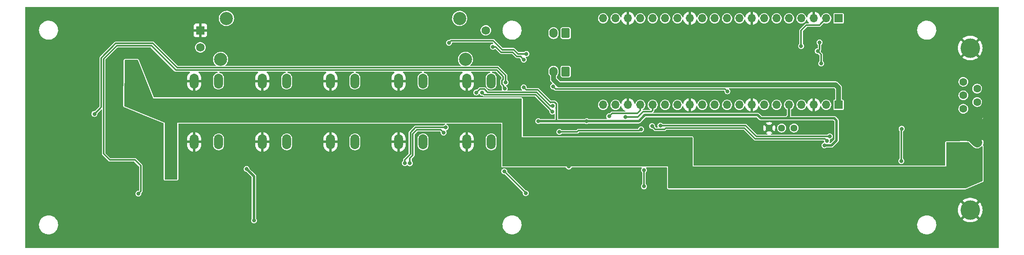
<source format=gbr>
%TF.GenerationSoftware,KiCad,Pcbnew,(5.99.0-7597-g9f5b12c7f7)*%
%TF.CreationDate,2021-12-15T12:43:45+01:00*%
%TF.ProjectId,controller,636f6e74-726f-46c6-9c65-722e6b696361,rev?*%
%TF.SameCoordinates,Original*%
%TF.FileFunction,Copper,L2,Bot*%
%TF.FilePolarity,Positive*%
%FSLAX46Y46*%
G04 Gerber Fmt 4.6, Leading zero omitted, Abs format (unit mm)*
G04 Created by KiCad (PCBNEW (5.99.0-7597-g9f5b12c7f7)) date 2021-12-15 12:43:45*
%MOMM*%
%LPD*%
G01*
G04 APERTURE LIST*
G04 Aperture macros list*
%AMRoundRect*
0 Rectangle with rounded corners*
0 $1 Rounding radius*
0 $2 $3 $4 $5 $6 $7 $8 $9 X,Y pos of 4 corners*
0 Add a 4 corners polygon primitive as box body*
4,1,4,$2,$3,$4,$5,$6,$7,$8,$9,$2,$3,0*
0 Add four circle primitives for the rounded corners*
1,1,$1+$1,$2,$3,0*
1,1,$1+$1,$4,$5,0*
1,1,$1+$1,$6,$7,0*
1,1,$1+$1,$8,$9,0*
0 Add four rect primitives between the rounded corners*
20,1,$1+$1,$2,$3,$4,$5,0*
20,1,$1+$1,$4,$5,$6,$7,0*
20,1,$1+$1,$6,$7,$8,$9,0*
20,1,$1+$1,$8,$9,$2,$3,0*%
G04 Aperture macros list end*
%TA.AperFunction,ComponentPad*%
%ADD10O,1.850000X3.048000*%
%TD*%
%TA.AperFunction,ComponentPad*%
%ADD11C,4.000000*%
%TD*%
%TA.AperFunction,ComponentPad*%
%ADD12R,1.600000X1.600000*%
%TD*%
%TA.AperFunction,ComponentPad*%
%ADD13C,1.600000*%
%TD*%
%TA.AperFunction,ComponentPad*%
%ADD14RoundRect,0.250000X0.600000X0.750000X-0.600000X0.750000X-0.600000X-0.750000X0.600000X-0.750000X0*%
%TD*%
%TA.AperFunction,ComponentPad*%
%ADD15O,1.700000X2.000000*%
%TD*%
%TA.AperFunction,ComponentPad*%
%ADD16C,1.440000*%
%TD*%
%TA.AperFunction,ComponentPad*%
%ADD17R,1.700000X1.700000*%
%TD*%
%TA.AperFunction,ComponentPad*%
%ADD18O,1.700000X1.700000*%
%TD*%
%TA.AperFunction,ComponentPad*%
%ADD19R,1.750000X1.750000*%
%TD*%
%TA.AperFunction,ComponentPad*%
%ADD20C,1.750000*%
%TD*%
%TA.AperFunction,ComponentPad*%
%ADD21C,2.700000*%
%TD*%
%TA.AperFunction,ViaPad*%
%ADD22C,0.800000*%
%TD*%
%TA.AperFunction,Conductor*%
%ADD23C,0.300000*%
%TD*%
%TA.AperFunction,Conductor*%
%ADD24C,0.500000*%
%TD*%
%TA.AperFunction,Conductor*%
%ADD25C,2.000000*%
%TD*%
%TA.AperFunction,Conductor*%
%ADD26C,1.000000*%
%TD*%
G04 APERTURE END LIST*
D10*
%TO.P,SW2,1,1*%
%TO.N,GND*%
X83820000Y-95450000D03*
X83820000Y-107950000D03*
%TO.P,SW2,2,2*%
%TO.N,/B2*%
X88820000Y-107950000D03*
X88820000Y-95450000D03*
%TD*%
%TO.P,SW1,1,1*%
%TO.N,GND*%
X69850000Y-95450000D03*
X69850000Y-107950000D03*
%TO.P,SW1,2,2*%
%TO.N,/B1*%
X74850000Y-95450000D03*
X74850000Y-107950000D03*
%TD*%
%TO.P,SW3,1,1*%
%TO.N,GND*%
X97790000Y-107950000D03*
X97790000Y-95450000D03*
%TO.P,SW3,2,2*%
%TO.N,/B3*%
X102790000Y-107950000D03*
X102790000Y-95450000D03*
%TD*%
D11*
%TO.P,J20,0,PAD*%
%TO.N,GND*%
X228920000Y-121955000D03*
X228920000Y-88655000D03*
D12*
%TO.P,J20,1,1*%
%TO.N,/LEDRAIL*%
X227500000Y-115000000D03*
D13*
%TO.P,J20,2,2*%
X227500000Y-112230000D03*
%TO.P,J20,3,3*%
X227500000Y-109460000D03*
%TO.P,J20,4,4*%
%TO.N,GND*%
X227500000Y-106690000D03*
%TO.P,J20,5,5*%
X227500000Y-103920000D03*
%TO.P,J20,6,6*%
%TO.N,no_connect_69*%
X227500000Y-101150000D03*
%TO.P,J20,7,7*%
%TO.N,Net-(J20-Pad7)*%
X227500000Y-98380000D03*
%TO.P,J20,8,8*%
%TO.N,Net-(J20-Pad8)*%
X227500000Y-95610000D03*
%TO.P,J20,9,P9*%
%TO.N,/LEDRAIL*%
X230340000Y-113615000D03*
%TO.P,J20,10,P10*%
X230340000Y-110845000D03*
%TO.P,J20,11,P111*%
%TO.N,GND*%
X230340000Y-108075000D03*
%TO.P,J20,12,P12*%
X230340000Y-105305000D03*
%TO.P,J20,13,P13*%
X230340000Y-102535000D03*
%TO.P,J20,14,P14*%
%TO.N,Net-(J20-Pad14)*%
X230340000Y-99765000D03*
%TO.P,J20,15,P15*%
%TO.N,Net-(J20-Pad15)*%
X230340000Y-96995000D03*
%TD*%
D10*
%TO.P,SW5,1,1*%
%TO.N,GND*%
X125730000Y-107950000D03*
X125730000Y-95450000D03*
%TO.P,SW5,2,2*%
%TO.N,/B5*%
X130730000Y-107950000D03*
X130730000Y-95450000D03*
%TD*%
D14*
%TO.P,J23,1,Pin_1*%
%TO.N,Net-(J23-Pad1)*%
X146000000Y-93500000D03*
D15*
%TO.P,J23,2,Pin_2*%
%TO.N,+5V*%
X143500000Y-93500000D03*
%TD*%
D16*
%TO.P,RV2,1,1*%
%TO.N,+5V*%
X192800000Y-105100000D03*
%TO.P,RV2,2,2*%
%TO.N,Net-(C14-Pad1)*%
X190260000Y-105100000D03*
%TO.P,RV2,3,3*%
%TO.N,GND*%
X187720000Y-105100000D03*
%TD*%
D17*
%TO.P,J22,1,Pin_1*%
%TO.N,+5V*%
X201930000Y-100330000D03*
D18*
%TO.P,J22,2,Pin_2*%
%TO.N,no_connect_70*%
X199390000Y-100330000D03*
%TO.P,J22,3,Pin_3*%
%TO.N,GND*%
X196850000Y-100330000D03*
%TO.P,J22,4,Pin_4*%
%TO.N,no_connect_71*%
X194310000Y-100330000D03*
%TO.P,J22,5,Pin_5*%
%TO.N,/3V3pico*%
X191770000Y-100330000D03*
%TO.P,J22,6,Pin_6*%
%TO.N,no_connect_72*%
X189230000Y-100330000D03*
%TO.P,J22,7,Pin_7*%
%TO.N,Net-(J22-Pad7)*%
X186690000Y-100330000D03*
%TO.P,J22,8,Pin_8*%
%TO.N,GND*%
X184150000Y-100330000D03*
%TO.P,J22,9,Pin_9*%
%TO.N,Net-(J22-Pad9)*%
X181610000Y-100330000D03*
%TO.P,J22,10,Pin_10*%
%TO.N,/POT*%
X179070000Y-100330000D03*
%TO.P,J22,11,Pin_11*%
%TO.N,Net-(J22-Pad11)*%
X176530000Y-100330000D03*
%TO.P,J22,12,Pin_12*%
%TO.N,Net-(J22-Pad12)*%
X173990000Y-100330000D03*
%TO.P,J22,13,Pin_13*%
%TO.N,GND*%
X171450000Y-100330000D03*
%TO.P,J22,14,Pin_14*%
%TO.N,Net-(J22-Pad14)*%
X168910000Y-100330000D03*
%TO.P,J22,15,Pin_15*%
%TO.N,Net-(J22-Pad15)*%
X166370000Y-100330000D03*
%TO.P,J22,16,Pin_16*%
%TO.N,/MOSI*%
X163830000Y-100330000D03*
%TO.P,J22,17,Pin_17*%
%TO.N,/CLK*%
X161290000Y-100330000D03*
%TO.P,J22,18,Pin_18*%
%TO.N,GND*%
X158750000Y-100330000D03*
%TO.P,J22,19,Pin_19*%
%TO.N,/nCS*%
X156210000Y-100330000D03*
%TO.P,J22,20,Pin_20*%
%TO.N,/MISO*%
X153670000Y-100330000D03*
%TD*%
D10*
%TO.P,SW4,1,1*%
%TO.N,GND*%
X111760000Y-107950000D03*
X111760000Y-95450000D03*
%TO.P,SW4,2,2*%
%TO.N,/B4*%
X116760000Y-107950000D03*
X116760000Y-95450000D03*
%TD*%
D17*
%TO.P,J21,1,Pin_1*%
%TO.N,/RSTx*%
X201930000Y-82550000D03*
D18*
%TO.P,J21,2,Pin_2*%
%TO.N,/RSRx*%
X199390000Y-82550000D03*
%TO.P,J21,3,Pin_3*%
%TO.N,GND*%
X196850000Y-82550000D03*
%TO.P,J21,4,Pin_4*%
%TO.N,Net-(J21-Pad4)*%
X194310000Y-82550000D03*
%TO.P,J21,5,Pin_5*%
%TO.N,Net-(J21-Pad5)*%
X191770000Y-82550000D03*
%TO.P,J21,6,Pin_6*%
%TO.N,Net-(J21-Pad6)*%
X189230000Y-82550000D03*
%TO.P,J21,7,Pin_7*%
%TO.N,/CH2_CONTROL*%
X186690000Y-82550000D03*
%TO.P,J21,8,Pin_8*%
%TO.N,GND*%
X184150000Y-82550000D03*
%TO.P,J21,9,Pin_9*%
%TO.N,/CH1_CONTROL*%
X181610000Y-82550000D03*
%TO.P,J21,10,Pin_10*%
%TO.N,/CH5_CONTROL*%
X179070000Y-82550000D03*
%TO.P,J21,11,Pin_11*%
%TO.N,/CH3_CONTROL*%
X176530000Y-82550000D03*
%TO.P,J21,12,Pin_12*%
%TO.N,/CH4_CONTROL*%
X173990000Y-82550000D03*
%TO.P,J21,13,Pin_13*%
%TO.N,GND*%
X171450000Y-82550000D03*
%TO.P,J21,14,Pin_14*%
%TO.N,/FANCONTROL*%
X168910000Y-82550000D03*
%TO.P,J21,15,Pin_15*%
%TO.N,/B5*%
X166370000Y-82550000D03*
%TO.P,J21,16,Pin_16*%
%TO.N,/B4*%
X163830000Y-82550000D03*
%TO.P,J21,17,Pin_17*%
%TO.N,/B3*%
X161290000Y-82550000D03*
%TO.P,J21,18,Pin_18*%
%TO.N,GND*%
X158750000Y-82550000D03*
%TO.P,J21,19,Pin_19*%
%TO.N,/B2*%
X156210000Y-82550000D03*
%TO.P,J21,20,Pin_20*%
%TO.N,/B1*%
X153670000Y-82550000D03*
%TD*%
D14*
%TO.P,J24,1,Pin_1*%
%TO.N,Net-(J23-Pad1)*%
X146000000Y-85600000D03*
D15*
%TO.P,J24,2,Pin_2*%
%TO.N,+5V*%
X143500000Y-85600000D03*
%TD*%
D19*
%TO.P,RV1,1,1*%
%TO.N,GND*%
X71120000Y-85025000D03*
D20*
%TO.P,RV1,2,2*%
%TO.N,Net-(RV1-Pad2)*%
X71120000Y-88525000D03*
%TO.P,RV1,3,3*%
%TO.N,/3V3pico*%
X129620000Y-85025000D03*
D21*
%TO.P,RV1,MP*%
%TO.N,N/C*%
X125470000Y-90975000D03*
X124270000Y-82575000D03*
X75270000Y-90975000D03*
X76470000Y-82575000D03*
%TD*%
D22*
%TO.N,/CH4_CONTROL*%
X49400000Y-102200000D03*
%TO.N,GND*%
X191800000Y-92650000D03*
X201500000Y-88250000D03*
X195300000Y-90250000D03*
X193000000Y-90100000D03*
X190250000Y-91550000D03*
X190350000Y-89800000D03*
%TO.N,+5V*%
X198355331Y-91850000D03*
%TO.N,/RSRx*%
X194255331Y-88255331D03*
%TO.N,+5V*%
X198025000Y-87514338D03*
X198550000Y-96150000D03*
X197650000Y-89300000D03*
%TO.N,GND*%
X225750000Y-128800000D03*
X216650000Y-128900000D03*
X201700000Y-122550000D03*
X197250000Y-129150000D03*
X178300000Y-129000000D03*
X164450000Y-128950000D03*
X147550000Y-129000000D03*
X147650000Y-122900000D03*
X137000000Y-114350000D03*
X130650000Y-114100000D03*
X130800000Y-118850000D03*
X138750000Y-128600000D03*
X130750000Y-128650000D03*
X113800000Y-117500000D03*
X114150000Y-123350000D03*
X112700000Y-128900000D03*
X72800000Y-125900000D03*
X70650000Y-128200000D03*
X68000000Y-125650000D03*
X70800000Y-122550000D03*
X71700000Y-119600000D03*
X68550000Y-116800000D03*
X75700000Y-118550000D03*
X72500000Y-114800000D03*
X69400000Y-112100000D03*
X73900000Y-98200000D03*
X76050000Y-98250000D03*
X87850000Y-98150000D03*
X90000000Y-98100000D03*
X101800000Y-97950000D03*
X103700000Y-98100000D03*
X115650000Y-97700000D03*
X117900000Y-97850000D03*
X181250000Y-107000000D03*
X179050000Y-109600000D03*
X176000000Y-107350000D03*
X174250000Y-109750000D03*
X199250000Y-97800000D03*
X203550000Y-96150000D03*
X204850000Y-94650000D03*
X208150000Y-93800000D03*
X209500000Y-97250000D03*
X206900000Y-97650000D03*
X205350000Y-99300000D03*
X216400000Y-104250000D03*
X216000000Y-102250000D03*
X215350000Y-100250000D03*
X214900000Y-97350000D03*
X212300000Y-96900000D03*
X212450000Y-100150000D03*
X212700000Y-102600000D03*
X213500000Y-104600000D03*
X99350000Y-122350000D03*
X102500000Y-125900000D03*
%TO.N,/CLK*%
X154900000Y-102700000D03*
%TO.N,/MOSI*%
X158200000Y-102850000D03*
%TO.N,GND*%
X136000000Y-92450000D03*
X135650000Y-95600000D03*
X140200000Y-95450000D03*
X141850000Y-96450000D03*
%TO.N,/POT*%
X143397182Y-96552818D03*
X179150000Y-97550000D03*
%TO.N,Net-(RV1-Pad2)*%
X122075000Y-87575000D03*
%TO.N,/3V3pico*%
X131100000Y-88400000D03*
X137400000Y-96750000D03*
X137400000Y-91050000D03*
%TO.N,Net-(RV1-Pad2)*%
X137950000Y-89850000D03*
%TO.N,/TCHANNEL_1*%
X114075000Y-112350000D03*
X128850000Y-97825000D03*
X143275000Y-101700000D03*
X120975000Y-106025000D03*
%TO.N,/TCHANNEL_2*%
X121425000Y-104975000D03*
X113044668Y-112319671D03*
X127675000Y-97800000D03*
X143350000Y-100525000D03*
%TO.N,GND*%
X150000000Y-94000000D03*
X77450000Y-123750000D03*
X157700000Y-88400000D03*
X54800000Y-99525000D03*
X149500000Y-88000000D03*
X166000000Y-116000000D03*
X156400000Y-91800000D03*
X139150000Y-117250000D03*
X53875000Y-99500000D03*
X163300000Y-117500000D03*
X163550000Y-120200000D03*
X159400000Y-88400000D03*
X212800000Y-120600000D03*
X52850000Y-97375000D03*
X136500000Y-94000000D03*
X163450000Y-121350000D03*
X61000000Y-116500000D03*
X132000000Y-105500000D03*
X143050000Y-120900000D03*
X61000000Y-115475000D03*
X145400000Y-120000000D03*
X139900000Y-120200000D03*
X82550000Y-126350000D03*
X130000000Y-91000000D03*
X62000000Y-116500000D03*
X156400000Y-90200000D03*
X138500000Y-104000000D03*
X52850000Y-99525000D03*
X157700000Y-90200000D03*
X166000000Y-117500000D03*
X61000000Y-114475000D03*
X164500000Y-117500000D03*
X63000000Y-116600000D03*
X93075000Y-125025000D03*
X130000000Y-88000000D03*
X146400000Y-120750000D03*
X52850000Y-98400000D03*
X211400000Y-120600000D03*
X157700000Y-91800000D03*
X52850000Y-100550000D03*
X61000000Y-118525000D03*
X142100000Y-118200000D03*
X61000000Y-117525000D03*
X141300000Y-119000000D03*
X164600000Y-120250000D03*
%TO.N,/TCHANNEL_3*%
X199547000Y-107746000D03*
X163700000Y-104700000D03*
%TO.N,/TCHANNEL_4*%
X165400000Y-104600000D03*
X200116000Y-106808000D03*
%TO.N,/LEDRAIL*%
X57350000Y-93025000D03*
X145214213Y-111614213D03*
X56350000Y-94025000D03*
X147335534Y-112347837D03*
X168500000Y-114000000D03*
X57350000Y-97025000D03*
X65500000Y-114000000D03*
X145214213Y-110200000D03*
X168500000Y-115000000D03*
X56350000Y-96025000D03*
X64500000Y-114000000D03*
X64500000Y-113000000D03*
X57350000Y-95025000D03*
X56350000Y-93025000D03*
X64500000Y-111000000D03*
X64500000Y-109000000D03*
X57350000Y-94025000D03*
X170000000Y-115000000D03*
X57350000Y-92025000D03*
X168500000Y-112000000D03*
X145921320Y-110907107D03*
X56350000Y-92025000D03*
X146628427Y-111614213D03*
X146628427Y-113028427D03*
X170000000Y-111000000D03*
X57350000Y-98025000D03*
X144507107Y-110907107D03*
X170000000Y-113000000D03*
X65481250Y-115018750D03*
X65500000Y-113000000D03*
X144507107Y-109492893D03*
X143800000Y-110200000D03*
X168500000Y-116000000D03*
X168500000Y-113000000D03*
X168500000Y-111000000D03*
X64500000Y-112000000D03*
X56350000Y-98025000D03*
X168500000Y-110000000D03*
X170000000Y-110000000D03*
X170000000Y-112000000D03*
X64500000Y-115000000D03*
X56350000Y-97025000D03*
X64500000Y-110000000D03*
X170000000Y-114000000D03*
X170000000Y-116000000D03*
X56350000Y-95025000D03*
X145921320Y-112321320D03*
X57350000Y-96025000D03*
%TO.N,/3V3pico*%
X150300000Y-103700000D03*
X140400000Y-103700000D03*
X199028000Y-108657000D03*
X82100000Y-124100000D03*
X80600000Y-113500000D03*
%TO.N,/CH1_CONTROL*%
X162050000Y-113750000D03*
X144700000Y-105900000D03*
X161450000Y-105350000D03*
X162050000Y-117100000D03*
%TO.N,/CH2_CONTROL*%
X214850000Y-105250000D03*
X214799000Y-111876000D03*
%TO.N,/CH3_CONTROL*%
X133500000Y-97000000D03*
X58400000Y-118600000D03*
%TO.N,/CH4_CONTROL*%
X133700000Y-95700000D03*
%TO.N,/CH5_CONTROL*%
X133400000Y-114000000D03*
X137800000Y-118500000D03*
%TD*%
D23*
%TO.N,/CH3_CONTROL*%
X51300010Y-110400010D02*
X52550000Y-111650000D01*
X51300010Y-90907110D02*
X51300010Y-110400010D01*
X61100010Y-88200010D02*
X54007110Y-88200010D01*
X66100000Y-93200000D02*
X61100010Y-88200010D01*
X54007110Y-88200010D02*
X51300010Y-90907110D01*
X133199990Y-94499990D02*
X131900000Y-93200000D01*
X133199990Y-95090008D02*
X133199990Y-94499990D01*
X52550000Y-111650000D02*
X57700000Y-111650000D01*
X132949999Y-95339999D02*
X133199990Y-95090008D01*
X132949999Y-96060001D02*
X132949999Y-95339999D01*
X133250000Y-96360002D02*
X132949999Y-96060001D01*
X131900000Y-93200000D02*
X66100000Y-93200000D01*
X133250000Y-96750000D02*
X133250000Y-96360002D01*
X133500000Y-97000000D02*
X133250000Y-96750000D01*
X57700000Y-111650000D02*
X58900000Y-112850000D01*
X58900000Y-112850000D02*
X58900000Y-118100000D01*
X58900000Y-118100000D02*
X58400000Y-118600000D01*
%TO.N,/CH4_CONTROL*%
X50800000Y-100800000D02*
X49400000Y-102200000D01*
X50800000Y-100650000D02*
X50800000Y-100800000D01*
X50800000Y-90700000D02*
X50800000Y-100650000D01*
%TO.N,+5V*%
X198355331Y-91850000D02*
X198355331Y-90005331D01*
X198355331Y-90005331D02*
X197650000Y-89300000D01*
%TO.N,/RSRx*%
X194255331Y-88255331D02*
X194255331Y-85044669D01*
X194255331Y-85044669D02*
X195350000Y-83950000D01*
X195350000Y-83950000D02*
X197990000Y-83950000D01*
X197990000Y-83950000D02*
X199390000Y-82550000D01*
%TO.N,+5V*%
X198025000Y-87514338D02*
X198025000Y-88925000D01*
X198025000Y-88925000D02*
X197650000Y-89300000D01*
%TO.N,/CLK*%
X155500001Y-102099999D02*
X160700001Y-102099999D01*
X154900000Y-102700000D02*
X155500001Y-102099999D01*
X161290000Y-101510000D02*
X161290000Y-100330000D01*
X160700001Y-102099999D02*
X161290000Y-101510000D01*
%TO.N,/MOSI*%
X161900000Y-101750000D02*
X163550000Y-101750000D01*
X158200000Y-102850000D02*
X160800000Y-102850000D01*
X160800000Y-102850000D02*
X161900000Y-101750000D01*
X163830000Y-101470000D02*
X163830000Y-100330000D01*
X163550000Y-101750000D02*
X163830000Y-101470000D01*
%TO.N,/POT*%
X178650000Y-97050000D02*
X179150000Y-97550000D01*
X143894364Y-97050000D02*
X178650000Y-97050000D01*
X143397182Y-96552818D02*
X143894364Y-97050000D01*
%TO.N,Net-(RV1-Pad2)*%
X133000000Y-89000000D02*
X131650000Y-87650000D01*
X122075000Y-87575000D02*
X122474999Y-87175001D01*
X122474999Y-87175001D02*
X131175001Y-87175001D01*
X131175001Y-87175001D02*
X131650000Y-87650000D01*
%TO.N,/3V3pico*%
X137400000Y-96750000D02*
X137900000Y-97250000D01*
X142907499Y-99857499D02*
X142989999Y-99774999D01*
X137900000Y-97250000D02*
X140300000Y-97250000D01*
X140300000Y-97250000D02*
X142907499Y-99857499D01*
X142989999Y-99774999D02*
X143710001Y-99774999D01*
X143710001Y-99774999D02*
X144100001Y-100164999D01*
X144100001Y-100164999D02*
X144100001Y-100885001D01*
X144100001Y-100885001D02*
X144017501Y-100967501D01*
X144017501Y-100967501D02*
X144100001Y-101050001D01*
X144100001Y-101050001D02*
X144100001Y-103650001D01*
X144100001Y-103650001D02*
X144150000Y-103700000D01*
X131100000Y-88400000D02*
X131692880Y-88400000D01*
X136800000Y-90350010D02*
X136800000Y-90450000D01*
X131692880Y-88400000D02*
X132792890Y-89500010D01*
X132792890Y-89500010D02*
X135142890Y-89500010D01*
X135142890Y-89500010D02*
X135992890Y-90350010D01*
X135992890Y-90350010D02*
X136800000Y-90350010D01*
X136800000Y-90450000D02*
X137400000Y-91050000D01*
D24*
X140400000Y-103700000D02*
X144150000Y-103700000D01*
X144150000Y-103700000D02*
X161000000Y-103700000D01*
D23*
%TO.N,Net-(RV1-Pad2)*%
X136200000Y-89850000D02*
X135350000Y-89000000D01*
X135350000Y-89000000D02*
X133000000Y-89000000D01*
X137950000Y-89850000D02*
X136200000Y-89850000D01*
%TO.N,/TCHANNEL_1*%
X114075000Y-111282120D02*
X114675010Y-110682110D01*
X139825001Y-98250001D02*
X143275000Y-101700000D01*
X114675010Y-107600000D02*
X114675010Y-106274990D01*
X114075000Y-112350000D02*
X114075000Y-111282120D01*
X114675010Y-106274990D02*
X115500000Y-105450000D01*
X128850000Y-97825000D02*
X129275001Y-98250001D01*
X129275001Y-98250001D02*
X139825001Y-98250001D01*
X115500000Y-105450000D02*
X120400000Y-105450000D01*
X120400000Y-105450000D02*
X120975000Y-106025000D01*
X114675010Y-110682110D02*
X114675010Y-107600000D01*
%TO.N,/TCHANNEL_2*%
X142807120Y-100525000D02*
X143350000Y-100525000D01*
X115250000Y-104950000D02*
X121400000Y-104950000D01*
X113044668Y-111605332D02*
X114175000Y-110475000D01*
X127675000Y-97800000D02*
X128400001Y-97074999D01*
X114175000Y-107450000D02*
X114175000Y-106025000D01*
X114175000Y-110475000D02*
X114175000Y-107450000D01*
X113044668Y-112319671D02*
X113044668Y-111605332D01*
X129324999Y-97074999D02*
X130000001Y-97750001D01*
X130000001Y-97750001D02*
X140032121Y-97750001D01*
X114175000Y-106025000D02*
X115250000Y-104950000D01*
X128400001Y-97074999D02*
X129324999Y-97074999D01*
X121400000Y-104950000D02*
X121425000Y-104975000D01*
X140032121Y-97750001D02*
X142807120Y-100525000D01*
D25*
%TO.N,GND*%
X228955000Y-106690000D02*
X227500000Y-106690000D01*
X227500000Y-103920000D02*
X227500000Y-103650000D01*
X227500000Y-103920000D02*
X229145002Y-103920000D01*
X230340000Y-102535000D02*
X230340000Y-101940000D01*
X230340000Y-105305000D02*
X230295000Y-105350000D01*
X230340000Y-102535000D02*
X230340000Y-105305000D01*
X230340000Y-105305000D02*
X230435000Y-105400000D01*
X227500000Y-106690000D02*
X222010000Y-106690000D01*
X227640000Y-106550000D02*
X233250000Y-106550000D01*
X227500000Y-103920000D02*
X228080000Y-103920000D01*
X230435000Y-105400000D02*
X232800000Y-105400000D01*
X229145002Y-103920000D02*
X232715002Y-100350000D01*
X230295000Y-105350000D02*
X221750000Y-105350000D01*
X227500000Y-103650000D02*
X227000001Y-103150001D01*
X230340000Y-108075000D02*
X228955000Y-106690000D01*
X230340000Y-101940000D02*
X230200000Y-101800000D01*
X227500000Y-103920000D02*
X227480000Y-103900000D01*
X228080000Y-103920000D02*
X230200000Y-101800000D01*
X227500000Y-106690000D02*
X227640000Y-106550000D01*
X227480000Y-103900000D02*
X222000000Y-103900000D01*
D23*
%TO.N,/TCHANNEL_3*%
X184847010Y-107308010D02*
X199109010Y-107308010D01*
X163700000Y-104700000D02*
X164350001Y-105350001D01*
X166282999Y-105350001D02*
X166532990Y-105100010D01*
X182639010Y-105100010D02*
X184847010Y-107308010D01*
X164350001Y-105350001D02*
X166282999Y-105350001D01*
X199109010Y-107308010D02*
X199547000Y-107746000D01*
X166532990Y-105100010D02*
X182639010Y-105100010D01*
%TO.N,/TCHANNEL_4*%
X182872000Y-104600000D02*
X185080000Y-106808000D01*
X185080000Y-106808000D02*
X200116000Y-106808000D01*
X165400000Y-104600000D02*
X182872000Y-104600000D01*
D26*
%TO.N,+5V*%
X143500000Y-93500000D02*
X143500000Y-95100000D01*
X143500000Y-95100000D02*
X144600000Y-96200000D01*
X201300000Y-96200000D02*
X201930000Y-96830000D01*
X201930000Y-96830000D02*
X201930000Y-100330000D01*
X144600000Y-96200000D02*
X201300000Y-96200000D01*
D24*
%TO.N,/3V3pico*%
X185349999Y-102449999D02*
X186000000Y-103100000D01*
X82100000Y-124100000D02*
X82100000Y-115000000D01*
X191770000Y-102630000D02*
X191770000Y-100330000D01*
X201531000Y-107623000D02*
X201531000Y-103561000D01*
X82100000Y-115000000D02*
X80600000Y-113500000D01*
X199028000Y-108657000D02*
X200497000Y-108657000D01*
X201070000Y-103100000D02*
X191300000Y-103100000D01*
X200497000Y-108657000D02*
X201531000Y-107623000D01*
X201531000Y-103561000D02*
X201070000Y-103100000D01*
X191300000Y-103100000D02*
X191770000Y-102630000D01*
X162250001Y-102449999D02*
X185349999Y-102449999D01*
X161000000Y-103700000D02*
X162250001Y-102449999D01*
X186000000Y-103100000D02*
X191300000Y-103100000D01*
D23*
%TO.N,/CH1_CONTROL*%
X148550000Y-105650000D02*
X161150000Y-105650000D01*
X161150000Y-105650000D02*
X161450000Y-105350000D01*
X162050000Y-117100000D02*
X162050000Y-113750000D01*
X144700000Y-105900000D02*
X148300000Y-105900000D01*
X148300000Y-105900000D02*
X148550000Y-105650000D01*
%TO.N,/CH2_CONTROL*%
X214799000Y-105301000D02*
X214850000Y-105250000D01*
X214799000Y-111876000D02*
X214799000Y-105301000D01*
%TO.N,/CH4_CONTROL*%
X132107120Y-92700000D02*
X66400000Y-92700000D01*
X133700000Y-95700000D02*
X133700000Y-94292880D01*
X53800000Y-87700000D02*
X50800000Y-90700000D01*
X66400000Y-92700000D02*
X61400000Y-87700000D01*
X133700000Y-94292880D02*
X132107120Y-92700000D01*
X61400000Y-87700000D02*
X53800000Y-87700000D01*
%TO.N,/CH5_CONTROL*%
X133400000Y-114000000D02*
X137800000Y-118400000D01*
X137800000Y-118400000D02*
X137800000Y-118500000D01*
%TD*%
%TA.AperFunction,Conductor*%
%TO.N,GND*%
G36*
X234759191Y-80218907D02*
G01*
X234795155Y-80268407D01*
X234800000Y-80299000D01*
X234800000Y-129701000D01*
X234781093Y-129759191D01*
X234731593Y-129795155D01*
X234701000Y-129800000D01*
X35299000Y-129800000D01*
X35240809Y-129781093D01*
X35204845Y-129731593D01*
X35200000Y-129701000D01*
X35200000Y-124938576D01*
X38045465Y-124938576D01*
X38045602Y-124942067D01*
X38045602Y-124942072D01*
X38050608Y-125069487D01*
X38056309Y-125214585D01*
X38056937Y-125218026D01*
X38056938Y-125218031D01*
X38089542Y-125396551D01*
X38105936Y-125486313D01*
X38193354Y-125748337D01*
X38316819Y-125995430D01*
X38473868Y-126222662D01*
X38661368Y-126425498D01*
X38664078Y-126427705D01*
X38664082Y-126427708D01*
X38810725Y-126547094D01*
X38875577Y-126599892D01*
X39112222Y-126742363D01*
X39366579Y-126850070D01*
X39633576Y-126920863D01*
X39637049Y-126921274D01*
X39637054Y-126921275D01*
X39853589Y-126946903D01*
X39907883Y-126953329D01*
X39911371Y-126953247D01*
X39911376Y-126953247D01*
X40032581Y-126950390D01*
X40184029Y-126946821D01*
X40187482Y-126946246D01*
X40187485Y-126946246D01*
X40453047Y-126902044D01*
X40453046Y-126902044D01*
X40456502Y-126901469D01*
X40459834Y-126900415D01*
X40459839Y-126900414D01*
X40716536Y-126819232D01*
X40716539Y-126819231D01*
X40719868Y-126818178D01*
X40723017Y-126816666D01*
X40965719Y-126700122D01*
X40965723Y-126700120D01*
X40968869Y-126698609D01*
X41198540Y-126545148D01*
X41201148Y-126542812D01*
X41201152Y-126542809D01*
X41401685Y-126363196D01*
X41401688Y-126363193D01*
X41404296Y-126360857D01*
X41582033Y-126149414D01*
X41678066Y-125995430D01*
X41726352Y-125918007D01*
X41726353Y-125918004D01*
X41728204Y-125915037D01*
X41839892Y-125662402D01*
X41914870Y-125396551D01*
X41951641Y-125122787D01*
X41955500Y-125000000D01*
X41951399Y-124942072D01*
X41951152Y-124938576D01*
X133045465Y-124938576D01*
X133045602Y-124942067D01*
X133045602Y-124942072D01*
X133050608Y-125069487D01*
X133056309Y-125214585D01*
X133056937Y-125218026D01*
X133056938Y-125218031D01*
X133089542Y-125396551D01*
X133105936Y-125486313D01*
X133193354Y-125748337D01*
X133316819Y-125995430D01*
X133473868Y-126222662D01*
X133661368Y-126425498D01*
X133664078Y-126427705D01*
X133664082Y-126427708D01*
X133810725Y-126547094D01*
X133875577Y-126599892D01*
X134112222Y-126742363D01*
X134366579Y-126850070D01*
X134633576Y-126920863D01*
X134637049Y-126921274D01*
X134637054Y-126921275D01*
X134853589Y-126946903D01*
X134907883Y-126953329D01*
X134911371Y-126953247D01*
X134911376Y-126953247D01*
X135032581Y-126950390D01*
X135184029Y-126946821D01*
X135187482Y-126946246D01*
X135187485Y-126946246D01*
X135453047Y-126902044D01*
X135453046Y-126902044D01*
X135456502Y-126901469D01*
X135459834Y-126900415D01*
X135459839Y-126900414D01*
X135716536Y-126819232D01*
X135716539Y-126819231D01*
X135719868Y-126818178D01*
X135723017Y-126816666D01*
X135965719Y-126700122D01*
X135965723Y-126700120D01*
X135968869Y-126698609D01*
X136198540Y-126545148D01*
X136201148Y-126542812D01*
X136201152Y-126542809D01*
X136401685Y-126363196D01*
X136401688Y-126363193D01*
X136404296Y-126360857D01*
X136582033Y-126149414D01*
X136678066Y-125995430D01*
X136726352Y-125918007D01*
X136726353Y-125918004D01*
X136728204Y-125915037D01*
X136839892Y-125662402D01*
X136914870Y-125396551D01*
X136951641Y-125122787D01*
X136955500Y-125000000D01*
X136951399Y-124942072D01*
X136951152Y-124938576D01*
X218045465Y-124938576D01*
X218045602Y-124942067D01*
X218045602Y-124942072D01*
X218050608Y-125069487D01*
X218056309Y-125214585D01*
X218056937Y-125218026D01*
X218056938Y-125218031D01*
X218089542Y-125396551D01*
X218105936Y-125486313D01*
X218193354Y-125748337D01*
X218316819Y-125995430D01*
X218473868Y-126222662D01*
X218661368Y-126425498D01*
X218664078Y-126427705D01*
X218664082Y-126427708D01*
X218810725Y-126547094D01*
X218875577Y-126599892D01*
X219112222Y-126742363D01*
X219366579Y-126850070D01*
X219633576Y-126920863D01*
X219637049Y-126921274D01*
X219637054Y-126921275D01*
X219853589Y-126946903D01*
X219907883Y-126953329D01*
X219911371Y-126953247D01*
X219911376Y-126953247D01*
X220032581Y-126950390D01*
X220184029Y-126946821D01*
X220187482Y-126946246D01*
X220187485Y-126946246D01*
X220453047Y-126902044D01*
X220453046Y-126902044D01*
X220456502Y-126901469D01*
X220459834Y-126900415D01*
X220459839Y-126900414D01*
X220716536Y-126819232D01*
X220716539Y-126819231D01*
X220719868Y-126818178D01*
X220723017Y-126816666D01*
X220965719Y-126700122D01*
X220965723Y-126700120D01*
X220968869Y-126698609D01*
X221198540Y-126545148D01*
X221201148Y-126542812D01*
X221201152Y-126542809D01*
X221401685Y-126363196D01*
X221401688Y-126363193D01*
X221404296Y-126360857D01*
X221582033Y-126149414D01*
X221678066Y-125995430D01*
X221726352Y-125918007D01*
X221726353Y-125918004D01*
X221728204Y-125915037D01*
X221839892Y-125662402D01*
X221914870Y-125396551D01*
X221951641Y-125122787D01*
X221955500Y-125000000D01*
X221951399Y-124942072D01*
X221936238Y-124727961D01*
X221935991Y-124724468D01*
X221877854Y-124454433D01*
X221876645Y-124451156D01*
X221876643Y-124451149D01*
X221802538Y-124250279D01*
X221782249Y-124195284D01*
X221651083Y-123952191D01*
X221620611Y-123910934D01*
X221614393Y-123902515D01*
X227337525Y-123902515D01*
X227337696Y-123903600D01*
X227341970Y-123908603D01*
X227570950Y-124074967D01*
X227576201Y-124078299D01*
X227847285Y-124227328D01*
X227852911Y-124229976D01*
X228140551Y-124343861D01*
X228146449Y-124345778D01*
X228446104Y-124422716D01*
X228452196Y-124423878D01*
X228759124Y-124462651D01*
X228765312Y-124463041D01*
X229074688Y-124463041D01*
X229080876Y-124462651D01*
X229387804Y-124423878D01*
X229393896Y-124422716D01*
X229693551Y-124345778D01*
X229699449Y-124343861D01*
X229987089Y-124229976D01*
X229992715Y-124227328D01*
X230263799Y-124078299D01*
X230269050Y-124074967D01*
X230494822Y-123910934D01*
X230502662Y-123900143D01*
X230502662Y-123899045D01*
X230499225Y-123893436D01*
X228931086Y-122325296D01*
X228919203Y-122319242D01*
X228914172Y-122320038D01*
X227343579Y-123890632D01*
X227337525Y-123902515D01*
X221614393Y-123902515D01*
X221489052Y-123732817D01*
X221489050Y-123732814D01*
X221486974Y-123730004D01*
X221393578Y-123635130D01*
X221295652Y-123535653D01*
X221295645Y-123535647D01*
X221293195Y-123533158D01*
X221073614Y-123365579D01*
X221070557Y-123363867D01*
X221070554Y-123363865D01*
X220835670Y-123232324D01*
X220835669Y-123232323D01*
X220832611Y-123230611D01*
X220671488Y-123168277D01*
X220578269Y-123132213D01*
X220578266Y-123132212D01*
X220574996Y-123130947D01*
X220571583Y-123130156D01*
X220571580Y-123130155D01*
X220411984Y-123093162D01*
X220305908Y-123068575D01*
X220168312Y-123056658D01*
X220034204Y-123045043D01*
X220034203Y-123045043D01*
X220030716Y-123044741D01*
X219912454Y-123051250D01*
X219758410Y-123059727D01*
X219758404Y-123059728D01*
X219754911Y-123059920D01*
X219483996Y-123113808D01*
X219223377Y-123205331D01*
X219220276Y-123206942D01*
X219220271Y-123206944D01*
X219171413Y-123232324D01*
X218978254Y-123332662D01*
X218975413Y-123334692D01*
X218975410Y-123334694D01*
X218756367Y-123491224D01*
X218756364Y-123491227D01*
X218753517Y-123493261D01*
X218750984Y-123495677D01*
X218750982Y-123495679D01*
X218556189Y-123681502D01*
X218556183Y-123681509D01*
X218553651Y-123683924D01*
X218464312Y-123797250D01*
X218388486Y-123893436D01*
X218382644Y-123900846D01*
X218380889Y-123903868D01*
X218380888Y-123903869D01*
X218351033Y-123955269D01*
X218243907Y-124139699D01*
X218140209Y-124395717D01*
X218073619Y-124663793D01*
X218045465Y-124938576D01*
X136951152Y-124938576D01*
X136936238Y-124727961D01*
X136935991Y-124724468D01*
X136877854Y-124454433D01*
X136876645Y-124451156D01*
X136876643Y-124451149D01*
X136802538Y-124250279D01*
X136782249Y-124195284D01*
X136651083Y-123952191D01*
X136620611Y-123910934D01*
X136489052Y-123732817D01*
X136489050Y-123732814D01*
X136486974Y-123730004D01*
X136393578Y-123635130D01*
X136295652Y-123535653D01*
X136295645Y-123535647D01*
X136293195Y-123533158D01*
X136073614Y-123365579D01*
X136070557Y-123363867D01*
X136070554Y-123363865D01*
X135835670Y-123232324D01*
X135835669Y-123232323D01*
X135832611Y-123230611D01*
X135671488Y-123168277D01*
X135578269Y-123132213D01*
X135578266Y-123132212D01*
X135574996Y-123130947D01*
X135571583Y-123130156D01*
X135571580Y-123130155D01*
X135411984Y-123093162D01*
X135305908Y-123068575D01*
X135168312Y-123056658D01*
X135034204Y-123045043D01*
X135034203Y-123045043D01*
X135030716Y-123044741D01*
X134912454Y-123051250D01*
X134758410Y-123059727D01*
X134758404Y-123059728D01*
X134754911Y-123059920D01*
X134483996Y-123113808D01*
X134223377Y-123205331D01*
X134220276Y-123206942D01*
X134220271Y-123206944D01*
X134171413Y-123232324D01*
X133978254Y-123332662D01*
X133975413Y-123334692D01*
X133975410Y-123334694D01*
X133756367Y-123491224D01*
X133756364Y-123491227D01*
X133753517Y-123493261D01*
X133750984Y-123495677D01*
X133750982Y-123495679D01*
X133556189Y-123681502D01*
X133556183Y-123681509D01*
X133553651Y-123683924D01*
X133464312Y-123797250D01*
X133388486Y-123893436D01*
X133382644Y-123900846D01*
X133380889Y-123903868D01*
X133380888Y-123903869D01*
X133351033Y-123955269D01*
X133243907Y-124139699D01*
X133140209Y-124395717D01*
X133073619Y-124663793D01*
X133045465Y-124938576D01*
X41951152Y-124938576D01*
X41936238Y-124727961D01*
X41935991Y-124724468D01*
X41877854Y-124454433D01*
X41876645Y-124451156D01*
X41876643Y-124451149D01*
X41802538Y-124250279D01*
X41782249Y-124195284D01*
X41651083Y-123952191D01*
X41620611Y-123910934D01*
X41489052Y-123732817D01*
X41489050Y-123732814D01*
X41486974Y-123730004D01*
X41393578Y-123635130D01*
X41295652Y-123535653D01*
X41295645Y-123535647D01*
X41293195Y-123533158D01*
X41073614Y-123365579D01*
X41070557Y-123363867D01*
X41070554Y-123363865D01*
X40835670Y-123232324D01*
X40835669Y-123232323D01*
X40832611Y-123230611D01*
X40671488Y-123168277D01*
X40578269Y-123132213D01*
X40578266Y-123132212D01*
X40574996Y-123130947D01*
X40571583Y-123130156D01*
X40571580Y-123130155D01*
X40411984Y-123093162D01*
X40305908Y-123068575D01*
X40168312Y-123056658D01*
X40034204Y-123045043D01*
X40034203Y-123045043D01*
X40030716Y-123044741D01*
X39912454Y-123051250D01*
X39758410Y-123059727D01*
X39758404Y-123059728D01*
X39754911Y-123059920D01*
X39483996Y-123113808D01*
X39223377Y-123205331D01*
X39220276Y-123206942D01*
X39220271Y-123206944D01*
X39171413Y-123232324D01*
X38978254Y-123332662D01*
X38975413Y-123334692D01*
X38975410Y-123334694D01*
X38756367Y-123491224D01*
X38756364Y-123491227D01*
X38753517Y-123493261D01*
X38750984Y-123495677D01*
X38750982Y-123495679D01*
X38556189Y-123681502D01*
X38556183Y-123681509D01*
X38553651Y-123683924D01*
X38464312Y-123797250D01*
X38388486Y-123893436D01*
X38382644Y-123900846D01*
X38380889Y-123903868D01*
X38380888Y-123903869D01*
X38351033Y-123955269D01*
X38243907Y-124139699D01*
X38140209Y-124395717D01*
X38073619Y-124663793D01*
X38045465Y-124938576D01*
X35200000Y-124938576D01*
X35200000Y-102200000D01*
X48794500Y-102200000D01*
X48815132Y-102356715D01*
X48875622Y-102502750D01*
X48971847Y-102628153D01*
X49097250Y-102724378D01*
X49243285Y-102784868D01*
X49400000Y-102805500D01*
X49556715Y-102784868D01*
X49702750Y-102724378D01*
X49828153Y-102628153D01*
X49924378Y-102502750D01*
X49984868Y-102356715D01*
X50005500Y-102200000D01*
X50001964Y-102173139D01*
X49999097Y-102151360D01*
X50010248Y-102091199D01*
X50027246Y-102068435D01*
X50780507Y-101315175D01*
X50835024Y-101287398D01*
X50895456Y-101296969D01*
X50938721Y-101340234D01*
X50949511Y-101385179D01*
X50949511Y-110351335D01*
X50947293Y-110372171D01*
X50944905Y-110383264D01*
X50945867Y-110391389D01*
X50948825Y-110416384D01*
X50949150Y-110421893D01*
X50949174Y-110421891D01*
X50949511Y-110425969D01*
X50949511Y-110430049D01*
X50950181Y-110434072D01*
X50950181Y-110434076D01*
X50952350Y-110447103D01*
X50953007Y-110451715D01*
X50958626Y-110499191D01*
X50961980Y-110506177D01*
X50962406Y-110507523D01*
X50963678Y-110515163D01*
X50967564Y-110522365D01*
X50986363Y-110557206D01*
X50988481Y-110561363D01*
X51009158Y-110604423D01*
X51011350Y-110607031D01*
X51012851Y-110608532D01*
X51014316Y-110610129D01*
X51014199Y-110610236D01*
X51016204Y-110612510D01*
X51019111Y-110617898D01*
X51025122Y-110623454D01*
X51025123Y-110623456D01*
X51058757Y-110654547D01*
X51061559Y-110657240D01*
X52267746Y-111863428D01*
X52280909Y-111879729D01*
X52287061Y-111889256D01*
X52293487Y-111894322D01*
X52293489Y-111894324D01*
X52313244Y-111909898D01*
X52317373Y-111913567D01*
X52317389Y-111913548D01*
X52320510Y-111916192D01*
X52323399Y-111919081D01*
X52326727Y-111921459D01*
X52337481Y-111929144D01*
X52341211Y-111931944D01*
X52372313Y-111956463D01*
X52378737Y-111961527D01*
X52386047Y-111964094D01*
X52387303Y-111964747D01*
X52393602Y-111969248D01*
X52439410Y-111982947D01*
X52443774Y-111984366D01*
X52488879Y-112000206D01*
X52492273Y-112000500D01*
X52494413Y-112000500D01*
X52496545Y-112000592D01*
X52496538Y-112000751D01*
X52499579Y-112000942D01*
X52505443Y-112002696D01*
X52513617Y-112002375D01*
X52513618Y-112002375D01*
X52559414Y-112000576D01*
X52563300Y-112000500D01*
X57513811Y-112000500D01*
X57572002Y-112019407D01*
X57583815Y-112029496D01*
X58520504Y-112966186D01*
X58548281Y-113020703D01*
X58549500Y-113036190D01*
X58549501Y-117901294D01*
X58530594Y-117959485D01*
X58481094Y-117995449D01*
X58437580Y-117999447D01*
X58406435Y-117995347D01*
X58406434Y-117995347D01*
X58400000Y-117994500D01*
X58393566Y-117995347D01*
X58372263Y-117998152D01*
X58243285Y-118015132D01*
X58097250Y-118075622D01*
X57971847Y-118171847D01*
X57875622Y-118297250D01*
X57815132Y-118443285D01*
X57794500Y-118600000D01*
X57815132Y-118756715D01*
X57875622Y-118902750D01*
X57971847Y-119028153D01*
X58097250Y-119124378D01*
X58243285Y-119184868D01*
X58400000Y-119205500D01*
X58556715Y-119184868D01*
X58702750Y-119124378D01*
X58828153Y-119028153D01*
X58924378Y-118902750D01*
X58984868Y-118756715D01*
X59005500Y-118600000D01*
X59004653Y-118593565D01*
X58999097Y-118551360D01*
X59010248Y-118491199D01*
X59027246Y-118468435D01*
X59113423Y-118382258D01*
X59129723Y-118369094D01*
X59139256Y-118362939D01*
X59159900Y-118336752D01*
X59163569Y-118332623D01*
X59163551Y-118332608D01*
X59166202Y-118329479D01*
X59169081Y-118326600D01*
X59171450Y-118323284D01*
X59171454Y-118323280D01*
X59179148Y-118312513D01*
X59181932Y-118308804D01*
X59211527Y-118271263D01*
X59214093Y-118263955D01*
X59214747Y-118262697D01*
X59219248Y-118256398D01*
X59232947Y-118210590D01*
X59234366Y-118206226D01*
X59250206Y-118161121D01*
X59250500Y-118157727D01*
X59250500Y-118155587D01*
X59250592Y-118153455D01*
X59250751Y-118153462D01*
X59250942Y-118150421D01*
X59252696Y-118144557D01*
X59250576Y-118090586D01*
X59250500Y-118086700D01*
X59250500Y-112898670D01*
X59252718Y-112877833D01*
X59253382Y-112874747D01*
X59255105Y-112866746D01*
X59251186Y-112833636D01*
X59250860Y-112828111D01*
X59250836Y-112828113D01*
X59250500Y-112824047D01*
X59250500Y-112819961D01*
X59249830Y-112815933D01*
X59249829Y-112815926D01*
X59247654Y-112802856D01*
X59246997Y-112798243D01*
X59244009Y-112773003D01*
X59241383Y-112750818D01*
X59238033Y-112743840D01*
X59237606Y-112742490D01*
X59236333Y-112734847D01*
X59213638Y-112692785D01*
X59211523Y-112688635D01*
X59193549Y-112651203D01*
X59193548Y-112651201D01*
X59190851Y-112645585D01*
X59188659Y-112642978D01*
X59187163Y-112641482D01*
X59185698Y-112639885D01*
X59185815Y-112639778D01*
X59183808Y-112637501D01*
X59180900Y-112632112D01*
X59174894Y-112626560D01*
X59174890Y-112626555D01*
X59141234Y-112595444D01*
X59138431Y-112592750D01*
X57982258Y-111436577D01*
X57969092Y-111420274D01*
X57967377Y-111417618D01*
X57962939Y-111410744D01*
X57942613Y-111394720D01*
X57936752Y-111390100D01*
X57932624Y-111386432D01*
X57932608Y-111386450D01*
X57929484Y-111383803D01*
X57926600Y-111380919D01*
X57912498Y-111370842D01*
X57908812Y-111368074D01*
X57871263Y-111338473D01*
X57863949Y-111335905D01*
X57862698Y-111335255D01*
X57856397Y-111330752D01*
X57848559Y-111328408D01*
X57848557Y-111328407D01*
X57810658Y-111317073D01*
X57806222Y-111315632D01*
X57766994Y-111301856D01*
X57766990Y-111301855D01*
X57761121Y-111299794D01*
X57757727Y-111299500D01*
X57755588Y-111299500D01*
X57753455Y-111299408D01*
X57753462Y-111299249D01*
X57750420Y-111299058D01*
X57744556Y-111297304D01*
X57736382Y-111297625D01*
X57736381Y-111297625D01*
X57690586Y-111299424D01*
X57686700Y-111299500D01*
X52736190Y-111299500D01*
X52677999Y-111280593D01*
X52666186Y-111270504D01*
X51679506Y-110283825D01*
X51651729Y-110229308D01*
X51650510Y-110213821D01*
X51650510Y-100530710D01*
X55300718Y-100530710D01*
X55302688Y-100545714D01*
X55307260Y-100580539D01*
X55308038Y-100586469D01*
X55322825Y-100639568D01*
X55332798Y-100667290D01*
X55386198Y-100738500D01*
X55432878Y-100778055D01*
X55486361Y-100810543D01*
X60164432Y-102726861D01*
X63538528Y-104109021D01*
X63585208Y-104148576D01*
X63600000Y-104200633D01*
X63600000Y-115601000D01*
X63602462Y-115632284D01*
X63607307Y-115662877D01*
X63609540Y-115668267D01*
X63609541Y-115668272D01*
X63629191Y-115715710D01*
X63643042Y-115749150D01*
X63679006Y-115798650D01*
X63682394Y-115802528D01*
X63697255Y-115819538D01*
X63702597Y-115825653D01*
X63779007Y-115871305D01*
X63784286Y-115873020D01*
X63784290Y-115873022D01*
X63833495Y-115889009D01*
X63837198Y-115890212D01*
X63841042Y-115890821D01*
X63841047Y-115890822D01*
X63895152Y-115899391D01*
X63895157Y-115899391D01*
X63899000Y-115900000D01*
X66301000Y-115900000D01*
X66332284Y-115897538D01*
X66362877Y-115892693D01*
X66368267Y-115890460D01*
X66368272Y-115890459D01*
X66421393Y-115868455D01*
X66449150Y-115856958D01*
X66498650Y-115820994D01*
X66525653Y-115797403D01*
X66571305Y-115720993D01*
X66590212Y-115662802D01*
X66590822Y-115658953D01*
X66599391Y-115604848D01*
X66599391Y-115604843D01*
X66600000Y-115601000D01*
X66600000Y-113500000D01*
X79994500Y-113500000D01*
X80015132Y-113656715D01*
X80075622Y-113802750D01*
X80171847Y-113928153D01*
X80297250Y-114024378D01*
X80443285Y-114084868D01*
X80530287Y-114096322D01*
X80587368Y-114124471D01*
X81620505Y-115157608D01*
X81648282Y-115212125D01*
X81649501Y-115227612D01*
X81649500Y-119486122D01*
X81649500Y-123667364D01*
X81629042Y-123727631D01*
X81625063Y-123732817D01*
X81575622Y-123797250D01*
X81515132Y-123943285D01*
X81494500Y-124100000D01*
X81515132Y-124256715D01*
X81575622Y-124402750D01*
X81671847Y-124528153D01*
X81797250Y-124624378D01*
X81943285Y-124684868D01*
X82100000Y-124705500D01*
X82256715Y-124684868D01*
X82402750Y-124624378D01*
X82528153Y-124528153D01*
X82624378Y-124402750D01*
X82684868Y-124256715D01*
X82705500Y-124100000D01*
X82684868Y-123943285D01*
X82624378Y-123797250D01*
X82574937Y-123732817D01*
X82570958Y-123727631D01*
X82550500Y-123667364D01*
X82550500Y-121951901D01*
X226407195Y-121951901D01*
X226407195Y-121958099D01*
X226426620Y-122266853D01*
X226427401Y-122273028D01*
X226485369Y-122576905D01*
X226486909Y-122582908D01*
X226582510Y-122877136D01*
X226584799Y-122882918D01*
X226716516Y-123162832D01*
X226719510Y-123168277D01*
X226885269Y-123429471D01*
X226888925Y-123434504D01*
X226966018Y-123527692D01*
X226977282Y-123534840D01*
X226980046Y-123534666D01*
X226983184Y-123532605D01*
X228549704Y-121966086D01*
X228554945Y-121955797D01*
X229284242Y-121955797D01*
X229285038Y-121960828D01*
X230852900Y-123528689D01*
X230864783Y-123534743D01*
X230867518Y-123534310D01*
X230870450Y-123531962D01*
X230951075Y-123434504D01*
X230954731Y-123429471D01*
X231120490Y-123168277D01*
X231123484Y-123162832D01*
X231255201Y-122882918D01*
X231257490Y-122877136D01*
X231353091Y-122582908D01*
X231354631Y-122576905D01*
X231412599Y-122273028D01*
X231413380Y-122266853D01*
X231432805Y-121958099D01*
X231432805Y-121951901D01*
X231413380Y-121643147D01*
X231412599Y-121636972D01*
X231354631Y-121333095D01*
X231353091Y-121327092D01*
X231257490Y-121032864D01*
X231255201Y-121027082D01*
X231123484Y-120747168D01*
X231120490Y-120741723D01*
X230954731Y-120480529D01*
X230951075Y-120475496D01*
X230873982Y-120382308D01*
X230862718Y-120375160D01*
X230859954Y-120375334D01*
X230856816Y-120377395D01*
X229290296Y-121943914D01*
X229284242Y-121955797D01*
X228554945Y-121955797D01*
X228555758Y-121954203D01*
X228554962Y-121949172D01*
X226987100Y-120381311D01*
X226975217Y-120375257D01*
X226972482Y-120375690D01*
X226969550Y-120378038D01*
X226888925Y-120475496D01*
X226885269Y-120480529D01*
X226719510Y-120741723D01*
X226716516Y-120747168D01*
X226584799Y-121027082D01*
X226582510Y-121032864D01*
X226486909Y-121327092D01*
X226485369Y-121333095D01*
X226427401Y-121636972D01*
X226426620Y-121643147D01*
X226407195Y-121951901D01*
X82550500Y-121951901D01*
X82550500Y-120009857D01*
X227337338Y-120009857D01*
X227337338Y-120010955D01*
X227340775Y-120016564D01*
X228908914Y-121584704D01*
X228920797Y-121590758D01*
X228925828Y-121589962D01*
X230496421Y-120019368D01*
X230502475Y-120007485D01*
X230502304Y-120006400D01*
X230498030Y-120001397D01*
X230269050Y-119835033D01*
X230263799Y-119831701D01*
X229992715Y-119682672D01*
X229987089Y-119680024D01*
X229699449Y-119566139D01*
X229693551Y-119564222D01*
X229393896Y-119487284D01*
X229387804Y-119486122D01*
X229080876Y-119447349D01*
X229074688Y-119446959D01*
X228765312Y-119446959D01*
X228759124Y-119447349D01*
X228452196Y-119486122D01*
X228446104Y-119487284D01*
X228146449Y-119564222D01*
X228140551Y-119566139D01*
X227852911Y-119680024D01*
X227847285Y-119682672D01*
X227576201Y-119831701D01*
X227570950Y-119835033D01*
X227345178Y-119999066D01*
X227337338Y-120009857D01*
X82550500Y-120009857D01*
X82550500Y-115031868D01*
X82551186Y-115020232D01*
X82554404Y-114993040D01*
X82555274Y-114985692D01*
X82544660Y-114927572D01*
X82544155Y-114924541D01*
X82536464Y-114873382D01*
X82535364Y-114866065D01*
X82532238Y-114859555D01*
X82530941Y-114852454D01*
X82503706Y-114800024D01*
X82502317Y-114797245D01*
X82479939Y-114750643D01*
X82479939Y-114750642D01*
X82476735Y-114743971D01*
X82472634Y-114739534D01*
X82471109Y-114737272D01*
X82468507Y-114732263D01*
X82463474Y-114726371D01*
X82425049Y-114687946D01*
X82422355Y-114685143D01*
X82389822Y-114649949D01*
X82384798Y-114644514D01*
X82378923Y-114641101D01*
X82372042Y-114634939D01*
X81737103Y-114000000D01*
X132794500Y-114000000D01*
X132815132Y-114156715D01*
X132817616Y-114162712D01*
X132824012Y-114178153D01*
X132875622Y-114302750D01*
X132971847Y-114428153D01*
X133097250Y-114524378D01*
X133243285Y-114584868D01*
X133400000Y-114605500D01*
X133406434Y-114604653D01*
X133406435Y-114604653D01*
X133448640Y-114599097D01*
X133508801Y-114610248D01*
X133531565Y-114627246D01*
X137184388Y-118280069D01*
X137212165Y-118334586D01*
X137212537Y-118362995D01*
X137194500Y-118500000D01*
X137215132Y-118656715D01*
X137275622Y-118802750D01*
X137371847Y-118928153D01*
X137497250Y-119024378D01*
X137643285Y-119084868D01*
X137800000Y-119105500D01*
X137956715Y-119084868D01*
X138102750Y-119024378D01*
X138228153Y-118928153D01*
X138324378Y-118802750D01*
X138384868Y-118656715D01*
X138405500Y-118500000D01*
X138384868Y-118343285D01*
X138324378Y-118197250D01*
X138228153Y-118071847D01*
X138102750Y-117975622D01*
X137956715Y-117915132D01*
X137847103Y-117900701D01*
X137822013Y-117897398D01*
X137764931Y-117869249D01*
X135945112Y-116049430D01*
X134027246Y-114131565D01*
X133999469Y-114077048D01*
X133999097Y-114048640D01*
X134004653Y-114006435D01*
X134004653Y-114006434D01*
X134005500Y-114000000D01*
X133984868Y-113843285D01*
X133924378Y-113697250D01*
X133828153Y-113571847D01*
X133702750Y-113475622D01*
X133556715Y-113415132D01*
X133420151Y-113397153D01*
X133401795Y-113388398D01*
X133379849Y-113397153D01*
X133243285Y-113415132D01*
X133097250Y-113475622D01*
X132971847Y-113571847D01*
X132875622Y-113697250D01*
X132815132Y-113843285D01*
X132794500Y-114000000D01*
X81737103Y-114000000D01*
X81224471Y-113487368D01*
X81196322Y-113430286D01*
X81194327Y-113415132D01*
X81184868Y-113343285D01*
X81181986Y-113336326D01*
X81136130Y-113225622D01*
X81124378Y-113197250D01*
X81028153Y-113071847D01*
X80902750Y-112975622D01*
X80756715Y-112915132D01*
X80600000Y-112894500D01*
X80443285Y-112915132D01*
X80297250Y-112975622D01*
X80171847Y-113071847D01*
X80075622Y-113197250D01*
X80063870Y-113225622D01*
X80018015Y-113336326D01*
X80015132Y-113343285D01*
X79994500Y-113500000D01*
X66600000Y-113500000D01*
X66600000Y-108212242D01*
X68417000Y-108212242D01*
X68417000Y-108607777D01*
X68417167Y-108611849D01*
X68430976Y-108779816D01*
X68432298Y-108787801D01*
X68487727Y-109008471D01*
X68490340Y-109016146D01*
X68581068Y-109224806D01*
X68584888Y-109231932D01*
X68708483Y-109422982D01*
X68713418Y-109429389D01*
X68866552Y-109597682D01*
X68872475Y-109603206D01*
X69051035Y-109744224D01*
X69057779Y-109748704D01*
X69256973Y-109858665D01*
X69264359Y-109861985D01*
X69478845Y-109937938D01*
X69486665Y-109940004D01*
X69580564Y-109956730D01*
X69593775Y-109954896D01*
X69594195Y-109954492D01*
X69596000Y-109947278D01*
X69596000Y-109944299D01*
X70103999Y-109944299D01*
X70108121Y-109956984D01*
X70109122Y-109957712D01*
X70115450Y-109958227D01*
X70179233Y-109948467D01*
X70187116Y-109946589D01*
X70403389Y-109875900D01*
X70410846Y-109872765D01*
X70612670Y-109767703D01*
X70619523Y-109763388D01*
X70801478Y-109626772D01*
X70807529Y-109621399D01*
X70964732Y-109456897D01*
X70969824Y-109450608D01*
X71098044Y-109262646D01*
X71102046Y-109255600D01*
X71197841Y-109049226D01*
X71200639Y-109041621D01*
X71261441Y-108822378D01*
X71262962Y-108814404D01*
X71282718Y-108629540D01*
X71283000Y-108624257D01*
X71283000Y-108219680D01*
X71278878Y-108206995D01*
X71274757Y-108204000D01*
X70119680Y-108203999D01*
X70106995Y-108208121D01*
X70104000Y-108212242D01*
X70103999Y-109944299D01*
X69596000Y-109944299D01*
X69596001Y-108219680D01*
X69591879Y-108206995D01*
X69587758Y-108204000D01*
X68432680Y-108203999D01*
X68419995Y-108208121D01*
X68417000Y-108212242D01*
X66600000Y-108212242D01*
X66600000Y-107275743D01*
X68417000Y-107275743D01*
X68417000Y-107680320D01*
X68421122Y-107693005D01*
X68425243Y-107696000D01*
X69580320Y-107696001D01*
X69593005Y-107691879D01*
X69596000Y-107687758D01*
X69596000Y-107680320D01*
X70103999Y-107680320D01*
X70108121Y-107693005D01*
X70112242Y-107696000D01*
X71267320Y-107696001D01*
X71280005Y-107691879D01*
X71283000Y-107687758D01*
X71283000Y-107292222D01*
X71282833Y-107288150D01*
X71279595Y-107248760D01*
X73724500Y-107248760D01*
X73724500Y-108601404D01*
X73739896Y-108762771D01*
X73755058Y-108814453D01*
X73793891Y-108946822D01*
X73800347Y-108968830D01*
X73802502Y-108973015D01*
X73802504Y-108973019D01*
X73839048Y-109043973D01*
X73898672Y-109159741D01*
X74031324Y-109328615D01*
X74034879Y-109331700D01*
X74034881Y-109331702D01*
X74189957Y-109466271D01*
X74189960Y-109466273D01*
X74193515Y-109469358D01*
X74379395Y-109576891D01*
X74383843Y-109578436D01*
X74383846Y-109578437D01*
X74577807Y-109645792D01*
X74577810Y-109645793D01*
X74582254Y-109647336D01*
X74586916Y-109648012D01*
X74790105Y-109677473D01*
X74790106Y-109677473D01*
X74794775Y-109678150D01*
X74799486Y-109677932D01*
X74799487Y-109677932D01*
X75004580Y-109668440D01*
X75004581Y-109668440D01*
X75009288Y-109668222D01*
X75218054Y-109617909D01*
X75413539Y-109529027D01*
X75494332Y-109471717D01*
X75584850Y-109407509D01*
X75584855Y-109407505D01*
X75588692Y-109404783D01*
X75737190Y-109249660D01*
X75853675Y-109069256D01*
X75933946Y-108870079D01*
X75955819Y-108758076D01*
X75974423Y-108662812D01*
X75974424Y-108662805D01*
X75975105Y-108659317D01*
X75975500Y-108651240D01*
X75975500Y-108212242D01*
X82387000Y-108212242D01*
X82387000Y-108607777D01*
X82387167Y-108611849D01*
X82400976Y-108779816D01*
X82402298Y-108787801D01*
X82457727Y-109008471D01*
X82460340Y-109016146D01*
X82551068Y-109224806D01*
X82554888Y-109231932D01*
X82678483Y-109422982D01*
X82683418Y-109429389D01*
X82836552Y-109597682D01*
X82842475Y-109603206D01*
X83021035Y-109744224D01*
X83027779Y-109748704D01*
X83226973Y-109858665D01*
X83234359Y-109861985D01*
X83448845Y-109937938D01*
X83456665Y-109940004D01*
X83550564Y-109956730D01*
X83563775Y-109954896D01*
X83564195Y-109954492D01*
X83566000Y-109947278D01*
X83566000Y-109944299D01*
X84073999Y-109944299D01*
X84078121Y-109956984D01*
X84079122Y-109957712D01*
X84085450Y-109958227D01*
X84149233Y-109948467D01*
X84157116Y-109946589D01*
X84373389Y-109875900D01*
X84380846Y-109872765D01*
X84582670Y-109767703D01*
X84589523Y-109763388D01*
X84771478Y-109626772D01*
X84777529Y-109621399D01*
X84934732Y-109456897D01*
X84939824Y-109450608D01*
X85068044Y-109262646D01*
X85072046Y-109255600D01*
X85167841Y-109049226D01*
X85170639Y-109041621D01*
X85231441Y-108822378D01*
X85232962Y-108814404D01*
X85252718Y-108629540D01*
X85253000Y-108624257D01*
X85253000Y-108219680D01*
X85248878Y-108206995D01*
X85244757Y-108204000D01*
X84089680Y-108203999D01*
X84076995Y-108208121D01*
X84074000Y-108212242D01*
X84073999Y-109944299D01*
X83566000Y-109944299D01*
X83566001Y-108219680D01*
X83561879Y-108206995D01*
X83557758Y-108204000D01*
X82402680Y-108203999D01*
X82389995Y-108208121D01*
X82387000Y-108212242D01*
X75975500Y-108212242D01*
X75975500Y-107298595D01*
X75973320Y-107275743D01*
X82387000Y-107275743D01*
X82387000Y-107680320D01*
X82391122Y-107693005D01*
X82395243Y-107696000D01*
X83550320Y-107696001D01*
X83563005Y-107691879D01*
X83566000Y-107687758D01*
X83566000Y-107680320D01*
X84073999Y-107680320D01*
X84078121Y-107693005D01*
X84082242Y-107696000D01*
X85237320Y-107696001D01*
X85250005Y-107691879D01*
X85253000Y-107687758D01*
X85253000Y-107292222D01*
X85252833Y-107288150D01*
X85249595Y-107248760D01*
X87694500Y-107248760D01*
X87694500Y-108601404D01*
X87709896Y-108762771D01*
X87725058Y-108814453D01*
X87763891Y-108946822D01*
X87770347Y-108968830D01*
X87772502Y-108973015D01*
X87772504Y-108973019D01*
X87809048Y-109043973D01*
X87868672Y-109159741D01*
X88001324Y-109328615D01*
X88004879Y-109331700D01*
X88004881Y-109331702D01*
X88159957Y-109466271D01*
X88159960Y-109466273D01*
X88163515Y-109469358D01*
X88349395Y-109576891D01*
X88353843Y-109578436D01*
X88353846Y-109578437D01*
X88547807Y-109645792D01*
X88547810Y-109645793D01*
X88552254Y-109647336D01*
X88556916Y-109648012D01*
X88760105Y-109677473D01*
X88760106Y-109677473D01*
X88764775Y-109678150D01*
X88769486Y-109677932D01*
X88769487Y-109677932D01*
X88974580Y-109668440D01*
X88974581Y-109668440D01*
X88979288Y-109668222D01*
X89188054Y-109617909D01*
X89383539Y-109529027D01*
X89464332Y-109471717D01*
X89554850Y-109407509D01*
X89554855Y-109407505D01*
X89558692Y-109404783D01*
X89707190Y-109249660D01*
X89823675Y-109069256D01*
X89903946Y-108870079D01*
X89925819Y-108758076D01*
X89944423Y-108662812D01*
X89944424Y-108662805D01*
X89945105Y-108659317D01*
X89945500Y-108651240D01*
X89945500Y-108212242D01*
X96357000Y-108212242D01*
X96357000Y-108607777D01*
X96357167Y-108611849D01*
X96370976Y-108779816D01*
X96372298Y-108787801D01*
X96427727Y-109008471D01*
X96430340Y-109016146D01*
X96521068Y-109224806D01*
X96524888Y-109231932D01*
X96648483Y-109422982D01*
X96653418Y-109429389D01*
X96806552Y-109597682D01*
X96812475Y-109603206D01*
X96991035Y-109744224D01*
X96997779Y-109748704D01*
X97196973Y-109858665D01*
X97204359Y-109861985D01*
X97418845Y-109937938D01*
X97426665Y-109940004D01*
X97520564Y-109956730D01*
X97533775Y-109954896D01*
X97534195Y-109954492D01*
X97536000Y-109947278D01*
X97536000Y-109944299D01*
X98043999Y-109944299D01*
X98048121Y-109956984D01*
X98049122Y-109957712D01*
X98055450Y-109958227D01*
X98119233Y-109948467D01*
X98127116Y-109946589D01*
X98343389Y-109875900D01*
X98350846Y-109872765D01*
X98552670Y-109767703D01*
X98559523Y-109763388D01*
X98741478Y-109626772D01*
X98747529Y-109621399D01*
X98904732Y-109456897D01*
X98909824Y-109450608D01*
X99038044Y-109262646D01*
X99042046Y-109255600D01*
X99137841Y-109049226D01*
X99140639Y-109041621D01*
X99201441Y-108822378D01*
X99202962Y-108814404D01*
X99222718Y-108629540D01*
X99223000Y-108624257D01*
X99223000Y-108219680D01*
X99218878Y-108206995D01*
X99214757Y-108204000D01*
X98059680Y-108203999D01*
X98046995Y-108208121D01*
X98044000Y-108212242D01*
X98043999Y-109944299D01*
X97536000Y-109944299D01*
X97536001Y-108219680D01*
X97531879Y-108206995D01*
X97527758Y-108204000D01*
X96372680Y-108203999D01*
X96359995Y-108208121D01*
X96357000Y-108212242D01*
X89945500Y-108212242D01*
X89945500Y-107298595D01*
X89943320Y-107275743D01*
X96357000Y-107275743D01*
X96357000Y-107680320D01*
X96361122Y-107693005D01*
X96365243Y-107696000D01*
X97520320Y-107696001D01*
X97533005Y-107691879D01*
X97536000Y-107687758D01*
X97536000Y-107680320D01*
X98043999Y-107680320D01*
X98048121Y-107693005D01*
X98052242Y-107696000D01*
X99207320Y-107696001D01*
X99220005Y-107691879D01*
X99223000Y-107687758D01*
X99223000Y-107292222D01*
X99222833Y-107288150D01*
X99219595Y-107248760D01*
X101664500Y-107248760D01*
X101664500Y-108601404D01*
X101679896Y-108762771D01*
X101695058Y-108814453D01*
X101733891Y-108946822D01*
X101740347Y-108968830D01*
X101742502Y-108973015D01*
X101742504Y-108973019D01*
X101779048Y-109043973D01*
X101838672Y-109159741D01*
X101971324Y-109328615D01*
X101974879Y-109331700D01*
X101974881Y-109331702D01*
X102129957Y-109466271D01*
X102129960Y-109466273D01*
X102133515Y-109469358D01*
X102319395Y-109576891D01*
X102323843Y-109578436D01*
X102323846Y-109578437D01*
X102517807Y-109645792D01*
X102517810Y-109645793D01*
X102522254Y-109647336D01*
X102526916Y-109648012D01*
X102730105Y-109677473D01*
X102730106Y-109677473D01*
X102734775Y-109678150D01*
X102739486Y-109677932D01*
X102739487Y-109677932D01*
X102944580Y-109668440D01*
X102944581Y-109668440D01*
X102949288Y-109668222D01*
X103158054Y-109617909D01*
X103353539Y-109529027D01*
X103434332Y-109471717D01*
X103524850Y-109407509D01*
X103524855Y-109407505D01*
X103528692Y-109404783D01*
X103677190Y-109249660D01*
X103793675Y-109069256D01*
X103873946Y-108870079D01*
X103895819Y-108758076D01*
X103914423Y-108662812D01*
X103914424Y-108662805D01*
X103915105Y-108659317D01*
X103915500Y-108651240D01*
X103915500Y-108212242D01*
X110327000Y-108212242D01*
X110327000Y-108607777D01*
X110327167Y-108611849D01*
X110340976Y-108779816D01*
X110342298Y-108787801D01*
X110397727Y-109008471D01*
X110400340Y-109016146D01*
X110491068Y-109224806D01*
X110494888Y-109231932D01*
X110618483Y-109422982D01*
X110623418Y-109429389D01*
X110776552Y-109597682D01*
X110782475Y-109603206D01*
X110961035Y-109744224D01*
X110967779Y-109748704D01*
X111166973Y-109858665D01*
X111174359Y-109861985D01*
X111388845Y-109937938D01*
X111396665Y-109940004D01*
X111490564Y-109956730D01*
X111503775Y-109954896D01*
X111504195Y-109954492D01*
X111506000Y-109947278D01*
X111506000Y-109944299D01*
X112013999Y-109944299D01*
X112018121Y-109956984D01*
X112019122Y-109957712D01*
X112025450Y-109958227D01*
X112089233Y-109948467D01*
X112097116Y-109946589D01*
X112313389Y-109875900D01*
X112320846Y-109872765D01*
X112522670Y-109767703D01*
X112529523Y-109763388D01*
X112711478Y-109626772D01*
X112717529Y-109621399D01*
X112874732Y-109456897D01*
X112879824Y-109450608D01*
X113008044Y-109262646D01*
X113012046Y-109255600D01*
X113107841Y-109049226D01*
X113110639Y-109041621D01*
X113171441Y-108822378D01*
X113172962Y-108814404D01*
X113192718Y-108629540D01*
X113193000Y-108624257D01*
X113193000Y-108219680D01*
X113188878Y-108206995D01*
X113184757Y-108204000D01*
X112029680Y-108203999D01*
X112016995Y-108208121D01*
X112014000Y-108212242D01*
X112013999Y-109944299D01*
X111506000Y-109944299D01*
X111506001Y-108219680D01*
X111501879Y-108206995D01*
X111497758Y-108204000D01*
X110342680Y-108203999D01*
X110329995Y-108208121D01*
X110327000Y-108212242D01*
X103915500Y-108212242D01*
X103915500Y-107298595D01*
X103913320Y-107275743D01*
X110327000Y-107275743D01*
X110327000Y-107680320D01*
X110331122Y-107693005D01*
X110335243Y-107696000D01*
X111490320Y-107696001D01*
X111503005Y-107691879D01*
X111506000Y-107687758D01*
X111506000Y-107680320D01*
X112013999Y-107680320D01*
X112018121Y-107693005D01*
X112022242Y-107696000D01*
X113177320Y-107696001D01*
X113190005Y-107691879D01*
X113193000Y-107687758D01*
X113193000Y-107292222D01*
X113192833Y-107288150D01*
X113179024Y-107120183D01*
X113177702Y-107112198D01*
X113122273Y-106891528D01*
X113119660Y-106883853D01*
X113028932Y-106675193D01*
X113025112Y-106668067D01*
X112901518Y-106477020D01*
X112896577Y-106470604D01*
X112743451Y-106302321D01*
X112737525Y-106296794D01*
X112558965Y-106155776D01*
X112552221Y-106151296D01*
X112353027Y-106041335D01*
X112345641Y-106038015D01*
X112131155Y-105962062D01*
X112123335Y-105959996D01*
X112029436Y-105943270D01*
X112016225Y-105945104D01*
X112015805Y-105945508D01*
X112014000Y-105952722D01*
X112013999Y-107680320D01*
X111506000Y-107680320D01*
X111506001Y-105955701D01*
X111501879Y-105943016D01*
X111500878Y-105942288D01*
X111494550Y-105941773D01*
X111430767Y-105951533D01*
X111422884Y-105953411D01*
X111206611Y-106024100D01*
X111199154Y-106027235D01*
X110997330Y-106132297D01*
X110990477Y-106136612D01*
X110808521Y-106273229D01*
X110802468Y-106278603D01*
X110645276Y-106443096D01*
X110640173Y-106449397D01*
X110511957Y-106637354D01*
X110507955Y-106644400D01*
X110412159Y-106850774D01*
X110409361Y-106858379D01*
X110348559Y-107077622D01*
X110347038Y-107085596D01*
X110327282Y-107270460D01*
X110327000Y-107275743D01*
X103913320Y-107275743D01*
X103900104Y-107137228D01*
X103839653Y-106931169D01*
X103835022Y-106922176D01*
X103743485Y-106744446D01*
X103741328Y-106740258D01*
X103710491Y-106701000D01*
X103611589Y-106575093D01*
X103611587Y-106575091D01*
X103608676Y-106571385D01*
X103605120Y-106568299D01*
X103605116Y-106568295D01*
X103450043Y-106433729D01*
X103450040Y-106433727D01*
X103446485Y-106430642D01*
X103268899Y-106327907D01*
X103264683Y-106325468D01*
X103264682Y-106325467D01*
X103260605Y-106323109D01*
X103256157Y-106321564D01*
X103256154Y-106321563D01*
X103062193Y-106254208D01*
X103062190Y-106254207D01*
X103057746Y-106252664D01*
X103053084Y-106251988D01*
X102849895Y-106222527D01*
X102849894Y-106222527D01*
X102845225Y-106221850D01*
X102840514Y-106222068D01*
X102840513Y-106222068D01*
X102635420Y-106231560D01*
X102635419Y-106231560D01*
X102630712Y-106231778D01*
X102421946Y-106282091D01*
X102226461Y-106370973D01*
X102222618Y-106373699D01*
X102156744Y-106420427D01*
X102051309Y-106495217D01*
X101902811Y-106650340D01*
X101786326Y-106830744D01*
X101706054Y-107029921D01*
X101705151Y-107034545D01*
X101665577Y-107237188D01*
X101665576Y-107237195D01*
X101664895Y-107240683D01*
X101664500Y-107248760D01*
X99219595Y-107248760D01*
X99209024Y-107120183D01*
X99207702Y-107112198D01*
X99152273Y-106891528D01*
X99149660Y-106883853D01*
X99058932Y-106675193D01*
X99055112Y-106668067D01*
X98931518Y-106477020D01*
X98926577Y-106470604D01*
X98773451Y-106302321D01*
X98767525Y-106296794D01*
X98588965Y-106155776D01*
X98582221Y-106151296D01*
X98383027Y-106041335D01*
X98375641Y-106038015D01*
X98161155Y-105962062D01*
X98153335Y-105959996D01*
X98059436Y-105943270D01*
X98046225Y-105945104D01*
X98045805Y-105945508D01*
X98044000Y-105952722D01*
X98043999Y-107680320D01*
X97536000Y-107680320D01*
X97536001Y-105955701D01*
X97531879Y-105943016D01*
X97530878Y-105942288D01*
X97524550Y-105941773D01*
X97460767Y-105951533D01*
X97452884Y-105953411D01*
X97236611Y-106024100D01*
X97229154Y-106027235D01*
X97027330Y-106132297D01*
X97020477Y-106136612D01*
X96838521Y-106273229D01*
X96832468Y-106278603D01*
X96675276Y-106443096D01*
X96670173Y-106449397D01*
X96541957Y-106637354D01*
X96537955Y-106644400D01*
X96442159Y-106850774D01*
X96439361Y-106858379D01*
X96378559Y-107077622D01*
X96377038Y-107085596D01*
X96357282Y-107270460D01*
X96357000Y-107275743D01*
X89943320Y-107275743D01*
X89930104Y-107137228D01*
X89869653Y-106931169D01*
X89865022Y-106922176D01*
X89773485Y-106744446D01*
X89771328Y-106740258D01*
X89740491Y-106701000D01*
X89641589Y-106575093D01*
X89641587Y-106575091D01*
X89638676Y-106571385D01*
X89635120Y-106568299D01*
X89635116Y-106568295D01*
X89480043Y-106433729D01*
X89480040Y-106433727D01*
X89476485Y-106430642D01*
X89298899Y-106327907D01*
X89294683Y-106325468D01*
X89294682Y-106325467D01*
X89290605Y-106323109D01*
X89286157Y-106321564D01*
X89286154Y-106321563D01*
X89092193Y-106254208D01*
X89092190Y-106254207D01*
X89087746Y-106252664D01*
X89083084Y-106251988D01*
X88879895Y-106222527D01*
X88879894Y-106222527D01*
X88875225Y-106221850D01*
X88870514Y-106222068D01*
X88870513Y-106222068D01*
X88665420Y-106231560D01*
X88665419Y-106231560D01*
X88660712Y-106231778D01*
X88451946Y-106282091D01*
X88256461Y-106370973D01*
X88252618Y-106373699D01*
X88186744Y-106420427D01*
X88081309Y-106495217D01*
X87932811Y-106650340D01*
X87816326Y-106830744D01*
X87736054Y-107029921D01*
X87735151Y-107034545D01*
X87695577Y-107237188D01*
X87695576Y-107237195D01*
X87694895Y-107240683D01*
X87694500Y-107248760D01*
X85249595Y-107248760D01*
X85239024Y-107120183D01*
X85237702Y-107112198D01*
X85182273Y-106891528D01*
X85179660Y-106883853D01*
X85088932Y-106675193D01*
X85085112Y-106668067D01*
X84961518Y-106477020D01*
X84956577Y-106470604D01*
X84803451Y-106302321D01*
X84797525Y-106296794D01*
X84618965Y-106155776D01*
X84612221Y-106151296D01*
X84413027Y-106041335D01*
X84405641Y-106038015D01*
X84191155Y-105962062D01*
X84183335Y-105959996D01*
X84089436Y-105943270D01*
X84076225Y-105945104D01*
X84075805Y-105945508D01*
X84074000Y-105952722D01*
X84073999Y-107680320D01*
X83566000Y-107680320D01*
X83566001Y-105955701D01*
X83561879Y-105943016D01*
X83560878Y-105942288D01*
X83554550Y-105941773D01*
X83490767Y-105951533D01*
X83482884Y-105953411D01*
X83266611Y-106024100D01*
X83259154Y-106027235D01*
X83057330Y-106132297D01*
X83050477Y-106136612D01*
X82868521Y-106273229D01*
X82862468Y-106278603D01*
X82705276Y-106443096D01*
X82700173Y-106449397D01*
X82571957Y-106637354D01*
X82567955Y-106644400D01*
X82472159Y-106850774D01*
X82469361Y-106858379D01*
X82408559Y-107077622D01*
X82407038Y-107085596D01*
X82387282Y-107270460D01*
X82387000Y-107275743D01*
X75973320Y-107275743D01*
X75960104Y-107137228D01*
X75899653Y-106931169D01*
X75895022Y-106922176D01*
X75803485Y-106744446D01*
X75801328Y-106740258D01*
X75770491Y-106701000D01*
X75671589Y-106575093D01*
X75671587Y-106575091D01*
X75668676Y-106571385D01*
X75665120Y-106568299D01*
X75665116Y-106568295D01*
X75510043Y-106433729D01*
X75510040Y-106433727D01*
X75506485Y-106430642D01*
X75328899Y-106327907D01*
X75324683Y-106325468D01*
X75324682Y-106325467D01*
X75320605Y-106323109D01*
X75316157Y-106321564D01*
X75316154Y-106321563D01*
X75122193Y-106254208D01*
X75122190Y-106254207D01*
X75117746Y-106252664D01*
X75113084Y-106251988D01*
X74909895Y-106222527D01*
X74909894Y-106222527D01*
X74905225Y-106221850D01*
X74900514Y-106222068D01*
X74900513Y-106222068D01*
X74695420Y-106231560D01*
X74695419Y-106231560D01*
X74690712Y-106231778D01*
X74481946Y-106282091D01*
X74286461Y-106370973D01*
X74282618Y-106373699D01*
X74216744Y-106420427D01*
X74111309Y-106495217D01*
X73962811Y-106650340D01*
X73846326Y-106830744D01*
X73766054Y-107029921D01*
X73765151Y-107034545D01*
X73725577Y-107237188D01*
X73725576Y-107237195D01*
X73724895Y-107240683D01*
X73724500Y-107248760D01*
X71279595Y-107248760D01*
X71269024Y-107120183D01*
X71267702Y-107112198D01*
X71212273Y-106891528D01*
X71209660Y-106883853D01*
X71118932Y-106675193D01*
X71115112Y-106668067D01*
X70991518Y-106477020D01*
X70986577Y-106470604D01*
X70833451Y-106302321D01*
X70827525Y-106296794D01*
X70648965Y-106155776D01*
X70642221Y-106151296D01*
X70443027Y-106041335D01*
X70435641Y-106038015D01*
X70221155Y-105962062D01*
X70213335Y-105959996D01*
X70119436Y-105943270D01*
X70106225Y-105945104D01*
X70105805Y-105945508D01*
X70104000Y-105952722D01*
X70103999Y-107680320D01*
X69596000Y-107680320D01*
X69596001Y-105955701D01*
X69591879Y-105943016D01*
X69590878Y-105942288D01*
X69584550Y-105941773D01*
X69520767Y-105951533D01*
X69512884Y-105953411D01*
X69296611Y-106024100D01*
X69289154Y-106027235D01*
X69087330Y-106132297D01*
X69080477Y-106136612D01*
X68898521Y-106273229D01*
X68892468Y-106278603D01*
X68735276Y-106443096D01*
X68730173Y-106449397D01*
X68601957Y-106637354D01*
X68597955Y-106644400D01*
X68502159Y-106850774D01*
X68499361Y-106858379D01*
X68438559Y-107077622D01*
X68437038Y-107085596D01*
X68417282Y-107270460D01*
X68417000Y-107275743D01*
X66600000Y-107275743D01*
X66600000Y-104299000D01*
X66618907Y-104240809D01*
X66668407Y-104204845D01*
X66699000Y-104200000D01*
X121229597Y-104200000D01*
X121287788Y-104218907D01*
X121323752Y-104268407D01*
X121323752Y-104329593D01*
X121287788Y-104379093D01*
X121267483Y-104390464D01*
X121205661Y-104416072D01*
X121122250Y-104450622D01*
X120996847Y-104546847D01*
X120986165Y-104560769D01*
X120935742Y-104595423D01*
X120907624Y-104599500D01*
X115298670Y-104599500D01*
X115277833Y-104597282D01*
X115274747Y-104596617D01*
X115274743Y-104596617D01*
X115266746Y-104594895D01*
X115233635Y-104598814D01*
X115228111Y-104599140D01*
X115228113Y-104599164D01*
X115224046Y-104599500D01*
X115219961Y-104599500D01*
X115215935Y-104600170D01*
X115215924Y-104600171D01*
X115202870Y-104602344D01*
X115198258Y-104603001D01*
X115172505Y-104606049D01*
X115158945Y-104607654D01*
X115158944Y-104607654D01*
X115150818Y-104608616D01*
X115143836Y-104611969D01*
X115142487Y-104612395D01*
X115134847Y-104613667D01*
X115127646Y-104617552D01*
X115127647Y-104617552D01*
X115092803Y-104636352D01*
X115088649Y-104638468D01*
X115059613Y-104652412D01*
X115045586Y-104659148D01*
X115042978Y-104661340D01*
X115041467Y-104662851D01*
X115039880Y-104664306D01*
X115039773Y-104664189D01*
X115037501Y-104666192D01*
X115032112Y-104669100D01*
X115026556Y-104675111D01*
X115026554Y-104675112D01*
X114995462Y-104708747D01*
X114992769Y-104711549D01*
X113961573Y-105742746D01*
X113945272Y-105755909D01*
X113935745Y-105762061D01*
X113930679Y-105768487D01*
X113930677Y-105768489D01*
X113915103Y-105788244D01*
X113911431Y-105792377D01*
X113911449Y-105792392D01*
X113908797Y-105795522D01*
X113905919Y-105798400D01*
X113903552Y-105801712D01*
X113903548Y-105801717D01*
X113895852Y-105812487D01*
X113893052Y-105816217D01*
X113868540Y-105847310D01*
X113868539Y-105847313D01*
X113863474Y-105853737D01*
X113860906Y-105861052D01*
X113860260Y-105862296D01*
X113855752Y-105868603D01*
X113853408Y-105876441D01*
X113842065Y-105914368D01*
X113840624Y-105918802D01*
X113826858Y-105958002D01*
X113826857Y-105958008D01*
X113824795Y-105963879D01*
X113824501Y-105967273D01*
X113824501Y-105969413D01*
X113824409Y-105971545D01*
X113824250Y-105971538D01*
X113824059Y-105974577D01*
X113822304Y-105980444D01*
X113822625Y-105988618D01*
X113822625Y-105988619D01*
X113824425Y-106034438D01*
X113824501Y-106038324D01*
X113824500Y-107480026D01*
X113824501Y-107480050D01*
X113824500Y-110288810D01*
X113805593Y-110347001D01*
X113795504Y-110358814D01*
X112831241Y-111323078D01*
X112814940Y-111336241D01*
X112805413Y-111342393D01*
X112800347Y-111348819D01*
X112800345Y-111348821D01*
X112784771Y-111368576D01*
X112781099Y-111372709D01*
X112781117Y-111372724D01*
X112778465Y-111375854D01*
X112775587Y-111378732D01*
X112773220Y-111382044D01*
X112773216Y-111382049D01*
X112765520Y-111392819D01*
X112762720Y-111396549D01*
X112738208Y-111427642D01*
X112738207Y-111427645D01*
X112733142Y-111434069D01*
X112730574Y-111441384D01*
X112729928Y-111442628D01*
X112725420Y-111448935D01*
X112723076Y-111456773D01*
X112711733Y-111494700D01*
X112710292Y-111499134D01*
X112696526Y-111538334D01*
X112696525Y-111538340D01*
X112694463Y-111544211D01*
X112694169Y-111547605D01*
X112694169Y-111549745D01*
X112694077Y-111551877D01*
X112693918Y-111551870D01*
X112693727Y-111554909D01*
X112691972Y-111560776D01*
X112692293Y-111568950D01*
X112692293Y-111568951D01*
X112694093Y-111614769D01*
X112694169Y-111618655D01*
X112694169Y-111783111D01*
X112675262Y-111841302D01*
X112655436Y-111861652D01*
X112616515Y-111891518D01*
X112520290Y-112016921D01*
X112459800Y-112162956D01*
X112439168Y-112319671D01*
X112459800Y-112476386D01*
X112520290Y-112622421D01*
X112616515Y-112747824D01*
X112741918Y-112844049D01*
X112887953Y-112904539D01*
X113044668Y-112925171D01*
X113201383Y-112904539D01*
X113347418Y-112844049D01*
X113472821Y-112747824D01*
X113476775Y-112742671D01*
X113477777Y-112741669D01*
X113532294Y-112713892D01*
X113592726Y-112723463D01*
X113626322Y-112751404D01*
X113646847Y-112778153D01*
X113772250Y-112874378D01*
X113918285Y-112934868D01*
X114075000Y-112955500D01*
X114231715Y-112934868D01*
X114377750Y-112874378D01*
X114503153Y-112778153D01*
X114599378Y-112652750D01*
X114659868Y-112506715D01*
X114680500Y-112350000D01*
X114659868Y-112193285D01*
X114599378Y-112047250D01*
X114503153Y-111921847D01*
X114464233Y-111891982D01*
X114429577Y-111841559D01*
X114425500Y-111813441D01*
X114425500Y-111468308D01*
X114444407Y-111410117D01*
X114454497Y-111398304D01*
X114888435Y-110964367D01*
X114904735Y-110951203D01*
X114907388Y-110949490D01*
X114907390Y-110949488D01*
X114914265Y-110945049D01*
X114934904Y-110918869D01*
X114938576Y-110914737D01*
X114938558Y-110914722D01*
X114941208Y-110911594D01*
X114944091Y-110908711D01*
X114954178Y-110894595D01*
X114956957Y-110890894D01*
X114981472Y-110859798D01*
X114981472Y-110859797D01*
X114986537Y-110853373D01*
X114989103Y-110846066D01*
X114989755Y-110844810D01*
X114994258Y-110838509D01*
X115007947Y-110792738D01*
X115009388Y-110788305D01*
X115023152Y-110749108D01*
X115025216Y-110743231D01*
X115025510Y-110739837D01*
X115025510Y-110737695D01*
X115025602Y-110735565D01*
X115025761Y-110735572D01*
X115025952Y-110732531D01*
X115027706Y-110726667D01*
X115025586Y-110672697D01*
X115025510Y-110668811D01*
X115025510Y-107248760D01*
X115634500Y-107248760D01*
X115634500Y-108601404D01*
X115649896Y-108762771D01*
X115665058Y-108814453D01*
X115703891Y-108946822D01*
X115710347Y-108968830D01*
X115712502Y-108973015D01*
X115712504Y-108973019D01*
X115749048Y-109043973D01*
X115808672Y-109159741D01*
X115941324Y-109328615D01*
X115944879Y-109331700D01*
X115944881Y-109331702D01*
X116099957Y-109466271D01*
X116099960Y-109466273D01*
X116103515Y-109469358D01*
X116289395Y-109576891D01*
X116293843Y-109578436D01*
X116293846Y-109578437D01*
X116487807Y-109645792D01*
X116487810Y-109645793D01*
X116492254Y-109647336D01*
X116496916Y-109648012D01*
X116700105Y-109677473D01*
X116700106Y-109677473D01*
X116704775Y-109678150D01*
X116709486Y-109677932D01*
X116709487Y-109677932D01*
X116914580Y-109668440D01*
X116914581Y-109668440D01*
X116919288Y-109668222D01*
X117128054Y-109617909D01*
X117323539Y-109529027D01*
X117404332Y-109471717D01*
X117494850Y-109407509D01*
X117494855Y-109407505D01*
X117498692Y-109404783D01*
X117647190Y-109249660D01*
X117763675Y-109069256D01*
X117843946Y-108870079D01*
X117865819Y-108758076D01*
X117884423Y-108662812D01*
X117884424Y-108662805D01*
X117885105Y-108659317D01*
X117885500Y-108651240D01*
X117885500Y-108212242D01*
X124297000Y-108212242D01*
X124297000Y-108607777D01*
X124297167Y-108611849D01*
X124310976Y-108779816D01*
X124312298Y-108787801D01*
X124367727Y-109008471D01*
X124370340Y-109016146D01*
X124461068Y-109224806D01*
X124464888Y-109231932D01*
X124588483Y-109422982D01*
X124593418Y-109429389D01*
X124746552Y-109597682D01*
X124752475Y-109603206D01*
X124931035Y-109744224D01*
X124937779Y-109748704D01*
X125136973Y-109858665D01*
X125144359Y-109861985D01*
X125358845Y-109937938D01*
X125366665Y-109940004D01*
X125460564Y-109956730D01*
X125473775Y-109954896D01*
X125474195Y-109954492D01*
X125476000Y-109947278D01*
X125476000Y-109944299D01*
X125983999Y-109944299D01*
X125988121Y-109956984D01*
X125989122Y-109957712D01*
X125995450Y-109958227D01*
X126059233Y-109948467D01*
X126067116Y-109946589D01*
X126283389Y-109875900D01*
X126290846Y-109872765D01*
X126492670Y-109767703D01*
X126499523Y-109763388D01*
X126681478Y-109626772D01*
X126687529Y-109621399D01*
X126844732Y-109456897D01*
X126849824Y-109450608D01*
X126978044Y-109262646D01*
X126982046Y-109255600D01*
X127077841Y-109049226D01*
X127080639Y-109041621D01*
X127141441Y-108822378D01*
X127142962Y-108814404D01*
X127162718Y-108629540D01*
X127163000Y-108624257D01*
X127163000Y-108219680D01*
X127158878Y-108206995D01*
X127154757Y-108204000D01*
X125999680Y-108203999D01*
X125986995Y-108208121D01*
X125984000Y-108212242D01*
X125983999Y-109944299D01*
X125476000Y-109944299D01*
X125476001Y-108219680D01*
X125471879Y-108206995D01*
X125467758Y-108204000D01*
X124312680Y-108203999D01*
X124299995Y-108208121D01*
X124297000Y-108212242D01*
X117885500Y-108212242D01*
X117885500Y-107298595D01*
X117883320Y-107275743D01*
X124297000Y-107275743D01*
X124297000Y-107680320D01*
X124301122Y-107693005D01*
X124305243Y-107696000D01*
X125460320Y-107696001D01*
X125473005Y-107691879D01*
X125476000Y-107687758D01*
X125476000Y-107680320D01*
X125983999Y-107680320D01*
X125988121Y-107693005D01*
X125992242Y-107696000D01*
X127147320Y-107696001D01*
X127160005Y-107691879D01*
X127163000Y-107687758D01*
X127163000Y-107292222D01*
X127162833Y-107288150D01*
X127159595Y-107248760D01*
X129604500Y-107248760D01*
X129604500Y-108601404D01*
X129619896Y-108762771D01*
X129635058Y-108814453D01*
X129673891Y-108946822D01*
X129680347Y-108968830D01*
X129682502Y-108973015D01*
X129682504Y-108973019D01*
X129719048Y-109043973D01*
X129778672Y-109159741D01*
X129911324Y-109328615D01*
X129914879Y-109331700D01*
X129914881Y-109331702D01*
X130069957Y-109466271D01*
X130069960Y-109466273D01*
X130073515Y-109469358D01*
X130259395Y-109576891D01*
X130263843Y-109578436D01*
X130263846Y-109578437D01*
X130457807Y-109645792D01*
X130457810Y-109645793D01*
X130462254Y-109647336D01*
X130466916Y-109648012D01*
X130670105Y-109677473D01*
X130670106Y-109677473D01*
X130674775Y-109678150D01*
X130679486Y-109677932D01*
X130679487Y-109677932D01*
X130884580Y-109668440D01*
X130884581Y-109668440D01*
X130889288Y-109668222D01*
X131098054Y-109617909D01*
X131293539Y-109529027D01*
X131374332Y-109471717D01*
X131464850Y-109407509D01*
X131464855Y-109407505D01*
X131468692Y-109404783D01*
X131617190Y-109249660D01*
X131733675Y-109069256D01*
X131813946Y-108870079D01*
X131835819Y-108758076D01*
X131854423Y-108662812D01*
X131854424Y-108662805D01*
X131855105Y-108659317D01*
X131855500Y-108651240D01*
X131855500Y-107298595D01*
X131840104Y-107137228D01*
X131779653Y-106931169D01*
X131775022Y-106922176D01*
X131683485Y-106744446D01*
X131681328Y-106740258D01*
X131650491Y-106701000D01*
X131551589Y-106575093D01*
X131551587Y-106575091D01*
X131548676Y-106571385D01*
X131545120Y-106568299D01*
X131545116Y-106568295D01*
X131390043Y-106433729D01*
X131390040Y-106433727D01*
X131386485Y-106430642D01*
X131208899Y-106327907D01*
X131204683Y-106325468D01*
X131204682Y-106325467D01*
X131200605Y-106323109D01*
X131196157Y-106321564D01*
X131196154Y-106321563D01*
X131002193Y-106254208D01*
X131002190Y-106254207D01*
X130997746Y-106252664D01*
X130993084Y-106251988D01*
X130789895Y-106222527D01*
X130789894Y-106222527D01*
X130785225Y-106221850D01*
X130780514Y-106222068D01*
X130780513Y-106222068D01*
X130575420Y-106231560D01*
X130575419Y-106231560D01*
X130570712Y-106231778D01*
X130361946Y-106282091D01*
X130166461Y-106370973D01*
X130162618Y-106373699D01*
X130096744Y-106420427D01*
X129991309Y-106495217D01*
X129842811Y-106650340D01*
X129726326Y-106830744D01*
X129646054Y-107029921D01*
X129645151Y-107034545D01*
X129605577Y-107237188D01*
X129605576Y-107237195D01*
X129604895Y-107240683D01*
X129604500Y-107248760D01*
X127159595Y-107248760D01*
X127149024Y-107120183D01*
X127147702Y-107112198D01*
X127092273Y-106891528D01*
X127089660Y-106883853D01*
X126998932Y-106675193D01*
X126995112Y-106668067D01*
X126871518Y-106477020D01*
X126866577Y-106470604D01*
X126713451Y-106302321D01*
X126707525Y-106296794D01*
X126528965Y-106155776D01*
X126522221Y-106151296D01*
X126323027Y-106041335D01*
X126315641Y-106038015D01*
X126101155Y-105962062D01*
X126093335Y-105959996D01*
X125999436Y-105943270D01*
X125986225Y-105945104D01*
X125985805Y-105945508D01*
X125984000Y-105952722D01*
X125983999Y-107680320D01*
X125476000Y-107680320D01*
X125476001Y-105955701D01*
X125471879Y-105943016D01*
X125470878Y-105942288D01*
X125464550Y-105941773D01*
X125400767Y-105951533D01*
X125392884Y-105953411D01*
X125176611Y-106024100D01*
X125169154Y-106027235D01*
X124967330Y-106132297D01*
X124960477Y-106136612D01*
X124778521Y-106273229D01*
X124772468Y-106278603D01*
X124615276Y-106443096D01*
X124610173Y-106449397D01*
X124481957Y-106637354D01*
X124477955Y-106644400D01*
X124382159Y-106850774D01*
X124379361Y-106858379D01*
X124318559Y-107077622D01*
X124317038Y-107085596D01*
X124297282Y-107270460D01*
X124297000Y-107275743D01*
X117883320Y-107275743D01*
X117870104Y-107137228D01*
X117809653Y-106931169D01*
X117805022Y-106922176D01*
X117713485Y-106744446D01*
X117711328Y-106740258D01*
X117680491Y-106701000D01*
X117581589Y-106575093D01*
X117581587Y-106575091D01*
X117578676Y-106571385D01*
X117575120Y-106568299D01*
X117575116Y-106568295D01*
X117420043Y-106433729D01*
X117420040Y-106433727D01*
X117416485Y-106430642D01*
X117238899Y-106327907D01*
X117234683Y-106325468D01*
X117234682Y-106325467D01*
X117230605Y-106323109D01*
X117226157Y-106321564D01*
X117226154Y-106321563D01*
X117032193Y-106254208D01*
X117032190Y-106254207D01*
X117027746Y-106252664D01*
X117023084Y-106251988D01*
X116819895Y-106222527D01*
X116819894Y-106222527D01*
X116815225Y-106221850D01*
X116810514Y-106222068D01*
X116810513Y-106222068D01*
X116605420Y-106231560D01*
X116605419Y-106231560D01*
X116600712Y-106231778D01*
X116391946Y-106282091D01*
X116196461Y-106370973D01*
X116192618Y-106373699D01*
X116126744Y-106420427D01*
X116021309Y-106495217D01*
X115872811Y-106650340D01*
X115756326Y-106830744D01*
X115676054Y-107029921D01*
X115675151Y-107034545D01*
X115635577Y-107237188D01*
X115635576Y-107237195D01*
X115634895Y-107240683D01*
X115634500Y-107248760D01*
X115025510Y-107248760D01*
X115025510Y-106461179D01*
X115044417Y-106402988D01*
X115054506Y-106391175D01*
X115616186Y-105829496D01*
X115670703Y-105801719D01*
X115686190Y-105800500D01*
X120213811Y-105800500D01*
X120272002Y-105819407D01*
X120283815Y-105829496D01*
X120347754Y-105893435D01*
X120375531Y-105947952D01*
X120375903Y-105976360D01*
X120372725Y-106000500D01*
X120369500Y-106025000D01*
X120370347Y-106031434D01*
X120370997Y-106036373D01*
X120390132Y-106181715D01*
X120450622Y-106327750D01*
X120546847Y-106453153D01*
X120672250Y-106549378D01*
X120818285Y-106609868D01*
X120975000Y-106630500D01*
X121131715Y-106609868D01*
X121277750Y-106549378D01*
X121403153Y-106453153D01*
X121499378Y-106327750D01*
X121559868Y-106181715D01*
X121579003Y-106036373D01*
X121579653Y-106031434D01*
X121580500Y-106025000D01*
X121559868Y-105868285D01*
X121499378Y-105722250D01*
X121495427Y-105717101D01*
X121492184Y-105711484D01*
X121494438Y-105710182D01*
X121477726Y-105662946D01*
X121495120Y-105604286D01*
X121543673Y-105567052D01*
X121563772Y-105562230D01*
X121565808Y-105561962D01*
X121575278Y-105560716D01*
X121575282Y-105560715D01*
X121581715Y-105559868D01*
X121592536Y-105555386D01*
X121695559Y-105512712D01*
X121727750Y-105499378D01*
X121853153Y-105403153D01*
X121949378Y-105277750D01*
X122009868Y-105131715D01*
X122030500Y-104975000D01*
X122028880Y-104962691D01*
X122014927Y-104856715D01*
X122009868Y-104818285D01*
X121949378Y-104672250D01*
X121853153Y-104546847D01*
X121727750Y-104450622D01*
X121644339Y-104416072D01*
X121582517Y-104390464D01*
X121535991Y-104350727D01*
X121521708Y-104291232D01*
X121545123Y-104234704D01*
X121597292Y-104202735D01*
X121620403Y-104200000D01*
X132701000Y-104200000D01*
X132759191Y-104218907D01*
X132795155Y-104268407D01*
X132800000Y-104299000D01*
X132800000Y-112901000D01*
X132802462Y-112932284D01*
X132807307Y-112962877D01*
X132809540Y-112968267D01*
X132809541Y-112968272D01*
X132820688Y-112995182D01*
X132843042Y-113049150D01*
X132879006Y-113098650D01*
X132902597Y-113125653D01*
X132979007Y-113171305D01*
X132984286Y-113173020D01*
X132984290Y-113173022D01*
X133033495Y-113189009D01*
X133037198Y-113190212D01*
X133041042Y-113190821D01*
X133041047Y-113190822D01*
X133095152Y-113199391D01*
X133095157Y-113199391D01*
X133099000Y-113200000D01*
X133366927Y-113200000D01*
X133395946Y-113209429D01*
X133433073Y-113200000D01*
X145983564Y-113200000D01*
X146041755Y-113218907D01*
X146075027Y-113261113D01*
X146104049Y-113331177D01*
X146200274Y-113456580D01*
X146325677Y-113552805D01*
X146471712Y-113613295D01*
X146628427Y-113633927D01*
X146785142Y-113613295D01*
X146931177Y-113552805D01*
X147056580Y-113456580D01*
X147152805Y-113331177D01*
X147181827Y-113261113D01*
X147221563Y-113214589D01*
X147273290Y-113200000D01*
X161514592Y-113200000D01*
X161572783Y-113218907D01*
X161608747Y-113268407D01*
X161608747Y-113329593D01*
X161593136Y-113359263D01*
X161525622Y-113447250D01*
X161506437Y-113493566D01*
X161471878Y-113577000D01*
X161465132Y-113593285D01*
X161444500Y-113750000D01*
X161465132Y-113906715D01*
X161467616Y-113912712D01*
X161474012Y-113928153D01*
X161525622Y-114052750D01*
X161621847Y-114178153D01*
X161627000Y-114182107D01*
X161660768Y-114208018D01*
X161695424Y-114258442D01*
X161699501Y-114286560D01*
X161699500Y-116563441D01*
X161680593Y-116621632D01*
X161660768Y-116641982D01*
X161621847Y-116671847D01*
X161525622Y-116797250D01*
X161465132Y-116943285D01*
X161444500Y-117100000D01*
X161465132Y-117256715D01*
X161525622Y-117402750D01*
X161621847Y-117528153D01*
X161747250Y-117624378D01*
X161893285Y-117684868D01*
X162050000Y-117705500D01*
X162206715Y-117684868D01*
X162352750Y-117624378D01*
X162478153Y-117528153D01*
X162574378Y-117402750D01*
X162634868Y-117256715D01*
X162655500Y-117100000D01*
X162634868Y-116943285D01*
X162574378Y-116797250D01*
X162478153Y-116671847D01*
X162439233Y-116641982D01*
X162404577Y-116591559D01*
X162400500Y-116563441D01*
X162400500Y-114286559D01*
X162419407Y-114228368D01*
X162439233Y-114208017D01*
X162473000Y-114182107D01*
X162478153Y-114178153D01*
X162574378Y-114052750D01*
X162625988Y-113928153D01*
X162632384Y-113912712D01*
X162634868Y-113906715D01*
X162655500Y-113750000D01*
X162634868Y-113593285D01*
X162628123Y-113577000D01*
X162593563Y-113493566D01*
X162574378Y-113447250D01*
X162506865Y-113359265D01*
X162486442Y-113301592D01*
X162503819Y-113242926D01*
X162552361Y-113205679D01*
X162585408Y-113200000D01*
X166701000Y-113200000D01*
X166759191Y-113218907D01*
X166795155Y-113268407D01*
X166800000Y-113299000D01*
X166800000Y-117401000D01*
X166802462Y-117432284D01*
X166807307Y-117462877D01*
X166809540Y-117468267D01*
X166809541Y-117468272D01*
X166830731Y-117519428D01*
X166843042Y-117549150D01*
X166879006Y-117598650D01*
X166902597Y-117625653D01*
X166979007Y-117671305D01*
X166984286Y-117673020D01*
X166984290Y-117673022D01*
X167031664Y-117688414D01*
X167037198Y-117690212D01*
X167041042Y-117690821D01*
X167041047Y-117690822D01*
X167095152Y-117699391D01*
X167095157Y-117699391D01*
X167099000Y-117700000D01*
X227929680Y-117700000D01*
X227932168Y-117699747D01*
X227932173Y-117699747D01*
X227944494Y-117698495D01*
X227969895Y-117695915D01*
X227972348Y-117695411D01*
X227972351Y-117695411D01*
X228006440Y-117688414D01*
X228006449Y-117688412D01*
X228008893Y-117687910D01*
X228032911Y-117680384D01*
X228045063Y-117676576D01*
X228045067Y-117676574D01*
X228047462Y-117675824D01*
X231468782Y-116209544D01*
X231471630Y-116207840D01*
X231471637Y-116207836D01*
X231511911Y-116183733D01*
X231514770Y-116182022D01*
X231555865Y-116149218D01*
X231575653Y-116131123D01*
X231621305Y-116054713D01*
X231640212Y-115996522D01*
X231650000Y-115934720D01*
X231650000Y-108895969D01*
X231639803Y-108832922D01*
X231622163Y-108779816D01*
X231620852Y-108775869D01*
X231620848Y-108775859D01*
X231620127Y-108773688D01*
X231605188Y-108739665D01*
X231590601Y-108723403D01*
X231562066Y-108691591D01*
X231537284Y-108635649D01*
X231546037Y-108583646D01*
X231571987Y-108527996D01*
X231574934Y-108519900D01*
X231631934Y-108307176D01*
X231633430Y-108298689D01*
X231652623Y-108079309D01*
X231652623Y-108070691D01*
X231633430Y-107851311D01*
X231631934Y-107842824D01*
X231574934Y-107630100D01*
X231571991Y-107622014D01*
X231478915Y-107422412D01*
X231474614Y-107414963D01*
X231436096Y-107359953D01*
X231425444Y-107351927D01*
X231424812Y-107351915D01*
X231418508Y-107355703D01*
X230410004Y-108364206D01*
X230355487Y-108391983D01*
X230295055Y-108382412D01*
X230269996Y-108364206D01*
X229263984Y-107358195D01*
X229252101Y-107352141D01*
X229251479Y-107352239D01*
X229245926Y-107357066D01*
X229205386Y-107414963D01*
X229201085Y-107422412D01*
X229108009Y-107622014D01*
X229105066Y-107630100D01*
X229048066Y-107842824D01*
X229046570Y-107851311D01*
X229037304Y-107957222D01*
X229013397Y-108013544D01*
X228960951Y-108045057D01*
X228899999Y-108039724D01*
X228868677Y-108018598D01*
X228737653Y-107887574D01*
X228736971Y-107886943D01*
X228736958Y-107886931D01*
X228726823Y-107877562D01*
X228726119Y-107876911D01*
X228721635Y-107873082D01*
X228718009Y-107869984D01*
X228718005Y-107869981D01*
X228714307Y-107866823D01*
X228710061Y-107864445D01*
X228650467Y-107831072D01*
X228650465Y-107831071D01*
X228646222Y-107828695D01*
X228588031Y-107809788D01*
X228584187Y-107809179D01*
X228584182Y-107809178D01*
X228530077Y-107800609D01*
X228530072Y-107800609D01*
X228526229Y-107800000D01*
X228291797Y-107800000D01*
X228233606Y-107781093D01*
X228221793Y-107771004D01*
X227511086Y-107060296D01*
X227499203Y-107054242D01*
X227494172Y-107055038D01*
X226778207Y-107771004D01*
X226723690Y-107798781D01*
X226708203Y-107800000D01*
X224099000Y-107800000D01*
X224067716Y-107802462D01*
X224037123Y-107807307D01*
X224031733Y-107809540D01*
X224031728Y-107809541D01*
X223987228Y-107827974D01*
X223950850Y-107843042D01*
X223901350Y-107879006D01*
X223874347Y-107902597D01*
X223828695Y-107979007D01*
X223809788Y-108037198D01*
X223809179Y-108041042D01*
X223809178Y-108041047D01*
X223803119Y-108079309D01*
X223800000Y-108099000D01*
X223800000Y-112701000D01*
X223781093Y-112759191D01*
X223731593Y-112795155D01*
X223701000Y-112800000D01*
X172299000Y-112800000D01*
X172240809Y-112781093D01*
X172204845Y-112731593D01*
X172200000Y-112701000D01*
X172200000Y-111876000D01*
X214193500Y-111876000D01*
X214214132Y-112032715D01*
X214274622Y-112178750D01*
X214370847Y-112304153D01*
X214496250Y-112400378D01*
X214642285Y-112460868D01*
X214799000Y-112481500D01*
X214955715Y-112460868D01*
X215101750Y-112400378D01*
X215227153Y-112304153D01*
X215323378Y-112178750D01*
X215383868Y-112032715D01*
X215404500Y-111876000D01*
X215383868Y-111719285D01*
X215323378Y-111573250D01*
X215227153Y-111447847D01*
X215188233Y-111417982D01*
X215153577Y-111367559D01*
X215149500Y-111339441D01*
X215149500Y-106685691D01*
X226187377Y-106685691D01*
X226187377Y-106694309D01*
X226206570Y-106913689D01*
X226208066Y-106922176D01*
X226265066Y-107134900D01*
X226268009Y-107142986D01*
X226361085Y-107342588D01*
X226365386Y-107350037D01*
X226403904Y-107405047D01*
X226414556Y-107413073D01*
X226415188Y-107413085D01*
X226421492Y-107409297D01*
X227129704Y-106701086D01*
X227134945Y-106690797D01*
X227864242Y-106690797D01*
X227865038Y-106695828D01*
X228576016Y-107406805D01*
X228587899Y-107412859D01*
X228588521Y-107412761D01*
X228594074Y-107407934D01*
X228634614Y-107350037D01*
X228638915Y-107342588D01*
X228731991Y-107142986D01*
X228734934Y-107134900D01*
X228773709Y-106990188D01*
X229616915Y-106990188D01*
X229620703Y-106996492D01*
X230328914Y-107704704D01*
X230340797Y-107710758D01*
X230345828Y-107709962D01*
X231056805Y-106998984D01*
X231062859Y-106987101D01*
X231062761Y-106986479D01*
X231057934Y-106980926D01*
X231000037Y-106940386D01*
X230992588Y-106936085D01*
X230792986Y-106843009D01*
X230784900Y-106840066D01*
X230581734Y-106785627D01*
X230530419Y-106752302D01*
X230508493Y-106695181D01*
X230524329Y-106636080D01*
X230571879Y-106597575D01*
X230581734Y-106594373D01*
X230784900Y-106539934D01*
X230792986Y-106536991D01*
X230992588Y-106443915D01*
X231000037Y-106439614D01*
X231055047Y-106401096D01*
X231063073Y-106390444D01*
X231063085Y-106389812D01*
X231059297Y-106383508D01*
X230351086Y-105675296D01*
X230339203Y-105669242D01*
X230334172Y-105670038D01*
X229623195Y-106381016D01*
X229617141Y-106392899D01*
X229617239Y-106393521D01*
X229622066Y-106399074D01*
X229679963Y-106439614D01*
X229687412Y-106443915D01*
X229887014Y-106536991D01*
X229895100Y-106539934D01*
X230098266Y-106594373D01*
X230149581Y-106627698D01*
X230171507Y-106684819D01*
X230155671Y-106743920D01*
X230108121Y-106782425D01*
X230098266Y-106785627D01*
X229895100Y-106840066D01*
X229887014Y-106843009D01*
X229687412Y-106936085D01*
X229679963Y-106940386D01*
X229624953Y-106978904D01*
X229616927Y-106989556D01*
X229616915Y-106990188D01*
X228773709Y-106990188D01*
X228791934Y-106922176D01*
X228793430Y-106913689D01*
X228812623Y-106694309D01*
X228812623Y-106685691D01*
X228793430Y-106466311D01*
X228791934Y-106457824D01*
X228734934Y-106245100D01*
X228731991Y-106237014D01*
X228638915Y-106037412D01*
X228634614Y-106029963D01*
X228596096Y-105974953D01*
X228585444Y-105966927D01*
X228584812Y-105966915D01*
X228578508Y-105970703D01*
X227870296Y-106678914D01*
X227864242Y-106690797D01*
X227134945Y-106690797D01*
X227135758Y-106689203D01*
X227134962Y-106684172D01*
X226423984Y-105973195D01*
X226412101Y-105967141D01*
X226411479Y-105967239D01*
X226405926Y-105972066D01*
X226365386Y-106029963D01*
X226361085Y-106037412D01*
X226268009Y-106237014D01*
X226265066Y-106245100D01*
X226208066Y-106457824D01*
X226206570Y-106466311D01*
X226187377Y-106685691D01*
X215149500Y-106685691D01*
X215149500Y-105825693D01*
X215168407Y-105767502D01*
X215188233Y-105747151D01*
X215273000Y-105682107D01*
X215278153Y-105678153D01*
X215334140Y-105605188D01*
X226776915Y-105605188D01*
X226780703Y-105611492D01*
X227488914Y-106319704D01*
X227500797Y-106325758D01*
X227505828Y-106324962D01*
X228216805Y-105613984D01*
X228222859Y-105602101D01*
X228222761Y-105601479D01*
X228217934Y-105595926D01*
X228160037Y-105555386D01*
X228152588Y-105551085D01*
X227952986Y-105458009D01*
X227944900Y-105455066D01*
X227741734Y-105400627D01*
X227690419Y-105367302D01*
X227668493Y-105310181D01*
X227671035Y-105300691D01*
X229027377Y-105300691D01*
X229027377Y-105309309D01*
X229046570Y-105528689D01*
X229048066Y-105537176D01*
X229105066Y-105749900D01*
X229108009Y-105757986D01*
X229201085Y-105957588D01*
X229205386Y-105965037D01*
X229243904Y-106020047D01*
X229254556Y-106028073D01*
X229255188Y-106028085D01*
X229261492Y-106024297D01*
X229969704Y-105316086D01*
X229974945Y-105305797D01*
X230704242Y-105305797D01*
X230705038Y-105310828D01*
X231416016Y-106021805D01*
X231427899Y-106027859D01*
X231428521Y-106027761D01*
X231434074Y-106022934D01*
X231474614Y-105965037D01*
X231478915Y-105957588D01*
X231571991Y-105757986D01*
X231574934Y-105749900D01*
X231631934Y-105537176D01*
X231633430Y-105528689D01*
X231652623Y-105309309D01*
X231652623Y-105300691D01*
X231633430Y-105081311D01*
X231631934Y-105072824D01*
X231574934Y-104860100D01*
X231571991Y-104852014D01*
X231478915Y-104652412D01*
X231474614Y-104644963D01*
X231436096Y-104589953D01*
X231425444Y-104581927D01*
X231424812Y-104581915D01*
X231418508Y-104585703D01*
X230710296Y-105293914D01*
X230704242Y-105305797D01*
X229974945Y-105305797D01*
X229975758Y-105304203D01*
X229974962Y-105299172D01*
X229263984Y-104588195D01*
X229252101Y-104582141D01*
X229251479Y-104582239D01*
X229245926Y-104587066D01*
X229205386Y-104644963D01*
X229201085Y-104652412D01*
X229108009Y-104852014D01*
X229105066Y-104860100D01*
X229048066Y-105072824D01*
X229046570Y-105081311D01*
X229027377Y-105300691D01*
X227671035Y-105300691D01*
X227684329Y-105251080D01*
X227731879Y-105212575D01*
X227741734Y-105209373D01*
X227944900Y-105154934D01*
X227952986Y-105151991D01*
X228152588Y-105058915D01*
X228160037Y-105054614D01*
X228215047Y-105016096D01*
X228223073Y-105005444D01*
X228223085Y-105004812D01*
X228219297Y-104998508D01*
X227511086Y-104290296D01*
X227499203Y-104284242D01*
X227494172Y-104285038D01*
X226783195Y-104996016D01*
X226777141Y-105007899D01*
X226777239Y-105008521D01*
X226782066Y-105014074D01*
X226839963Y-105054614D01*
X226847412Y-105058915D01*
X227047014Y-105151991D01*
X227055100Y-105154934D01*
X227258266Y-105209373D01*
X227309581Y-105242698D01*
X227331507Y-105299819D01*
X227315671Y-105358920D01*
X227268121Y-105397425D01*
X227258266Y-105400627D01*
X227055100Y-105455066D01*
X227047014Y-105458009D01*
X226847412Y-105551085D01*
X226839963Y-105555386D01*
X226784953Y-105593904D01*
X226776927Y-105604556D01*
X226776915Y-105605188D01*
X215334140Y-105605188D01*
X215374378Y-105552750D01*
X215434868Y-105406715D01*
X215455500Y-105250000D01*
X215434868Y-105093285D01*
X215374378Y-104947250D01*
X215278153Y-104821847D01*
X215152750Y-104725622D01*
X215006715Y-104665132D01*
X214850000Y-104644500D01*
X214693285Y-104665132D01*
X214547250Y-104725622D01*
X214421847Y-104821847D01*
X214325622Y-104947250D01*
X214265132Y-105093285D01*
X214244500Y-105250000D01*
X214265132Y-105406715D01*
X214325622Y-105552750D01*
X214420245Y-105676066D01*
X214420246Y-105676067D01*
X214421847Y-105678153D01*
X214421460Y-105678450D01*
X214447282Y-105729129D01*
X214448501Y-105744616D01*
X214448500Y-111339441D01*
X214429593Y-111397632D01*
X214409768Y-111417982D01*
X214370847Y-111447847D01*
X214274622Y-111573250D01*
X214214132Y-111719285D01*
X214193500Y-111876000D01*
X172200000Y-111876000D01*
X172200000Y-107099000D01*
X172197538Y-107067716D01*
X172192693Y-107037123D01*
X172190460Y-107031733D01*
X172190459Y-107031728D01*
X172159194Y-106956249D01*
X172156958Y-106950850D01*
X172120994Y-106901350D01*
X172097403Y-106874347D01*
X172020993Y-106828695D01*
X172015714Y-106826980D01*
X172015710Y-106826978D01*
X171966505Y-106810991D01*
X171966503Y-106810991D01*
X171962802Y-106809788D01*
X171958958Y-106809179D01*
X171958953Y-106809178D01*
X171904848Y-106800609D01*
X171904843Y-106800609D01*
X171901000Y-106800000D01*
X137299000Y-106800000D01*
X137240809Y-106781093D01*
X137204845Y-106731593D01*
X137200000Y-106701000D01*
X137200000Y-105900000D01*
X144094500Y-105900000D01*
X144115132Y-106056715D01*
X144175622Y-106202750D01*
X144271847Y-106328153D01*
X144397250Y-106424378D01*
X144543285Y-106484868D01*
X144700000Y-106505500D01*
X144856715Y-106484868D01*
X145002750Y-106424378D01*
X145128153Y-106328153D01*
X145158018Y-106289233D01*
X145208441Y-106254577D01*
X145236559Y-106250500D01*
X148251330Y-106250500D01*
X148272167Y-106252718D01*
X148275253Y-106253383D01*
X148275257Y-106253383D01*
X148283254Y-106255105D01*
X148316365Y-106251186D01*
X148321888Y-106250860D01*
X148321886Y-106250836D01*
X148325951Y-106250500D01*
X148330039Y-106250500D01*
X148347132Y-106247655D01*
X148351739Y-106247000D01*
X148399181Y-106241384D01*
X148406164Y-106238031D01*
X148407511Y-106237605D01*
X148415153Y-106236333D01*
X148457228Y-106213630D01*
X148461361Y-106211525D01*
X148504413Y-106190852D01*
X148507021Y-106188660D01*
X148508522Y-106187159D01*
X148510119Y-106185694D01*
X148510226Y-106185811D01*
X148512498Y-106183808D01*
X148517888Y-106180900D01*
X148554561Y-106141228D01*
X148557254Y-106138427D01*
X148666186Y-106029496D01*
X148720702Y-106001719D01*
X148736189Y-106000500D01*
X161101330Y-106000500D01*
X161122167Y-106002718D01*
X161125253Y-106003383D01*
X161125257Y-106003383D01*
X161133254Y-106005105D01*
X161166365Y-106001186D01*
X161171888Y-106000860D01*
X161171886Y-106000836D01*
X161175951Y-106000500D01*
X161180039Y-106000500D01*
X161197132Y-105997655D01*
X161201739Y-105997000D01*
X161249181Y-105991384D01*
X161256164Y-105988031D01*
X161257511Y-105987605D01*
X161265153Y-105986333D01*
X161307228Y-105963630D01*
X161311337Y-105961537D01*
X161324480Y-105955226D01*
X161380253Y-105946318D01*
X161443566Y-105954653D01*
X161450000Y-105955500D01*
X161465868Y-105953411D01*
X161480132Y-105951533D01*
X161606715Y-105934868D01*
X161752750Y-105874378D01*
X161878153Y-105778153D01*
X161974378Y-105652750D01*
X162034868Y-105506715D01*
X162055500Y-105350000D01*
X162034868Y-105193285D01*
X161974378Y-105047250D01*
X161878153Y-104921847D01*
X161752750Y-104825622D01*
X161606715Y-104765132D01*
X161450000Y-104744500D01*
X161293285Y-104765132D01*
X161147250Y-104825622D01*
X161021847Y-104921847D01*
X160925622Y-105047250D01*
X160865132Y-105193285D01*
X160864286Y-105199714D01*
X160864285Y-105199716D01*
X160862481Y-105213421D01*
X160836141Y-105268646D01*
X160782370Y-105297842D01*
X160764328Y-105299500D01*
X148598670Y-105299500D01*
X148577833Y-105297282D01*
X148577800Y-105297275D01*
X148566746Y-105294895D01*
X148533637Y-105298814D01*
X148528111Y-105299140D01*
X148528113Y-105299164D01*
X148524047Y-105299500D01*
X148519961Y-105299500D01*
X148515933Y-105300170D01*
X148515926Y-105300171D01*
X148502856Y-105302346D01*
X148498243Y-105303003D01*
X148481450Y-105304991D01*
X148450818Y-105308617D01*
X148443840Y-105311967D01*
X148442490Y-105312394D01*
X148434847Y-105313667D01*
X148392792Y-105336359D01*
X148388642Y-105338474D01*
X148345585Y-105359149D01*
X148342977Y-105361341D01*
X148341476Y-105362842D01*
X148339879Y-105364307D01*
X148339772Y-105364190D01*
X148337501Y-105366192D01*
X148332112Y-105369100D01*
X148326556Y-105375111D01*
X148326554Y-105375112D01*
X148295449Y-105408761D01*
X148292756Y-105411562D01*
X148224813Y-105479506D01*
X148183816Y-105520503D01*
X148129299Y-105548281D01*
X148113812Y-105549500D01*
X145236559Y-105549500D01*
X145178368Y-105530593D01*
X145158017Y-105510767D01*
X145149970Y-105500279D01*
X145128153Y-105471847D01*
X145002750Y-105375622D01*
X144856715Y-105315132D01*
X144716088Y-105296618D01*
X144706434Y-105295347D01*
X144700000Y-105294500D01*
X144693566Y-105295347D01*
X144683912Y-105296618D01*
X144543285Y-105315132D01*
X144397250Y-105375622D01*
X144271847Y-105471847D01*
X144175622Y-105597250D01*
X144115132Y-105743285D01*
X144094500Y-105900000D01*
X137200000Y-105900000D01*
X137200000Y-99099000D01*
X137197538Y-99067716D01*
X137192693Y-99037123D01*
X137190460Y-99031733D01*
X137190459Y-99031728D01*
X137163113Y-98965709D01*
X137156958Y-98950850D01*
X137120994Y-98901350D01*
X137097403Y-98874347D01*
X137020993Y-98828695D01*
X137015714Y-98826980D01*
X137015710Y-98826978D01*
X136966505Y-98810991D01*
X136966503Y-98810991D01*
X136962802Y-98809788D01*
X136958958Y-98809179D01*
X136958953Y-98809178D01*
X136904848Y-98800609D01*
X136904843Y-98800609D01*
X136901000Y-98800000D01*
X129250139Y-98800000D01*
X129240991Y-98797028D01*
X129229415Y-98800000D01*
X61701484Y-98800000D01*
X61643293Y-98781093D01*
X61609726Y-98738168D01*
X61585085Y-98677334D01*
X60384036Y-95712242D01*
X68417000Y-95712242D01*
X68417000Y-96107777D01*
X68417167Y-96111849D01*
X68430976Y-96279816D01*
X68432298Y-96287801D01*
X68487727Y-96508471D01*
X68490340Y-96516146D01*
X68581068Y-96724806D01*
X68584888Y-96731932D01*
X68708483Y-96922982D01*
X68713418Y-96929389D01*
X68866552Y-97097682D01*
X68872475Y-97103206D01*
X69051035Y-97244224D01*
X69057779Y-97248704D01*
X69256973Y-97358665D01*
X69264359Y-97361985D01*
X69478845Y-97437938D01*
X69486665Y-97440004D01*
X69580564Y-97456730D01*
X69593775Y-97454896D01*
X69594195Y-97454492D01*
X69596000Y-97447278D01*
X69596000Y-97444299D01*
X70103999Y-97444299D01*
X70108121Y-97456984D01*
X70109122Y-97457712D01*
X70115450Y-97458227D01*
X70179233Y-97448467D01*
X70187116Y-97446589D01*
X70403389Y-97375900D01*
X70410846Y-97372765D01*
X70612670Y-97267703D01*
X70619523Y-97263388D01*
X70801478Y-97126772D01*
X70807529Y-97121399D01*
X70964732Y-96956897D01*
X70969824Y-96950608D01*
X71098044Y-96762646D01*
X71102046Y-96755600D01*
X71197841Y-96549226D01*
X71200639Y-96541621D01*
X71261441Y-96322378D01*
X71262962Y-96314404D01*
X71282718Y-96129540D01*
X71283000Y-96124257D01*
X71283000Y-95719680D01*
X71278878Y-95706995D01*
X71274757Y-95704000D01*
X70119680Y-95703999D01*
X70106995Y-95708121D01*
X70104000Y-95712242D01*
X70103999Y-97444299D01*
X69596000Y-97444299D01*
X69596001Y-95719680D01*
X69591879Y-95706995D01*
X69587758Y-95704000D01*
X68432680Y-95703999D01*
X68419995Y-95708121D01*
X68417000Y-95712242D01*
X60384036Y-95712242D01*
X58510416Y-91086745D01*
X58508690Y-91083760D01*
X58508687Y-91083754D01*
X58484317Y-91041611D01*
X58482594Y-91038631D01*
X58480476Y-91035923D01*
X58480473Y-91035918D01*
X58450117Y-90997100D01*
X58449027Y-90995706D01*
X58429691Y-90974347D01*
X58423382Y-90970578D01*
X58423380Y-90970576D01*
X58358051Y-90931545D01*
X58358052Y-90931545D01*
X58353281Y-90928695D01*
X58348002Y-90926980D01*
X58347998Y-90926978D01*
X58298793Y-90910991D01*
X58298791Y-90910991D01*
X58295090Y-90909788D01*
X58291246Y-90909179D01*
X58291241Y-90909178D01*
X58237136Y-90900609D01*
X58237131Y-90900609D01*
X58233288Y-90900000D01*
X55697964Y-90900000D01*
X55680538Y-90901326D01*
X55669579Y-90902159D01*
X55669574Y-90902160D01*
X55667715Y-90902301D01*
X55665873Y-90902583D01*
X55665863Y-90902584D01*
X55643824Y-90905956D01*
X55643820Y-90905957D01*
X55638115Y-90906830D01*
X55552519Y-90941496D01*
X55502643Y-90976936D01*
X55489173Y-90988456D01*
X55481315Y-90995176D01*
X55481314Y-90995178D01*
X55475392Y-91000242D01*
X55471324Y-91006891D01*
X55471323Y-91006892D01*
X55448704Y-91043861D01*
X55428938Y-91076167D01*
X55425144Y-91087439D01*
X55412879Y-91123878D01*
X55409419Y-91134156D01*
X55398980Y-91195853D01*
X55398939Y-91199742D01*
X55398939Y-91199743D01*
X55385719Y-92455678D01*
X55300718Y-100530710D01*
X51650510Y-100530710D01*
X51650510Y-91093299D01*
X51669417Y-91035108D01*
X51679506Y-91023295D01*
X54123296Y-88579506D01*
X54177813Y-88551729D01*
X54193300Y-88550510D01*
X60913821Y-88550510D01*
X60972012Y-88569417D01*
X60983825Y-88579506D01*
X65817742Y-93413423D01*
X65830906Y-93429723D01*
X65837061Y-93439256D01*
X65843486Y-93444321D01*
X65843487Y-93444322D01*
X65863248Y-93459900D01*
X65867379Y-93463570D01*
X65867394Y-93463552D01*
X65870517Y-93466198D01*
X65873400Y-93469081D01*
X65887492Y-93479152D01*
X65891210Y-93481944D01*
X65922306Y-93506459D01*
X65922313Y-93506463D01*
X65928737Y-93511527D01*
X65936046Y-93514094D01*
X65937299Y-93514745D01*
X65943602Y-93519249D01*
X65989380Y-93532939D01*
X65993808Y-93534378D01*
X66033004Y-93548143D01*
X66033005Y-93548143D01*
X66038879Y-93550206D01*
X66042273Y-93550500D01*
X66044412Y-93550500D01*
X66046545Y-93550592D01*
X66046538Y-93550751D01*
X66049580Y-93550942D01*
X66055444Y-93552696D01*
X66063618Y-93552375D01*
X66063619Y-93552375D01*
X66109414Y-93550576D01*
X66113300Y-93550500D01*
X68898427Y-93550500D01*
X68956618Y-93569407D01*
X68992582Y-93618907D01*
X68992582Y-93680093D01*
X68957869Y-93728669D01*
X68898521Y-93773229D01*
X68892468Y-93778603D01*
X68735276Y-93943096D01*
X68730173Y-93949397D01*
X68601957Y-94137354D01*
X68597955Y-94144400D01*
X68502159Y-94350774D01*
X68499361Y-94358379D01*
X68438559Y-94577622D01*
X68437038Y-94585596D01*
X68417282Y-94770460D01*
X68417000Y-94775743D01*
X68417000Y-95180320D01*
X68421122Y-95193005D01*
X68425243Y-95196000D01*
X69595998Y-95196001D01*
X69596004Y-95196000D01*
X71267320Y-95196001D01*
X71280005Y-95191879D01*
X71283000Y-95187758D01*
X71283000Y-94792222D01*
X71282833Y-94788150D01*
X71269024Y-94620183D01*
X71267702Y-94612198D01*
X71212273Y-94391528D01*
X71209660Y-94383853D01*
X71118932Y-94175193D01*
X71115112Y-94168067D01*
X70991518Y-93977020D01*
X70986577Y-93970604D01*
X70833451Y-93802321D01*
X70827525Y-93796794D01*
X70739394Y-93727193D01*
X70705446Y-93676290D01*
X70707901Y-93615153D01*
X70745822Y-93567137D01*
X70800752Y-93550500D01*
X74609567Y-93550500D01*
X74667758Y-93569407D01*
X74703722Y-93618907D01*
X74703722Y-93680093D01*
X74667758Y-93729593D01*
X74632762Y-93745744D01*
X74481946Y-93782091D01*
X74286461Y-93870973D01*
X74111309Y-93995217D01*
X73962811Y-94150340D01*
X73846326Y-94330744D01*
X73766054Y-94529921D01*
X73765151Y-94534545D01*
X73725577Y-94737188D01*
X73725576Y-94737195D01*
X73724895Y-94740683D01*
X73724500Y-94748760D01*
X73724500Y-96101404D01*
X73739896Y-96262771D01*
X73800347Y-96468830D01*
X73802502Y-96473015D01*
X73802504Y-96473019D01*
X73840190Y-96546191D01*
X73898672Y-96659741D01*
X73949001Y-96723813D01*
X74006577Y-96797110D01*
X74031324Y-96828615D01*
X74034879Y-96831700D01*
X74034881Y-96831702D01*
X74189957Y-96966271D01*
X74189960Y-96966273D01*
X74193515Y-96969358D01*
X74242332Y-96997599D01*
X74373093Y-97073245D01*
X74379395Y-97076891D01*
X74383843Y-97078436D01*
X74383846Y-97078437D01*
X74577807Y-97145792D01*
X74577810Y-97145793D01*
X74582254Y-97147336D01*
X74586916Y-97148012D01*
X74790105Y-97177473D01*
X74790106Y-97177473D01*
X74794775Y-97178150D01*
X74799486Y-97177932D01*
X74799487Y-97177932D01*
X75004580Y-97168440D01*
X75004581Y-97168440D01*
X75009288Y-97168222D01*
X75218054Y-97117909D01*
X75413539Y-97029027D01*
X75429623Y-97017618D01*
X75584850Y-96907509D01*
X75584855Y-96907505D01*
X75588692Y-96904783D01*
X75737190Y-96749660D01*
X75853675Y-96569256D01*
X75933946Y-96370079D01*
X75938643Y-96346025D01*
X75974423Y-96162812D01*
X75974424Y-96162805D01*
X75975105Y-96159317D01*
X75975500Y-96151240D01*
X75975500Y-95712242D01*
X82387000Y-95712242D01*
X82387000Y-96107777D01*
X82387167Y-96111849D01*
X82400976Y-96279816D01*
X82402298Y-96287801D01*
X82457727Y-96508471D01*
X82460340Y-96516146D01*
X82551068Y-96724806D01*
X82554888Y-96731932D01*
X82678483Y-96922982D01*
X82683418Y-96929389D01*
X82836552Y-97097682D01*
X82842475Y-97103206D01*
X83021035Y-97244224D01*
X83027779Y-97248704D01*
X83226973Y-97358665D01*
X83234359Y-97361985D01*
X83448845Y-97437938D01*
X83456665Y-97440004D01*
X83550564Y-97456730D01*
X83563775Y-97454896D01*
X83564195Y-97454492D01*
X83566000Y-97447278D01*
X83566000Y-97444299D01*
X84073999Y-97444299D01*
X84078121Y-97456984D01*
X84079122Y-97457712D01*
X84085450Y-97458227D01*
X84149233Y-97448467D01*
X84157116Y-97446589D01*
X84373389Y-97375900D01*
X84380846Y-97372765D01*
X84582670Y-97267703D01*
X84589523Y-97263388D01*
X84771478Y-97126772D01*
X84777529Y-97121399D01*
X84934732Y-96956897D01*
X84939824Y-96950608D01*
X85068044Y-96762646D01*
X85072046Y-96755600D01*
X85167841Y-96549226D01*
X85170639Y-96541621D01*
X85231441Y-96322378D01*
X85232962Y-96314404D01*
X85252718Y-96129540D01*
X85253000Y-96124257D01*
X85253000Y-95719680D01*
X85248878Y-95706995D01*
X85244757Y-95704000D01*
X84089680Y-95703999D01*
X84076995Y-95708121D01*
X84074000Y-95712242D01*
X84073999Y-97444299D01*
X83566000Y-97444299D01*
X83566001Y-95719680D01*
X83561879Y-95706995D01*
X83557758Y-95704000D01*
X82402680Y-95703999D01*
X82389995Y-95708121D01*
X82387000Y-95712242D01*
X75975500Y-95712242D01*
X75975500Y-94798595D01*
X75960104Y-94637228D01*
X75899653Y-94431169D01*
X75896002Y-94424079D01*
X75803485Y-94244446D01*
X75801328Y-94240258D01*
X75771136Y-94201821D01*
X75671589Y-94075093D01*
X75671587Y-94075091D01*
X75668676Y-94071385D01*
X75665120Y-94068299D01*
X75665116Y-94068295D01*
X75510043Y-93933729D01*
X75510040Y-93933727D01*
X75506485Y-93930642D01*
X75320605Y-93823109D01*
X75316157Y-93821564D01*
X75316154Y-93821563D01*
X75122193Y-93754208D01*
X75122190Y-93754207D01*
X75117746Y-93752664D01*
X75081958Y-93747475D01*
X75027083Y-93720414D01*
X74998594Y-93666266D01*
X75007374Y-93605713D01*
X75050068Y-93561886D01*
X75096164Y-93550500D01*
X82868427Y-93550500D01*
X82926618Y-93569407D01*
X82962582Y-93618907D01*
X82962582Y-93680093D01*
X82927869Y-93728669D01*
X82868521Y-93773229D01*
X82862468Y-93778603D01*
X82705276Y-93943096D01*
X82700173Y-93949397D01*
X82571957Y-94137354D01*
X82567955Y-94144400D01*
X82472159Y-94350774D01*
X82469361Y-94358379D01*
X82408559Y-94577622D01*
X82407038Y-94585596D01*
X82387282Y-94770460D01*
X82387000Y-94775743D01*
X82387000Y-95180320D01*
X82391122Y-95193005D01*
X82395243Y-95196000D01*
X83565998Y-95196001D01*
X83566004Y-95196000D01*
X85237320Y-95196001D01*
X85250005Y-95191879D01*
X85253000Y-95187758D01*
X85253000Y-94792222D01*
X85252833Y-94788150D01*
X85239024Y-94620183D01*
X85237702Y-94612198D01*
X85182273Y-94391528D01*
X85179660Y-94383853D01*
X85088932Y-94175193D01*
X85085112Y-94168067D01*
X84961518Y-93977020D01*
X84956577Y-93970604D01*
X84803451Y-93802321D01*
X84797525Y-93796794D01*
X84709394Y-93727193D01*
X84675446Y-93676290D01*
X84677901Y-93615153D01*
X84715822Y-93567137D01*
X84770752Y-93550500D01*
X88579567Y-93550500D01*
X88637758Y-93569407D01*
X88673722Y-93618907D01*
X88673722Y-93680093D01*
X88637758Y-93729593D01*
X88602762Y-93745744D01*
X88451946Y-93782091D01*
X88256461Y-93870973D01*
X88081309Y-93995217D01*
X87932811Y-94150340D01*
X87816326Y-94330744D01*
X87736054Y-94529921D01*
X87735151Y-94534545D01*
X87695577Y-94737188D01*
X87695576Y-94737195D01*
X87694895Y-94740683D01*
X87694500Y-94748760D01*
X87694500Y-96101404D01*
X87709896Y-96262771D01*
X87770347Y-96468830D01*
X87772502Y-96473015D01*
X87772504Y-96473019D01*
X87810190Y-96546191D01*
X87868672Y-96659741D01*
X87919001Y-96723813D01*
X87976577Y-96797110D01*
X88001324Y-96828615D01*
X88004879Y-96831700D01*
X88004881Y-96831702D01*
X88159957Y-96966271D01*
X88159960Y-96966273D01*
X88163515Y-96969358D01*
X88212332Y-96997599D01*
X88343093Y-97073245D01*
X88349395Y-97076891D01*
X88353843Y-97078436D01*
X88353846Y-97078437D01*
X88547807Y-97145792D01*
X88547810Y-97145793D01*
X88552254Y-97147336D01*
X88556916Y-97148012D01*
X88760105Y-97177473D01*
X88760106Y-97177473D01*
X88764775Y-97178150D01*
X88769486Y-97177932D01*
X88769487Y-97177932D01*
X88974580Y-97168440D01*
X88974581Y-97168440D01*
X88979288Y-97168222D01*
X89188054Y-97117909D01*
X89383539Y-97029027D01*
X89399623Y-97017618D01*
X89554850Y-96907509D01*
X89554855Y-96907505D01*
X89558692Y-96904783D01*
X89707190Y-96749660D01*
X89823675Y-96569256D01*
X89903946Y-96370079D01*
X89908643Y-96346025D01*
X89944423Y-96162812D01*
X89944424Y-96162805D01*
X89945105Y-96159317D01*
X89945500Y-96151240D01*
X89945500Y-95712242D01*
X96357000Y-95712242D01*
X96357000Y-96107777D01*
X96357167Y-96111849D01*
X96370976Y-96279816D01*
X96372298Y-96287801D01*
X96427727Y-96508471D01*
X96430340Y-96516146D01*
X96521068Y-96724806D01*
X96524888Y-96731932D01*
X96648483Y-96922982D01*
X96653418Y-96929389D01*
X96806552Y-97097682D01*
X96812475Y-97103206D01*
X96991035Y-97244224D01*
X96997779Y-97248704D01*
X97196973Y-97358665D01*
X97204359Y-97361985D01*
X97418845Y-97437938D01*
X97426665Y-97440004D01*
X97520564Y-97456730D01*
X97533775Y-97454896D01*
X97534195Y-97454492D01*
X97536000Y-97447278D01*
X97536000Y-97444299D01*
X98043999Y-97444299D01*
X98048121Y-97456984D01*
X98049122Y-97457712D01*
X98055450Y-97458227D01*
X98119233Y-97448467D01*
X98127116Y-97446589D01*
X98343389Y-97375900D01*
X98350846Y-97372765D01*
X98552670Y-97267703D01*
X98559523Y-97263388D01*
X98741478Y-97126772D01*
X98747529Y-97121399D01*
X98904732Y-96956897D01*
X98909824Y-96950608D01*
X99038044Y-96762646D01*
X99042046Y-96755600D01*
X99137841Y-96549226D01*
X99140639Y-96541621D01*
X99201441Y-96322378D01*
X99202962Y-96314404D01*
X99222718Y-96129540D01*
X99223000Y-96124257D01*
X99223000Y-95719680D01*
X99218878Y-95706995D01*
X99214757Y-95704000D01*
X98059680Y-95703999D01*
X98046995Y-95708121D01*
X98044000Y-95712242D01*
X98043999Y-97444299D01*
X97536000Y-97444299D01*
X97536001Y-95719680D01*
X97531879Y-95706995D01*
X97527758Y-95704000D01*
X96372680Y-95703999D01*
X96359995Y-95708121D01*
X96357000Y-95712242D01*
X89945500Y-95712242D01*
X89945500Y-94798595D01*
X89930104Y-94637228D01*
X89869653Y-94431169D01*
X89866002Y-94424079D01*
X89773485Y-94244446D01*
X89771328Y-94240258D01*
X89741136Y-94201821D01*
X89641589Y-94075093D01*
X89641587Y-94075091D01*
X89638676Y-94071385D01*
X89635120Y-94068299D01*
X89635116Y-94068295D01*
X89480043Y-93933729D01*
X89480040Y-93933727D01*
X89476485Y-93930642D01*
X89290605Y-93823109D01*
X89286157Y-93821564D01*
X89286154Y-93821563D01*
X89092193Y-93754208D01*
X89092190Y-93754207D01*
X89087746Y-93752664D01*
X89051958Y-93747475D01*
X88997083Y-93720414D01*
X88968594Y-93666266D01*
X88977374Y-93605713D01*
X89020068Y-93561886D01*
X89066164Y-93550500D01*
X96838427Y-93550500D01*
X96896618Y-93569407D01*
X96932582Y-93618907D01*
X96932582Y-93680093D01*
X96897869Y-93728669D01*
X96838521Y-93773229D01*
X96832468Y-93778603D01*
X96675276Y-93943096D01*
X96670173Y-93949397D01*
X96541957Y-94137354D01*
X96537955Y-94144400D01*
X96442159Y-94350774D01*
X96439361Y-94358379D01*
X96378559Y-94577622D01*
X96377038Y-94585596D01*
X96357282Y-94770460D01*
X96357000Y-94775743D01*
X96357000Y-95180320D01*
X96361122Y-95193005D01*
X96365243Y-95196000D01*
X97535998Y-95196001D01*
X97536004Y-95196000D01*
X99207320Y-95196001D01*
X99220005Y-95191879D01*
X99223000Y-95187758D01*
X99223000Y-94792222D01*
X99222833Y-94788150D01*
X99209024Y-94620183D01*
X99207702Y-94612198D01*
X99152273Y-94391528D01*
X99149660Y-94383853D01*
X99058932Y-94175193D01*
X99055112Y-94168067D01*
X98931518Y-93977020D01*
X98926577Y-93970604D01*
X98773451Y-93802321D01*
X98767525Y-93796794D01*
X98679394Y-93727193D01*
X98645446Y-93676290D01*
X98647901Y-93615153D01*
X98685822Y-93567137D01*
X98740752Y-93550500D01*
X102549567Y-93550500D01*
X102607758Y-93569407D01*
X102643722Y-93618907D01*
X102643722Y-93680093D01*
X102607758Y-93729593D01*
X102572762Y-93745744D01*
X102421946Y-93782091D01*
X102226461Y-93870973D01*
X102051309Y-93995217D01*
X101902811Y-94150340D01*
X101786326Y-94330744D01*
X101706054Y-94529921D01*
X101705151Y-94534545D01*
X101665577Y-94737188D01*
X101665576Y-94737195D01*
X101664895Y-94740683D01*
X101664500Y-94748760D01*
X101664500Y-96101404D01*
X101679896Y-96262771D01*
X101740347Y-96468830D01*
X101742502Y-96473015D01*
X101742504Y-96473019D01*
X101780190Y-96546191D01*
X101838672Y-96659741D01*
X101889001Y-96723813D01*
X101946577Y-96797110D01*
X101971324Y-96828615D01*
X101974879Y-96831700D01*
X101974881Y-96831702D01*
X102129957Y-96966271D01*
X102129960Y-96966273D01*
X102133515Y-96969358D01*
X102182332Y-96997599D01*
X102313093Y-97073245D01*
X102319395Y-97076891D01*
X102323843Y-97078436D01*
X102323846Y-97078437D01*
X102517807Y-97145792D01*
X102517810Y-97145793D01*
X102522254Y-97147336D01*
X102526916Y-97148012D01*
X102730105Y-97177473D01*
X102730106Y-97177473D01*
X102734775Y-97178150D01*
X102739486Y-97177932D01*
X102739487Y-97177932D01*
X102944580Y-97168440D01*
X102944581Y-97168440D01*
X102949288Y-97168222D01*
X103158054Y-97117909D01*
X103353539Y-97029027D01*
X103369623Y-97017618D01*
X103524850Y-96907509D01*
X103524855Y-96907505D01*
X103528692Y-96904783D01*
X103677190Y-96749660D01*
X103793675Y-96569256D01*
X103873946Y-96370079D01*
X103878643Y-96346025D01*
X103914423Y-96162812D01*
X103914424Y-96162805D01*
X103915105Y-96159317D01*
X103915500Y-96151240D01*
X103915500Y-95712242D01*
X110327000Y-95712242D01*
X110327000Y-96107777D01*
X110327167Y-96111849D01*
X110340976Y-96279816D01*
X110342298Y-96287801D01*
X110397727Y-96508471D01*
X110400340Y-96516146D01*
X110491068Y-96724806D01*
X110494888Y-96731932D01*
X110618483Y-96922982D01*
X110623418Y-96929389D01*
X110776552Y-97097682D01*
X110782475Y-97103206D01*
X110961035Y-97244224D01*
X110967779Y-97248704D01*
X111166973Y-97358665D01*
X111174359Y-97361985D01*
X111388845Y-97437938D01*
X111396665Y-97440004D01*
X111490564Y-97456730D01*
X111503775Y-97454896D01*
X111504195Y-97454492D01*
X111506000Y-97447278D01*
X111506000Y-97444299D01*
X112013999Y-97444299D01*
X112018121Y-97456984D01*
X112019122Y-97457712D01*
X112025450Y-97458227D01*
X112089233Y-97448467D01*
X112097116Y-97446589D01*
X112313389Y-97375900D01*
X112320846Y-97372765D01*
X112522670Y-97267703D01*
X112529523Y-97263388D01*
X112711478Y-97126772D01*
X112717529Y-97121399D01*
X112874732Y-96956897D01*
X112879824Y-96950608D01*
X113008044Y-96762646D01*
X113012046Y-96755600D01*
X113107841Y-96549226D01*
X113110639Y-96541621D01*
X113171441Y-96322378D01*
X113172962Y-96314404D01*
X113192718Y-96129540D01*
X113193000Y-96124257D01*
X113193000Y-95719680D01*
X113188878Y-95706995D01*
X113184757Y-95704000D01*
X112029680Y-95703999D01*
X112016995Y-95708121D01*
X112014000Y-95712242D01*
X112013999Y-97444299D01*
X111506000Y-97444299D01*
X111506001Y-95719680D01*
X111501879Y-95706995D01*
X111497758Y-95704000D01*
X110342680Y-95703999D01*
X110329995Y-95708121D01*
X110327000Y-95712242D01*
X103915500Y-95712242D01*
X103915500Y-94798595D01*
X103900104Y-94637228D01*
X103839653Y-94431169D01*
X103836002Y-94424079D01*
X103743485Y-94244446D01*
X103741328Y-94240258D01*
X103711136Y-94201821D01*
X103611589Y-94075093D01*
X103611587Y-94075091D01*
X103608676Y-94071385D01*
X103605120Y-94068299D01*
X103605116Y-94068295D01*
X103450043Y-93933729D01*
X103450040Y-93933727D01*
X103446485Y-93930642D01*
X103260605Y-93823109D01*
X103256157Y-93821564D01*
X103256154Y-93821563D01*
X103062193Y-93754208D01*
X103062190Y-93754207D01*
X103057746Y-93752664D01*
X103021958Y-93747475D01*
X102967083Y-93720414D01*
X102938594Y-93666266D01*
X102947374Y-93605713D01*
X102990068Y-93561886D01*
X103036164Y-93550500D01*
X110808427Y-93550500D01*
X110866618Y-93569407D01*
X110902582Y-93618907D01*
X110902582Y-93680093D01*
X110867869Y-93728669D01*
X110808521Y-93773229D01*
X110802468Y-93778603D01*
X110645276Y-93943096D01*
X110640173Y-93949397D01*
X110511957Y-94137354D01*
X110507955Y-94144400D01*
X110412159Y-94350774D01*
X110409361Y-94358379D01*
X110348559Y-94577622D01*
X110347038Y-94585596D01*
X110327282Y-94770460D01*
X110327000Y-94775743D01*
X110327000Y-95180320D01*
X110331122Y-95193005D01*
X110335243Y-95196000D01*
X111505998Y-95196001D01*
X111506004Y-95196000D01*
X113177320Y-95196001D01*
X113190005Y-95191879D01*
X113193000Y-95187758D01*
X113193000Y-94792222D01*
X113192833Y-94788150D01*
X113179024Y-94620183D01*
X113177702Y-94612198D01*
X113122273Y-94391528D01*
X113119660Y-94383853D01*
X113028932Y-94175193D01*
X113025112Y-94168067D01*
X112901518Y-93977020D01*
X112896577Y-93970604D01*
X112743451Y-93802321D01*
X112737525Y-93796794D01*
X112649394Y-93727193D01*
X112615446Y-93676290D01*
X112617901Y-93615153D01*
X112655822Y-93567137D01*
X112710752Y-93550500D01*
X116519567Y-93550500D01*
X116577758Y-93569407D01*
X116613722Y-93618907D01*
X116613722Y-93680093D01*
X116577758Y-93729593D01*
X116542762Y-93745744D01*
X116391946Y-93782091D01*
X116196461Y-93870973D01*
X116021309Y-93995217D01*
X115872811Y-94150340D01*
X115756326Y-94330744D01*
X115676054Y-94529921D01*
X115675151Y-94534545D01*
X115635577Y-94737188D01*
X115635576Y-94737195D01*
X115634895Y-94740683D01*
X115634500Y-94748760D01*
X115634500Y-96101404D01*
X115649896Y-96262771D01*
X115710347Y-96468830D01*
X115712502Y-96473015D01*
X115712504Y-96473019D01*
X115750190Y-96546191D01*
X115808672Y-96659741D01*
X115859001Y-96723813D01*
X115916577Y-96797110D01*
X115941324Y-96828615D01*
X115944879Y-96831700D01*
X115944881Y-96831702D01*
X116099957Y-96966271D01*
X116099960Y-96966273D01*
X116103515Y-96969358D01*
X116152332Y-96997599D01*
X116283093Y-97073245D01*
X116289395Y-97076891D01*
X116293843Y-97078436D01*
X116293846Y-97078437D01*
X116487807Y-97145792D01*
X116487810Y-97145793D01*
X116492254Y-97147336D01*
X116496916Y-97148012D01*
X116700105Y-97177473D01*
X116700106Y-97177473D01*
X116704775Y-97178150D01*
X116709486Y-97177932D01*
X116709487Y-97177932D01*
X116914580Y-97168440D01*
X116914581Y-97168440D01*
X116919288Y-97168222D01*
X117128054Y-97117909D01*
X117323539Y-97029027D01*
X117339623Y-97017618D01*
X117494850Y-96907509D01*
X117494855Y-96907505D01*
X117498692Y-96904783D01*
X117647190Y-96749660D01*
X117763675Y-96569256D01*
X117843946Y-96370079D01*
X117848643Y-96346025D01*
X117884423Y-96162812D01*
X117884424Y-96162805D01*
X117885105Y-96159317D01*
X117885500Y-96151240D01*
X117885500Y-95712242D01*
X124297000Y-95712242D01*
X124297000Y-96107777D01*
X124297167Y-96111849D01*
X124310976Y-96279816D01*
X124312298Y-96287801D01*
X124367727Y-96508471D01*
X124370340Y-96516146D01*
X124461068Y-96724806D01*
X124464888Y-96731932D01*
X124588483Y-96922982D01*
X124593418Y-96929389D01*
X124746552Y-97097682D01*
X124752475Y-97103206D01*
X124931035Y-97244224D01*
X124937779Y-97248704D01*
X125136973Y-97358665D01*
X125144359Y-97361985D01*
X125358845Y-97437938D01*
X125366665Y-97440004D01*
X125460564Y-97456730D01*
X125473775Y-97454896D01*
X125474195Y-97454492D01*
X125476000Y-97447278D01*
X125476000Y-97444299D01*
X125983999Y-97444299D01*
X125988121Y-97456984D01*
X125989122Y-97457712D01*
X125995450Y-97458227D01*
X126059233Y-97448467D01*
X126067116Y-97446589D01*
X126283389Y-97375900D01*
X126290846Y-97372765D01*
X126492670Y-97267703D01*
X126499523Y-97263388D01*
X126681478Y-97126772D01*
X126687529Y-97121399D01*
X126844732Y-96956897D01*
X126849824Y-96950608D01*
X126978044Y-96762646D01*
X126982046Y-96755600D01*
X127077841Y-96549226D01*
X127080639Y-96541621D01*
X127141441Y-96322378D01*
X127142962Y-96314404D01*
X127162718Y-96129540D01*
X127163000Y-96124257D01*
X127163000Y-95719680D01*
X127158878Y-95706995D01*
X127154757Y-95704000D01*
X125999680Y-95703999D01*
X125986995Y-95708121D01*
X125984000Y-95712242D01*
X125983999Y-97444299D01*
X125476000Y-97444299D01*
X125476001Y-95719680D01*
X125471879Y-95706995D01*
X125467758Y-95704000D01*
X124312680Y-95703999D01*
X124299995Y-95708121D01*
X124297000Y-95712242D01*
X117885500Y-95712242D01*
X117885500Y-94798595D01*
X117870104Y-94637228D01*
X117809653Y-94431169D01*
X117806002Y-94424079D01*
X117713485Y-94244446D01*
X117711328Y-94240258D01*
X117681136Y-94201821D01*
X117581589Y-94075093D01*
X117581587Y-94075091D01*
X117578676Y-94071385D01*
X117575120Y-94068299D01*
X117575116Y-94068295D01*
X117420043Y-93933729D01*
X117420040Y-93933727D01*
X117416485Y-93930642D01*
X117230605Y-93823109D01*
X117226157Y-93821564D01*
X117226154Y-93821563D01*
X117032193Y-93754208D01*
X117032190Y-93754207D01*
X117027746Y-93752664D01*
X116991958Y-93747475D01*
X116937083Y-93720414D01*
X116908594Y-93666266D01*
X116917374Y-93605713D01*
X116960068Y-93561886D01*
X117006164Y-93550500D01*
X124778427Y-93550500D01*
X124836618Y-93569407D01*
X124872582Y-93618907D01*
X124872582Y-93680093D01*
X124837869Y-93728669D01*
X124778521Y-93773229D01*
X124772468Y-93778603D01*
X124615276Y-93943096D01*
X124610173Y-93949397D01*
X124481957Y-94137354D01*
X124477955Y-94144400D01*
X124382159Y-94350774D01*
X124379361Y-94358379D01*
X124318559Y-94577622D01*
X124317038Y-94585596D01*
X124297282Y-94770460D01*
X124297000Y-94775743D01*
X124297000Y-95180320D01*
X124301122Y-95193005D01*
X124305243Y-95196000D01*
X125475998Y-95196001D01*
X125476004Y-95196000D01*
X127147320Y-95196001D01*
X127160005Y-95191879D01*
X127163000Y-95187758D01*
X127163000Y-94792222D01*
X127162833Y-94788150D01*
X127149024Y-94620183D01*
X127147702Y-94612198D01*
X127092273Y-94391528D01*
X127089660Y-94383853D01*
X126998932Y-94175193D01*
X126995112Y-94168067D01*
X126871518Y-93977020D01*
X126866577Y-93970604D01*
X126713451Y-93802321D01*
X126707525Y-93796794D01*
X126619394Y-93727193D01*
X126585446Y-93676290D01*
X126587901Y-93615153D01*
X126625822Y-93567137D01*
X126680752Y-93550500D01*
X130489567Y-93550500D01*
X130547758Y-93569407D01*
X130583722Y-93618907D01*
X130583722Y-93680093D01*
X130547758Y-93729593D01*
X130512762Y-93745744D01*
X130361946Y-93782091D01*
X130166461Y-93870973D01*
X129991309Y-93995217D01*
X129842811Y-94150340D01*
X129726326Y-94330744D01*
X129646054Y-94529921D01*
X129645151Y-94534545D01*
X129605577Y-94737188D01*
X129605576Y-94737195D01*
X129604895Y-94740683D01*
X129604500Y-94748760D01*
X129604500Y-96101404D01*
X129619896Y-96262771D01*
X129680347Y-96468830D01*
X129682502Y-96473015D01*
X129682504Y-96473019D01*
X129720190Y-96546191D01*
X129778672Y-96659741D01*
X129829001Y-96723813D01*
X129886577Y-96797110D01*
X129911324Y-96828615D01*
X129914879Y-96831700D01*
X129914881Y-96831702D01*
X130069957Y-96966271D01*
X130069960Y-96966273D01*
X130073515Y-96969358D01*
X130122332Y-96997599D01*
X130253093Y-97073245D01*
X130259395Y-97076891D01*
X130263843Y-97078436D01*
X130263846Y-97078437D01*
X130457807Y-97145792D01*
X130457810Y-97145793D01*
X130462254Y-97147336D01*
X130466916Y-97148012D01*
X130670105Y-97177473D01*
X130670106Y-97177473D01*
X130674775Y-97178150D01*
X130679486Y-97177932D01*
X130679487Y-97177932D01*
X130884580Y-97168440D01*
X130884581Y-97168440D01*
X130889288Y-97168222D01*
X131098054Y-97117909D01*
X131293539Y-97029027D01*
X131309623Y-97017618D01*
X131464850Y-96907509D01*
X131464855Y-96907505D01*
X131468692Y-96904783D01*
X131617190Y-96749660D01*
X131733675Y-96569256D01*
X131813946Y-96370079D01*
X131818643Y-96346025D01*
X131854423Y-96162812D01*
X131854424Y-96162805D01*
X131855105Y-96159317D01*
X131855500Y-96151240D01*
X131855500Y-94798595D01*
X131840104Y-94637228D01*
X131779653Y-94431169D01*
X131776002Y-94424079D01*
X131683485Y-94244446D01*
X131681328Y-94240258D01*
X131651136Y-94201821D01*
X131551589Y-94075093D01*
X131551587Y-94075091D01*
X131548676Y-94071385D01*
X131545120Y-94068299D01*
X131545116Y-94068295D01*
X131390043Y-93933729D01*
X131390040Y-93933727D01*
X131386485Y-93930642D01*
X131200605Y-93823109D01*
X131196157Y-93821564D01*
X131196154Y-93821563D01*
X131002193Y-93754208D01*
X131002190Y-93754207D01*
X130997746Y-93752664D01*
X130961958Y-93747475D01*
X130907083Y-93720414D01*
X130878594Y-93666266D01*
X130887374Y-93605713D01*
X130930068Y-93561886D01*
X130976164Y-93550500D01*
X131713811Y-93550500D01*
X131772002Y-93569407D01*
X131783815Y-93579496D01*
X132820495Y-94616177D01*
X132848272Y-94670694D01*
X132849491Y-94686181D01*
X132849490Y-94903819D01*
X132830582Y-94962010D01*
X132820494Y-94973822D01*
X132736575Y-95057742D01*
X132720279Y-95070904D01*
X132710744Y-95077060D01*
X132705678Y-95083486D01*
X132705676Y-95083488D01*
X132690102Y-95103243D01*
X132686430Y-95107376D01*
X132686448Y-95107391D01*
X132683796Y-95110521D01*
X132680918Y-95113399D01*
X132678551Y-95116711D01*
X132678547Y-95116716D01*
X132670851Y-95127486D01*
X132668051Y-95131216D01*
X132643539Y-95162309D01*
X132643538Y-95162312D01*
X132638473Y-95168736D01*
X132635905Y-95176051D01*
X132635259Y-95177295D01*
X132630751Y-95183602D01*
X132628407Y-95191440D01*
X132617064Y-95229367D01*
X132615623Y-95233801D01*
X132601857Y-95273001D01*
X132601856Y-95273007D01*
X132599794Y-95278878D01*
X132599500Y-95282272D01*
X132599500Y-95284412D01*
X132599408Y-95286544D01*
X132599249Y-95286537D01*
X132599058Y-95289576D01*
X132597303Y-95295443D01*
X132597624Y-95303617D01*
X132597624Y-95303618D01*
X132599424Y-95349436D01*
X132599500Y-95353322D01*
X132599499Y-96011327D01*
X132597281Y-96032163D01*
X132596616Y-96035253D01*
X132596616Y-96035257D01*
X132594894Y-96043255D01*
X132595855Y-96051375D01*
X132595855Y-96051378D01*
X132598813Y-96076366D01*
X132599138Y-96081883D01*
X132599162Y-96081881D01*
X132599499Y-96085959D01*
X132599499Y-96090039D01*
X132600169Y-96094062D01*
X132600169Y-96094066D01*
X132602341Y-96107111D01*
X132602999Y-96111731D01*
X132606978Y-96145347D01*
X132608615Y-96159182D01*
X132611968Y-96166164D01*
X132612394Y-96167513D01*
X132613666Y-96175153D01*
X132617551Y-96182353D01*
X132636351Y-96217197D01*
X132638467Y-96221351D01*
X132649785Y-96244919D01*
X132659147Y-96264414D01*
X132661339Y-96267022D01*
X132662850Y-96268533D01*
X132664305Y-96270120D01*
X132664188Y-96270227D01*
X132666191Y-96272499D01*
X132669099Y-96277888D01*
X132675110Y-96283445D01*
X132675111Y-96283446D01*
X132708763Y-96314554D01*
X132711565Y-96317248D01*
X132870504Y-96476188D01*
X132898281Y-96530704D01*
X132899500Y-96546191D01*
X132899500Y-96701330D01*
X132897282Y-96722167D01*
X132896617Y-96725253D01*
X132896617Y-96725257D01*
X132894895Y-96733254D01*
X132895857Y-96741379D01*
X132898814Y-96766365D01*
X132899139Y-96771882D01*
X132899163Y-96771880D01*
X132899500Y-96775958D01*
X132899500Y-96780038D01*
X132901841Y-96794099D01*
X132902342Y-96797110D01*
X132902999Y-96801722D01*
X132904148Y-96811431D01*
X132908616Y-96849181D01*
X132907949Y-96849260D01*
X132910291Y-96880059D01*
X132894500Y-97000000D01*
X132915132Y-97156715D01*
X132917616Y-97162712D01*
X132958997Y-97262615D01*
X132963798Y-97323612D01*
X132931828Y-97375781D01*
X132875300Y-97399196D01*
X132867533Y-97399501D01*
X130186191Y-97399501D01*
X130128000Y-97380594D01*
X130116187Y-97370505D01*
X129607257Y-96861576D01*
X129594091Y-96845273D01*
X129587938Y-96835743D01*
X129561751Y-96815099D01*
X129557623Y-96811431D01*
X129557607Y-96811449D01*
X129554483Y-96808802D01*
X129551599Y-96805918D01*
X129537497Y-96795841D01*
X129533811Y-96793073D01*
X129507284Y-96772161D01*
X129502690Y-96768539D01*
X129502689Y-96768538D01*
X129496262Y-96763472D01*
X129488948Y-96760904D01*
X129487697Y-96760254D01*
X129481396Y-96755751D01*
X129473558Y-96753407D01*
X129473556Y-96753406D01*
X129435657Y-96742072D01*
X129431221Y-96740631D01*
X129391993Y-96726855D01*
X129391989Y-96726854D01*
X129386120Y-96724793D01*
X129382726Y-96724499D01*
X129380587Y-96724499D01*
X129378454Y-96724407D01*
X129378461Y-96724248D01*
X129375419Y-96724057D01*
X129369555Y-96722303D01*
X129361381Y-96722624D01*
X129361380Y-96722624D01*
X129315585Y-96724423D01*
X129311699Y-96724499D01*
X128448671Y-96724499D01*
X128427834Y-96722281D01*
X128427304Y-96722167D01*
X128416747Y-96719894D01*
X128383638Y-96723813D01*
X128378112Y-96724139D01*
X128378114Y-96724163D01*
X128374048Y-96724499D01*
X128369962Y-96724499D01*
X128365934Y-96725169D01*
X128365927Y-96725170D01*
X128352857Y-96727345D01*
X128348244Y-96728002D01*
X128331451Y-96729990D01*
X128300819Y-96733616D01*
X128293841Y-96736966D01*
X128292491Y-96737393D01*
X128284848Y-96738666D01*
X128242793Y-96761358D01*
X128238636Y-96763476D01*
X128201204Y-96781450D01*
X128201202Y-96781451D01*
X128195586Y-96784148D01*
X128192979Y-96786340D01*
X128191483Y-96787836D01*
X128189886Y-96789301D01*
X128189779Y-96789184D01*
X128187502Y-96791191D01*
X128182113Y-96794099D01*
X128176560Y-96800107D01*
X128176559Y-96800107D01*
X128145451Y-96833759D01*
X128142758Y-96836561D01*
X127806565Y-97172754D01*
X127752048Y-97200531D01*
X127723640Y-97200903D01*
X127681435Y-97195347D01*
X127681434Y-97195347D01*
X127675000Y-97194500D01*
X127518285Y-97215132D01*
X127372250Y-97275622D01*
X127246847Y-97371847D01*
X127150622Y-97497250D01*
X127090132Y-97643285D01*
X127069500Y-97800000D01*
X127090132Y-97956715D01*
X127092616Y-97962712D01*
X127099012Y-97978153D01*
X127150622Y-98102750D01*
X127246847Y-98228153D01*
X127372250Y-98324378D01*
X127518285Y-98384868D01*
X127675000Y-98405500D01*
X127831715Y-98384868D01*
X127977750Y-98324378D01*
X128103153Y-98228153D01*
X128174367Y-98135345D01*
X128224790Y-98100690D01*
X128285955Y-98102291D01*
X128331450Y-98135345D01*
X128421847Y-98253153D01*
X128547250Y-98349378D01*
X128693285Y-98409868D01*
X128850000Y-98430500D01*
X128898640Y-98424096D01*
X128958799Y-98435246D01*
X128981560Y-98452241D01*
X128992747Y-98463428D01*
X129005909Y-98479727D01*
X129007622Y-98482381D01*
X129007624Y-98482383D01*
X129012062Y-98489257D01*
X129018492Y-98494326D01*
X129018493Y-98494327D01*
X129038245Y-98509899D01*
X129042377Y-98513570D01*
X129042392Y-98513552D01*
X129045521Y-98516203D01*
X129048400Y-98519082D01*
X129051714Y-98521450D01*
X129051715Y-98521451D01*
X129062499Y-98529157D01*
X129066227Y-98531957D01*
X129103738Y-98561528D01*
X129111047Y-98564095D01*
X129112300Y-98564746D01*
X129118602Y-98569249D01*
X129162671Y-98582429D01*
X129164373Y-98582938D01*
X129168806Y-98584379D01*
X129192717Y-98592775D01*
X129213880Y-98600207D01*
X129217274Y-98600501D01*
X129219416Y-98600501D01*
X129221546Y-98600593D01*
X129221539Y-98600752D01*
X129224580Y-98600943D01*
X129230444Y-98602697D01*
X129238619Y-98602376D01*
X129241825Y-98602781D01*
X129242841Y-98603259D01*
X129246253Y-98602076D01*
X129284414Y-98600577D01*
X129288300Y-98600501D01*
X139638812Y-98600501D01*
X139697003Y-98619408D01*
X139708816Y-98629497D01*
X142647754Y-101568436D01*
X142675531Y-101622953D01*
X142675903Y-101651361D01*
X142671989Y-101681092D01*
X142669500Y-101700000D01*
X142690132Y-101856715D01*
X142750622Y-102002750D01*
X142846847Y-102128153D01*
X142972250Y-102224378D01*
X143118285Y-102284868D01*
X143275000Y-102305500D01*
X143431715Y-102284868D01*
X143577750Y-102224378D01*
X143590235Y-102214798D01*
X143647911Y-102194375D01*
X143706576Y-102211753D01*
X143743823Y-102260296D01*
X143749501Y-102293341D01*
X143749502Y-103150500D01*
X143730595Y-103208691D01*
X143681095Y-103244655D01*
X143650502Y-103249500D01*
X140832636Y-103249500D01*
X140772369Y-103229042D01*
X140707899Y-103179573D01*
X140702750Y-103175622D01*
X140556715Y-103115132D01*
X140400000Y-103094500D01*
X140243285Y-103115132D01*
X140097250Y-103175622D01*
X139971847Y-103271847D01*
X139875622Y-103397250D01*
X139815132Y-103543285D01*
X139794500Y-103700000D01*
X139815132Y-103856715D01*
X139875622Y-104002750D01*
X139971847Y-104128153D01*
X140097250Y-104224378D01*
X140243285Y-104284868D01*
X140346777Y-104298493D01*
X140382872Y-104303245D01*
X140400000Y-104305500D01*
X140417129Y-104303245D01*
X140453223Y-104298493D01*
X140556715Y-104284868D01*
X140702750Y-104224378D01*
X140759739Y-104180649D01*
X140772369Y-104170958D01*
X140832636Y-104150500D01*
X149867364Y-104150500D01*
X149927631Y-104170958D01*
X149940261Y-104180649D01*
X149997250Y-104224378D01*
X150143285Y-104284868D01*
X150246777Y-104298493D01*
X150282872Y-104303245D01*
X150300000Y-104305500D01*
X150317129Y-104303245D01*
X150353223Y-104298493D01*
X150456715Y-104284868D01*
X150602750Y-104224378D01*
X150659739Y-104180649D01*
X150672369Y-104170958D01*
X150732636Y-104150500D01*
X160968131Y-104150500D01*
X160979767Y-104151186D01*
X161014307Y-104155274D01*
X161021584Y-104153945D01*
X161021585Y-104153945D01*
X161036691Y-104151186D01*
X161072420Y-104144661D01*
X161075435Y-104144159D01*
X161101611Y-104140224D01*
X161126620Y-104136464D01*
X161126622Y-104136463D01*
X161133935Y-104135364D01*
X161140446Y-104132237D01*
X161147544Y-104130941D01*
X161154113Y-104127529D01*
X161154115Y-104127528D01*
X161199953Y-104103717D01*
X161202734Y-104102327D01*
X161249355Y-104079940D01*
X161249356Y-104079939D01*
X161256029Y-104076735D01*
X161260473Y-104072627D01*
X161262722Y-104071111D01*
X161267736Y-104068507D01*
X161272030Y-104064839D01*
X161272033Y-104064837D01*
X161272147Y-104064739D01*
X161273628Y-104063474D01*
X161312041Y-104025061D01*
X161314844Y-104022367D01*
X161350051Y-103989822D01*
X161355486Y-103984798D01*
X161358899Y-103978922D01*
X161365066Y-103972036D01*
X162407608Y-102929495D01*
X162462125Y-102901718D01*
X162477612Y-102900499D01*
X185122389Y-102900499D01*
X185180580Y-102919406D01*
X185192393Y-102929496D01*
X185658915Y-103396019D01*
X185666651Y-103404724D01*
X185688189Y-103432045D01*
X185736819Y-103465655D01*
X185739310Y-103467436D01*
X185780903Y-103498158D01*
X185780907Y-103498160D01*
X185786857Y-103502555D01*
X185793669Y-103504947D01*
X185799608Y-103509052D01*
X185806669Y-103511285D01*
X185855943Y-103526868D01*
X185858881Y-103527847D01*
X185883230Y-103536398D01*
X185907664Y-103544979D01*
X185907666Y-103544979D01*
X185914647Y-103547431D01*
X185920685Y-103547668D01*
X185923362Y-103548190D01*
X185928744Y-103549892D01*
X185934365Y-103550334D01*
X185934368Y-103550335D01*
X185934454Y-103550341D01*
X185936469Y-103550500D01*
X185990812Y-103550500D01*
X185994698Y-103550576D01*
X186042592Y-103552458D01*
X186042595Y-103552458D01*
X186049983Y-103552748D01*
X186056547Y-103551008D01*
X186065771Y-103550500D01*
X191268131Y-103550500D01*
X191279767Y-103551186D01*
X191314307Y-103555274D01*
X191321583Y-103553945D01*
X191321587Y-103553945D01*
X191331626Y-103552111D01*
X191349412Y-103550500D01*
X200842391Y-103550500D01*
X200900582Y-103569407D01*
X200912395Y-103579497D01*
X201051505Y-103718608D01*
X201079282Y-103773124D01*
X201080501Y-103788611D01*
X201080500Y-107395389D01*
X201061593Y-107453580D01*
X201051504Y-107465393D01*
X200339394Y-108177504D01*
X200284877Y-108205281D01*
X200269390Y-108206500D01*
X200150796Y-108206500D01*
X200092605Y-108187593D01*
X200056641Y-108138093D01*
X200056641Y-108076907D01*
X200065060Y-108057999D01*
X200067427Y-108053899D01*
X200071378Y-108048750D01*
X200131868Y-107902715D01*
X200152500Y-107746000D01*
X200131868Y-107589285D01*
X200127800Y-107579465D01*
X200111374Y-107539808D01*
X200106573Y-107478811D01*
X200138543Y-107426642D01*
X200189916Y-107403769D01*
X200224455Y-107399222D01*
X200272715Y-107392868D01*
X200418750Y-107332378D01*
X200544153Y-107236153D01*
X200640378Y-107110750D01*
X200700868Y-106964715D01*
X200718775Y-106828695D01*
X200720653Y-106814434D01*
X200721500Y-106808000D01*
X200700868Y-106651285D01*
X200640378Y-106505250D01*
X200544153Y-106379847D01*
X200418750Y-106283622D01*
X200272715Y-106223132D01*
X200116000Y-106202500D01*
X199959285Y-106223132D01*
X199813250Y-106283622D01*
X199687847Y-106379847D01*
X199683893Y-106385000D01*
X199657983Y-106418767D01*
X199607559Y-106453423D01*
X199579441Y-106457500D01*
X188143968Y-106457500D01*
X188085777Y-106438593D01*
X188049813Y-106389093D01*
X188049813Y-106327907D01*
X188085777Y-106278407D01*
X188108974Y-106265891D01*
X188252517Y-106211651D01*
X188260422Y-106207830D01*
X188377214Y-106137931D01*
X188385475Y-106128462D01*
X188380800Y-106120010D01*
X187731086Y-105470296D01*
X187719203Y-105464242D01*
X187714172Y-105465038D01*
X187060011Y-106119199D01*
X187054387Y-106130238D01*
X187061206Y-106137462D01*
X187191208Y-106213428D01*
X187199155Y-106217167D01*
X187331312Y-106265530D01*
X187379461Y-106303283D01*
X187396224Y-106362128D01*
X187375197Y-106419587D01*
X187324412Y-106453712D01*
X187297290Y-106457500D01*
X185266190Y-106457500D01*
X185207999Y-106438593D01*
X185196186Y-106428504D01*
X183940692Y-105173010D01*
X186489548Y-105173010D01*
X186490100Y-105181782D01*
X186521923Y-105389749D01*
X186524022Y-105398291D01*
X186592167Y-105597326D01*
X186595747Y-105605367D01*
X186680973Y-105758488D01*
X186689792Y-105766682D01*
X186699030Y-105761760D01*
X187349704Y-105111086D01*
X187354945Y-105100797D01*
X188084242Y-105100797D01*
X188085038Y-105105828D01*
X188741026Y-105761816D01*
X188751587Y-105767197D01*
X188759277Y-105759705D01*
X188849485Y-105593562D01*
X188852976Y-105585495D01*
X188919038Y-105385744D01*
X188921045Y-105377189D01*
X188950906Y-105167366D01*
X188951385Y-105161669D01*
X188952925Y-105102849D01*
X188952836Y-105100000D01*
X189334500Y-105100000D01*
X189354724Y-105292422D01*
X189356325Y-105297349D01*
X189356326Y-105297354D01*
X189382267Y-105377189D01*
X189414514Y-105476435D01*
X189417106Y-105480924D01*
X189417108Y-105480929D01*
X189477480Y-105585495D01*
X189511255Y-105643995D01*
X189514723Y-105647847D01*
X189514727Y-105647852D01*
X189637250Y-105783928D01*
X189637254Y-105783932D01*
X189640720Y-105787781D01*
X189797250Y-105901507D01*
X189890481Y-105943016D01*
X189969267Y-105978094D01*
X189969271Y-105978095D01*
X189974005Y-105980203D01*
X189979075Y-105981281D01*
X189979076Y-105981281D01*
X190005597Y-105986918D01*
X190163259Y-106020430D01*
X190356741Y-106020430D01*
X190514403Y-105986918D01*
X190540924Y-105981281D01*
X190540925Y-105981281D01*
X190545995Y-105980203D01*
X190550729Y-105978095D01*
X190550733Y-105978094D01*
X190629519Y-105943016D01*
X190722750Y-105901507D01*
X190879280Y-105787781D01*
X190882746Y-105783932D01*
X190882750Y-105783928D01*
X191005273Y-105647852D01*
X191005277Y-105647847D01*
X191008745Y-105643995D01*
X191042520Y-105585495D01*
X191102892Y-105480929D01*
X191102894Y-105480924D01*
X191105486Y-105476435D01*
X191137733Y-105377189D01*
X191163674Y-105297354D01*
X191163675Y-105297349D01*
X191165276Y-105292422D01*
X191185500Y-105100000D01*
X191874500Y-105100000D01*
X191894724Y-105292422D01*
X191896325Y-105297349D01*
X191896326Y-105297354D01*
X191922267Y-105377189D01*
X191954514Y-105476435D01*
X191957106Y-105480924D01*
X191957108Y-105480929D01*
X192017480Y-105585495D01*
X192051255Y-105643995D01*
X192054723Y-105647847D01*
X192054727Y-105647852D01*
X192177250Y-105783928D01*
X192177254Y-105783932D01*
X192180720Y-105787781D01*
X192337250Y-105901507D01*
X192430481Y-105943016D01*
X192509267Y-105978094D01*
X192509271Y-105978095D01*
X192514005Y-105980203D01*
X192519075Y-105981281D01*
X192519076Y-105981281D01*
X192545597Y-105986918D01*
X192703259Y-106020430D01*
X192896741Y-106020430D01*
X193054403Y-105986918D01*
X193080924Y-105981281D01*
X193080925Y-105981281D01*
X193085995Y-105980203D01*
X193090729Y-105978095D01*
X193090733Y-105978094D01*
X193169519Y-105943016D01*
X193262750Y-105901507D01*
X193419280Y-105787781D01*
X193422746Y-105783932D01*
X193422750Y-105783928D01*
X193545273Y-105647852D01*
X193545277Y-105647847D01*
X193548745Y-105643995D01*
X193582520Y-105585495D01*
X193642892Y-105480929D01*
X193642894Y-105480924D01*
X193645486Y-105476435D01*
X193677733Y-105377189D01*
X193703674Y-105297354D01*
X193703675Y-105297349D01*
X193705276Y-105292422D01*
X193725500Y-105100000D01*
X193705276Y-104907578D01*
X193703675Y-104902651D01*
X193703674Y-104902646D01*
X193647088Y-104728496D01*
X193645486Y-104723565D01*
X193642894Y-104719076D01*
X193642892Y-104719071D01*
X193551340Y-104560500D01*
X193548745Y-104556005D01*
X193545277Y-104552153D01*
X193545273Y-104552148D01*
X193422750Y-104416072D01*
X193422746Y-104416068D01*
X193419280Y-104412219D01*
X193262750Y-104298493D01*
X193119477Y-104234704D01*
X193090733Y-104221906D01*
X193090729Y-104221905D01*
X193085995Y-104219797D01*
X193080925Y-104218719D01*
X193080924Y-104218719D01*
X193005724Y-104202735D01*
X192896741Y-104179570D01*
X192703259Y-104179570D01*
X192594276Y-104202735D01*
X192519076Y-104218719D01*
X192519075Y-104218719D01*
X192514005Y-104219797D01*
X192509271Y-104221905D01*
X192509267Y-104221906D01*
X192480523Y-104234704D01*
X192337250Y-104298493D01*
X192180720Y-104412219D01*
X192177254Y-104416068D01*
X192177250Y-104416072D01*
X192054727Y-104552148D01*
X192054723Y-104552153D01*
X192051255Y-104556005D01*
X192048660Y-104560500D01*
X191957108Y-104719071D01*
X191957106Y-104719076D01*
X191954514Y-104723565D01*
X191952912Y-104728496D01*
X191896326Y-104902646D01*
X191896325Y-104902651D01*
X191894724Y-104907578D01*
X191874500Y-105100000D01*
X191185500Y-105100000D01*
X191165276Y-104907578D01*
X191163675Y-104902651D01*
X191163674Y-104902646D01*
X191107088Y-104728496D01*
X191105486Y-104723565D01*
X191102894Y-104719076D01*
X191102892Y-104719071D01*
X191011340Y-104560500D01*
X191008745Y-104556005D01*
X191005277Y-104552153D01*
X191005273Y-104552148D01*
X190882750Y-104416072D01*
X190882746Y-104416068D01*
X190879280Y-104412219D01*
X190722750Y-104298493D01*
X190579477Y-104234704D01*
X190550733Y-104221906D01*
X190550729Y-104221905D01*
X190545995Y-104219797D01*
X190540925Y-104218719D01*
X190540924Y-104218719D01*
X190465724Y-104202735D01*
X190356741Y-104179570D01*
X190163259Y-104179570D01*
X190054276Y-104202735D01*
X189979076Y-104218719D01*
X189979075Y-104218719D01*
X189974005Y-104219797D01*
X189969271Y-104221905D01*
X189969267Y-104221906D01*
X189940523Y-104234704D01*
X189797250Y-104298493D01*
X189640720Y-104412219D01*
X189637254Y-104416068D01*
X189637250Y-104416072D01*
X189514727Y-104552148D01*
X189514723Y-104552153D01*
X189511255Y-104556005D01*
X189508660Y-104560500D01*
X189417108Y-104719071D01*
X189417106Y-104719076D01*
X189414514Y-104723565D01*
X189412912Y-104728496D01*
X189356326Y-104902646D01*
X189356325Y-104902651D01*
X189354724Y-104907578D01*
X189334500Y-105100000D01*
X188952836Y-105100000D01*
X188952747Y-105097161D01*
X188933905Y-104886046D01*
X188932349Y-104877401D01*
X188876833Y-104674467D01*
X188873771Y-104666231D01*
X188783193Y-104476330D01*
X188778722Y-104468772D01*
X188759321Y-104441772D01*
X188748572Y-104433877D01*
X188747612Y-104433872D01*
X188741794Y-104437416D01*
X188090296Y-105088914D01*
X188084242Y-105100797D01*
X187354945Y-105100797D01*
X187355758Y-105099203D01*
X187354962Y-105094172D01*
X186701720Y-104440930D01*
X186690221Y-104435071D01*
X186683497Y-104441222D01*
X186623732Y-104536495D01*
X186619746Y-104544318D01*
X186541269Y-104739535D01*
X186538731Y-104747941D01*
X186496065Y-104953964D01*
X186495056Y-104962691D01*
X186489548Y-105173010D01*
X183940692Y-105173010D01*
X183154258Y-104386577D01*
X183141092Y-104370274D01*
X183134939Y-104360744D01*
X183122233Y-104350727D01*
X183108752Y-104340100D01*
X183104624Y-104336432D01*
X183104608Y-104336450D01*
X183101484Y-104333803D01*
X183098600Y-104330919D01*
X183084498Y-104320842D01*
X183080812Y-104318074D01*
X183062716Y-104303808D01*
X183049691Y-104293540D01*
X183049690Y-104293539D01*
X183043263Y-104288473D01*
X183035949Y-104285905D01*
X183034698Y-104285255D01*
X183028397Y-104280752D01*
X183020559Y-104278408D01*
X183020557Y-104278407D01*
X182982658Y-104267073D01*
X182978222Y-104265632D01*
X182938994Y-104251856D01*
X182938990Y-104251855D01*
X182933121Y-104249794D01*
X182929727Y-104249500D01*
X182927588Y-104249500D01*
X182925455Y-104249408D01*
X182925462Y-104249249D01*
X182922420Y-104249058D01*
X182916556Y-104247304D01*
X182908382Y-104247625D01*
X182908381Y-104247625D01*
X182862586Y-104249424D01*
X182858700Y-104249500D01*
X165936559Y-104249500D01*
X165878368Y-104230593D01*
X165858017Y-104210767D01*
X165856588Y-104208904D01*
X165828153Y-104171847D01*
X165702750Y-104075622D01*
X165688171Y-104069583D01*
X187052231Y-104069583D01*
X187052278Y-104071378D01*
X187055165Y-104075955D01*
X187708914Y-104729704D01*
X187720797Y-104735758D01*
X187725828Y-104734962D01*
X188379038Y-104081752D01*
X188385092Y-104069869D01*
X188385074Y-104069755D01*
X188379635Y-104063618D01*
X188317661Y-104021972D01*
X188309968Y-104017743D01*
X188117306Y-103933171D01*
X188108998Y-103930375D01*
X187904402Y-103881255D01*
X187895722Y-103879973D01*
X187685670Y-103867862D01*
X187676896Y-103868137D01*
X187468025Y-103893414D01*
X187459425Y-103895242D01*
X187258344Y-103957103D01*
X187250199Y-103960427D01*
X187063251Y-104056918D01*
X187059145Y-104059524D01*
X187052231Y-104069583D01*
X165688171Y-104069583D01*
X165573228Y-104021972D01*
X165562712Y-104017616D01*
X165556715Y-104015132D01*
X165427737Y-103998152D01*
X165406434Y-103995347D01*
X165400000Y-103994500D01*
X165393566Y-103995347D01*
X165372263Y-103998152D01*
X165243285Y-104015132D01*
X165237288Y-104017616D01*
X165226772Y-104021972D01*
X165097250Y-104075622D01*
X164971847Y-104171847D01*
X164875622Y-104297250D01*
X164815132Y-104443285D01*
X164794500Y-104600000D01*
X164795347Y-104606434D01*
X164795981Y-104611253D01*
X164815132Y-104756715D01*
X164817616Y-104762712D01*
X164858997Y-104862615D01*
X164863798Y-104923612D01*
X164831828Y-104975781D01*
X164775300Y-104999196D01*
X164767533Y-104999501D01*
X164536190Y-104999501D01*
X164477999Y-104980594D01*
X164466186Y-104970505D01*
X164327246Y-104831565D01*
X164299469Y-104777048D01*
X164299097Y-104748640D01*
X164304653Y-104706435D01*
X164304653Y-104706434D01*
X164305500Y-104700000D01*
X164284868Y-104543285D01*
X164282056Y-104536495D01*
X164257134Y-104476330D01*
X164224378Y-104397250D01*
X164128153Y-104271847D01*
X164002750Y-104175622D01*
X163856715Y-104115132D01*
X163700000Y-104094500D01*
X163543285Y-104115132D01*
X163397250Y-104175622D01*
X163271847Y-104271847D01*
X163175622Y-104397250D01*
X163142866Y-104476330D01*
X163117945Y-104536495D01*
X163115132Y-104543285D01*
X163094500Y-104700000D01*
X163115132Y-104856715D01*
X163175622Y-105002750D01*
X163271847Y-105128153D01*
X163397250Y-105224378D01*
X163543285Y-105284868D01*
X163700000Y-105305500D01*
X163748640Y-105299096D01*
X163808799Y-105310246D01*
X163831565Y-105327246D01*
X163954828Y-105450510D01*
X164067745Y-105563427D01*
X164080906Y-105579722D01*
X164087062Y-105589257D01*
X164093488Y-105594323D01*
X164093490Y-105594325D01*
X164113245Y-105609899D01*
X164117377Y-105613570D01*
X164117392Y-105613552D01*
X164120521Y-105616203D01*
X164123400Y-105619082D01*
X164126714Y-105621450D01*
X164126715Y-105621451D01*
X164137499Y-105629157D01*
X164141230Y-105631959D01*
X164159999Y-105646755D01*
X164178738Y-105661528D01*
X164186047Y-105664095D01*
X164187300Y-105664746D01*
X164193602Y-105669249D01*
X164236595Y-105682107D01*
X164239373Y-105682938D01*
X164243806Y-105684379D01*
X164256257Y-105688751D01*
X164288880Y-105700207D01*
X164292274Y-105700501D01*
X164294416Y-105700501D01*
X164296546Y-105700593D01*
X164296539Y-105700752D01*
X164299580Y-105700943D01*
X164305444Y-105702697D01*
X164313618Y-105702376D01*
X164313619Y-105702376D01*
X164359414Y-105700577D01*
X164363300Y-105700501D01*
X166234329Y-105700501D01*
X166255166Y-105702719D01*
X166258252Y-105703384D01*
X166258256Y-105703384D01*
X166266253Y-105705106D01*
X166299364Y-105701187D01*
X166304887Y-105700861D01*
X166304885Y-105700837D01*
X166308950Y-105700501D01*
X166313038Y-105700501D01*
X166330131Y-105697656D01*
X166334738Y-105697001D01*
X166382180Y-105691385D01*
X166389163Y-105688032D01*
X166390510Y-105687606D01*
X166398152Y-105686334D01*
X166440227Y-105663631D01*
X166444360Y-105661526D01*
X166487412Y-105640853D01*
X166490020Y-105638661D01*
X166491521Y-105637160D01*
X166493118Y-105635695D01*
X166493225Y-105635812D01*
X166495497Y-105633809D01*
X166500887Y-105630901D01*
X166537549Y-105591241D01*
X166540242Y-105588439D01*
X166649175Y-105479506D01*
X166703692Y-105451729D01*
X166719179Y-105450510D01*
X182452821Y-105450510D01*
X182511012Y-105469417D01*
X182522825Y-105479506D01*
X183547971Y-106504653D01*
X184564756Y-107521438D01*
X184577919Y-107537739D01*
X184584071Y-107547266D01*
X184590497Y-107552332D01*
X184590499Y-107552334D01*
X184610254Y-107567908D01*
X184614387Y-107571580D01*
X184614402Y-107571562D01*
X184617531Y-107574213D01*
X184620410Y-107577092D01*
X184623726Y-107579461D01*
X184623730Y-107579465D01*
X184634511Y-107587169D01*
X184638220Y-107589953D01*
X184675747Y-107619537D01*
X184683058Y-107622105D01*
X184684306Y-107622753D01*
X184690612Y-107627259D01*
X184736390Y-107640949D01*
X184740818Y-107642388D01*
X184780014Y-107656153D01*
X184780015Y-107656153D01*
X184785889Y-107658216D01*
X184789283Y-107658510D01*
X184791422Y-107658510D01*
X184793555Y-107658602D01*
X184793548Y-107658761D01*
X184796590Y-107658952D01*
X184802454Y-107660706D01*
X184810628Y-107660385D01*
X184810629Y-107660385D01*
X184856424Y-107658586D01*
X184860310Y-107658510D01*
X198843347Y-107658510D01*
X198901538Y-107677417D01*
X198937502Y-107726917D01*
X198940544Y-107746126D01*
X198941500Y-107746000D01*
X198962132Y-107902715D01*
X198964616Y-107908712D01*
X198974607Y-107932833D01*
X198979406Y-107993829D01*
X198947436Y-108045998D01*
X198896063Y-108068870D01*
X198871285Y-108072132D01*
X198725250Y-108132622D01*
X198599847Y-108228847D01*
X198503622Y-108354250D01*
X198443132Y-108500285D01*
X198422500Y-108657000D01*
X198443132Y-108813715D01*
X198503622Y-108959750D01*
X198599847Y-109085153D01*
X198725250Y-109181378D01*
X198830094Y-109224806D01*
X198847298Y-109231932D01*
X198871285Y-109241868D01*
X199028000Y-109262500D01*
X199184715Y-109241868D01*
X199208703Y-109231932D01*
X199225906Y-109224806D01*
X199330750Y-109181378D01*
X199400368Y-109127958D01*
X199460636Y-109107500D01*
X200465131Y-109107500D01*
X200476767Y-109108186D01*
X200511307Y-109112274D01*
X200518584Y-109110945D01*
X200518585Y-109110945D01*
X200533691Y-109108186D01*
X200569420Y-109101661D01*
X200572435Y-109101159D01*
X200598611Y-109097224D01*
X200623620Y-109093464D01*
X200623622Y-109093463D01*
X200630935Y-109092364D01*
X200637446Y-109089237D01*
X200644544Y-109087941D01*
X200651113Y-109084529D01*
X200651115Y-109084528D01*
X200696953Y-109060717D01*
X200699734Y-109059327D01*
X200746355Y-109036940D01*
X200746356Y-109036939D01*
X200753029Y-109033735D01*
X200757473Y-109029627D01*
X200759722Y-109028111D01*
X200764736Y-109025507D01*
X200769030Y-109021839D01*
X200769033Y-109021837D01*
X200769147Y-109021739D01*
X200770628Y-109020474D01*
X200809041Y-108982061D01*
X200811844Y-108979367D01*
X200847051Y-108946822D01*
X200852486Y-108941798D01*
X200855899Y-108935922D01*
X200862066Y-108929036D01*
X201827019Y-107964084D01*
X201835733Y-107956342D01*
X201857232Y-107939394D01*
X201857234Y-107939392D01*
X201863045Y-107934811D01*
X201896655Y-107886181D01*
X201898436Y-107883690D01*
X201929158Y-107842097D01*
X201929160Y-107842093D01*
X201933555Y-107836143D01*
X201935947Y-107829331D01*
X201940052Y-107823392D01*
X201957875Y-107767035D01*
X201958843Y-107764132D01*
X201978431Y-107708352D01*
X201978668Y-107702319D01*
X201979191Y-107699634D01*
X201980892Y-107694256D01*
X201981500Y-107686531D01*
X201981500Y-107632203D01*
X201981576Y-107628316D01*
X201982857Y-107595721D01*
X201983749Y-107573016D01*
X201982008Y-107566449D01*
X201981500Y-107557224D01*
X201981500Y-103915691D01*
X226187377Y-103915691D01*
X226187377Y-103924309D01*
X226206570Y-104143689D01*
X226208066Y-104152176D01*
X226265066Y-104364900D01*
X226268009Y-104372986D01*
X226361085Y-104572588D01*
X226365386Y-104580037D01*
X226403904Y-104635047D01*
X226414556Y-104643073D01*
X226415188Y-104643085D01*
X226421492Y-104639297D01*
X227129704Y-103931086D01*
X227134945Y-103920797D01*
X227864242Y-103920797D01*
X227865038Y-103925828D01*
X228576016Y-104636805D01*
X228587899Y-104642859D01*
X228588521Y-104642761D01*
X228594074Y-104637934D01*
X228634614Y-104580037D01*
X228638915Y-104572588D01*
X228731991Y-104372986D01*
X228734934Y-104364900D01*
X228773709Y-104220188D01*
X229616915Y-104220188D01*
X229620703Y-104226492D01*
X230328914Y-104934704D01*
X230340797Y-104940758D01*
X230345828Y-104939962D01*
X231056805Y-104228984D01*
X231062859Y-104217101D01*
X231062761Y-104216479D01*
X231057934Y-104210926D01*
X231000037Y-104170386D01*
X230992588Y-104166085D01*
X230792986Y-104073009D01*
X230784900Y-104070066D01*
X230581734Y-104015627D01*
X230530419Y-103982302D01*
X230508493Y-103925181D01*
X230524329Y-103866080D01*
X230571879Y-103827575D01*
X230581734Y-103824373D01*
X230784900Y-103769934D01*
X230792986Y-103766991D01*
X230992588Y-103673915D01*
X231000037Y-103669614D01*
X231055047Y-103631096D01*
X231063073Y-103620444D01*
X231063085Y-103619812D01*
X231059297Y-103613508D01*
X230351086Y-102905296D01*
X230339203Y-102899242D01*
X230334172Y-102900038D01*
X229623195Y-103611016D01*
X229617141Y-103622899D01*
X229617239Y-103623521D01*
X229622066Y-103629074D01*
X229679963Y-103669614D01*
X229687412Y-103673915D01*
X229887014Y-103766991D01*
X229895100Y-103769934D01*
X230098266Y-103824373D01*
X230149581Y-103857698D01*
X230171507Y-103914819D01*
X230155671Y-103973920D01*
X230108121Y-104012425D01*
X230098266Y-104015627D01*
X229895100Y-104070066D01*
X229887014Y-104073009D01*
X229687412Y-104166085D01*
X229679963Y-104170386D01*
X229624953Y-104208904D01*
X229616927Y-104219556D01*
X229616915Y-104220188D01*
X228773709Y-104220188D01*
X228791934Y-104152176D01*
X228793430Y-104143689D01*
X228812623Y-103924309D01*
X228812623Y-103915691D01*
X228793430Y-103696311D01*
X228791934Y-103687824D01*
X228734934Y-103475100D01*
X228731991Y-103467014D01*
X228638915Y-103267412D01*
X228634614Y-103259963D01*
X228596096Y-103204953D01*
X228585444Y-103196927D01*
X228584812Y-103196915D01*
X228578508Y-103200703D01*
X227870296Y-103908914D01*
X227864242Y-103920797D01*
X227134945Y-103920797D01*
X227135758Y-103919203D01*
X227134962Y-103914172D01*
X226423984Y-103203195D01*
X226412101Y-103197141D01*
X226411479Y-103197239D01*
X226405926Y-103202066D01*
X226365386Y-103259963D01*
X226361085Y-103267412D01*
X226268009Y-103467014D01*
X226265066Y-103475100D01*
X226208066Y-103687824D01*
X226206570Y-103696311D01*
X226187377Y-103915691D01*
X201981500Y-103915691D01*
X201981500Y-103592868D01*
X201982186Y-103581232D01*
X201982391Y-103579497D01*
X201986274Y-103546692D01*
X201975660Y-103488572D01*
X201975155Y-103485541D01*
X201973586Y-103475100D01*
X201966364Y-103427065D01*
X201963238Y-103420555D01*
X201961941Y-103413454D01*
X201934697Y-103361008D01*
X201933309Y-103358229D01*
X201910941Y-103311647D01*
X201910940Y-103311646D01*
X201907735Y-103304971D01*
X201903625Y-103300526D01*
X201902110Y-103298277D01*
X201899506Y-103293263D01*
X201894474Y-103287371D01*
X201856050Y-103248947D01*
X201853356Y-103246144D01*
X201820823Y-103210949D01*
X201820819Y-103210946D01*
X201815798Y-103205514D01*
X201809922Y-103202101D01*
X201803038Y-103195935D01*
X201442291Y-102835188D01*
X226776915Y-102835188D01*
X226780703Y-102841492D01*
X227488914Y-103549704D01*
X227500797Y-103555758D01*
X227505828Y-103554962D01*
X228216805Y-102843984D01*
X228222859Y-102832101D01*
X228222761Y-102831479D01*
X228217934Y-102825926D01*
X228160037Y-102785386D01*
X228152588Y-102781085D01*
X227952986Y-102688009D01*
X227944900Y-102685066D01*
X227732176Y-102628066D01*
X227723689Y-102626570D01*
X227504309Y-102607377D01*
X227495691Y-102607377D01*
X227276311Y-102626570D01*
X227267824Y-102628066D01*
X227055100Y-102685066D01*
X227047014Y-102688009D01*
X226847412Y-102781085D01*
X226839963Y-102785386D01*
X226784953Y-102823904D01*
X226776927Y-102834556D01*
X226776915Y-102835188D01*
X201442291Y-102835188D01*
X201411093Y-102803991D01*
X201403350Y-102795277D01*
X201386394Y-102773768D01*
X201386392Y-102773767D01*
X201381811Y-102767955D01*
X201333165Y-102734334D01*
X201330674Y-102732553D01*
X201289100Y-102701845D01*
X201289097Y-102701843D01*
X201283142Y-102697445D01*
X201276332Y-102695054D01*
X201270392Y-102690948D01*
X201263335Y-102688716D01*
X201214016Y-102673118D01*
X201211068Y-102672134D01*
X201162338Y-102655022D01*
X201162337Y-102655022D01*
X201155352Y-102652569D01*
X201149317Y-102652332D01*
X201146636Y-102651810D01*
X201141256Y-102650108D01*
X201135635Y-102649666D01*
X201135632Y-102649665D01*
X201135546Y-102649659D01*
X201133531Y-102649500D01*
X201079204Y-102649500D01*
X201075317Y-102649424D01*
X201074918Y-102649408D01*
X201020017Y-102647251D01*
X201013450Y-102648992D01*
X201004225Y-102649500D01*
X192319500Y-102649500D01*
X192261309Y-102630593D01*
X192225345Y-102581093D01*
X192220500Y-102550500D01*
X192220500Y-102530691D01*
X229027377Y-102530691D01*
X229027377Y-102539309D01*
X229046570Y-102758689D01*
X229048066Y-102767176D01*
X229105066Y-102979900D01*
X229108009Y-102987986D01*
X229201085Y-103187588D01*
X229205386Y-103195037D01*
X229243904Y-103250047D01*
X229254556Y-103258073D01*
X229255188Y-103258085D01*
X229261492Y-103254297D01*
X229969704Y-102546086D01*
X229974945Y-102535797D01*
X230704242Y-102535797D01*
X230705038Y-102540828D01*
X231416016Y-103251805D01*
X231427899Y-103257859D01*
X231428521Y-103257761D01*
X231434074Y-103252934D01*
X231474614Y-103195037D01*
X231478915Y-103187588D01*
X231571991Y-102987986D01*
X231574934Y-102979900D01*
X231631934Y-102767176D01*
X231633430Y-102758689D01*
X231652623Y-102539309D01*
X231652623Y-102530691D01*
X231633430Y-102311311D01*
X231631934Y-102302824D01*
X231574934Y-102090100D01*
X231571991Y-102082014D01*
X231478915Y-101882412D01*
X231474614Y-101874963D01*
X231436096Y-101819953D01*
X231425444Y-101811927D01*
X231424812Y-101811915D01*
X231418508Y-101815703D01*
X230710296Y-102523914D01*
X230704242Y-102535797D01*
X229974945Y-102535797D01*
X229975758Y-102534203D01*
X229974962Y-102529172D01*
X229263984Y-101818195D01*
X229252101Y-101812141D01*
X229251479Y-101812239D01*
X229245926Y-101817066D01*
X229205386Y-101874963D01*
X229201085Y-101882412D01*
X229108009Y-102082014D01*
X229105066Y-102090100D01*
X229048066Y-102302824D01*
X229046570Y-102311311D01*
X229027377Y-102530691D01*
X192220500Y-102530691D01*
X192220500Y-101340217D01*
X192239407Y-101282026D01*
X192274863Y-101251851D01*
X192331244Y-101223371D01*
X192331246Y-101223370D01*
X192335565Y-101221188D01*
X192497893Y-101094363D01*
X192501055Y-101090700D01*
X192501060Y-101090695D01*
X192608611Y-100966095D01*
X192632496Y-100938424D01*
X192637534Y-100929557D01*
X192731858Y-100763517D01*
X192731859Y-100763514D01*
X192734247Y-100759311D01*
X192737510Y-100749504D01*
X192797743Y-100568435D01*
X192797743Y-100568433D01*
X192799270Y-100563844D01*
X192800958Y-100550486D01*
X192824740Y-100362225D01*
X192825088Y-100359471D01*
X192825211Y-100350709D01*
X192825461Y-100332776D01*
X192825500Y-100330000D01*
X192824056Y-100315263D01*
X193254603Y-100315263D01*
X193262092Y-100404445D01*
X193271425Y-100515591D01*
X193271840Y-100520538D01*
X193273173Y-100525186D01*
X193273173Y-100525187D01*
X193315272Y-100672001D01*
X193328621Y-100718555D01*
X193422782Y-100901773D01*
X193550737Y-101063212D01*
X193554417Y-101066344D01*
X193554419Y-101066346D01*
X193649676Y-101147416D01*
X193707612Y-101196723D01*
X193711835Y-101199083D01*
X193711839Y-101199086D01*
X193806252Y-101251851D01*
X193887432Y-101297221D01*
X193892030Y-101298715D01*
X194078742Y-101359382D01*
X194078745Y-101359383D01*
X194083347Y-101360878D01*
X194287895Y-101385269D01*
X194292717Y-101384898D01*
X194292720Y-101384898D01*
X194488458Y-101369837D01*
X194488463Y-101369836D01*
X194493286Y-101369465D01*
X194691695Y-101314068D01*
X194722089Y-101298715D01*
X194871244Y-101223371D01*
X194871246Y-101223370D01*
X194875565Y-101221188D01*
X195037893Y-101094363D01*
X195041055Y-101090700D01*
X195041060Y-101090695D01*
X195148611Y-100966095D01*
X195172496Y-100938424D01*
X195177534Y-100929557D01*
X195271858Y-100763517D01*
X195271859Y-100763514D01*
X195274247Y-100759311D01*
X195328213Y-100597081D01*
X195364522Y-100547834D01*
X195422843Y-100529333D01*
X195480900Y-100548646D01*
X195516518Y-100598396D01*
X195519892Y-100612588D01*
X195526820Y-100655598D01*
X195528843Y-100663711D01*
X195600596Y-100873882D01*
X195603956Y-100881538D01*
X195710100Y-101076625D01*
X195714699Y-101083599D01*
X195852191Y-101258006D01*
X195857905Y-101264113D01*
X196022813Y-101412858D01*
X196029475Y-101417914D01*
X196217095Y-101536752D01*
X196224506Y-101540610D01*
X196429468Y-101626138D01*
X196437425Y-101628692D01*
X196580717Y-101661642D01*
X196593563Y-101660507D01*
X196596000Y-101651704D01*
X196596001Y-100584000D01*
X196596000Y-100583996D01*
X196596000Y-100075998D01*
X197103999Y-100075998D01*
X197104000Y-100076004D01*
X197103999Y-101652376D01*
X197108121Y-101665061D01*
X197109969Y-101666405D01*
X197114064Y-101666819D01*
X197121099Y-101665413D01*
X197334432Y-101603635D01*
X197342224Y-101600644D01*
X197542099Y-101503806D01*
X197549281Y-101499541D01*
X197729970Y-101370419D01*
X197736346Y-101364992D01*
X197892691Y-101207277D01*
X197898055Y-101200861D01*
X198025596Y-101019053D01*
X198029805Y-101011821D01*
X198124887Y-100811125D01*
X198127815Y-100803297D01*
X198184371Y-100601418D01*
X198218275Y-100550486D01*
X198275642Y-100529208D01*
X198334559Y-100545714D01*
X198372522Y-100593698D01*
X198374863Y-100600827D01*
X198408621Y-100718555D01*
X198502782Y-100901773D01*
X198630737Y-101063212D01*
X198634417Y-101066344D01*
X198634419Y-101066346D01*
X198729676Y-101147416D01*
X198787612Y-101196723D01*
X198791835Y-101199083D01*
X198791839Y-101199086D01*
X198886252Y-101251851D01*
X198967432Y-101297221D01*
X198972030Y-101298715D01*
X199158742Y-101359382D01*
X199158745Y-101359383D01*
X199163347Y-101360878D01*
X199367895Y-101385269D01*
X199372717Y-101384898D01*
X199372720Y-101384898D01*
X199568458Y-101369837D01*
X199568463Y-101369836D01*
X199573286Y-101369465D01*
X199771695Y-101314068D01*
X199802089Y-101298715D01*
X199951244Y-101223371D01*
X199951246Y-101223370D01*
X199955565Y-101221188D01*
X200117893Y-101094363D01*
X200121055Y-101090700D01*
X200121060Y-101090695D01*
X200228611Y-100966095D01*
X200252496Y-100938424D01*
X200257534Y-100929557D01*
X200351858Y-100763517D01*
X200351859Y-100763514D01*
X200354247Y-100759311D01*
X200357510Y-100749504D01*
X200417743Y-100568435D01*
X200417743Y-100568433D01*
X200419270Y-100563844D01*
X200420958Y-100550486D01*
X200444740Y-100362225D01*
X200445088Y-100359471D01*
X200445211Y-100350709D01*
X200445461Y-100332776D01*
X200445500Y-100330000D01*
X200438002Y-100253529D01*
X200425870Y-100129796D01*
X200425869Y-100129792D01*
X200425398Y-100124986D01*
X200422493Y-100115362D01*
X200389395Y-100005739D01*
X200365858Y-99927780D01*
X200269148Y-99745895D01*
X200138952Y-99586259D01*
X200109194Y-99561641D01*
X199983955Y-99458034D01*
X199983953Y-99458033D01*
X199980228Y-99454951D01*
X199871050Y-99395918D01*
X199803277Y-99359273D01*
X199803276Y-99359272D01*
X199799023Y-99356973D01*
X199709532Y-99329271D01*
X199606859Y-99297488D01*
X199606855Y-99297487D01*
X199602238Y-99296058D01*
X199597431Y-99295553D01*
X199597427Y-99295552D01*
X199402185Y-99275032D01*
X199402183Y-99275032D01*
X199397369Y-99274526D01*
X199330209Y-99280638D01*
X199197039Y-99292757D01*
X199197036Y-99292758D01*
X199192219Y-99293196D01*
X199187577Y-99294562D01*
X199187573Y-99294563D01*
X198999250Y-99349989D01*
X198999247Y-99349990D01*
X198994603Y-99351357D01*
X198990309Y-99353602D01*
X198816344Y-99444548D01*
X198816340Y-99444551D01*
X198812047Y-99446795D01*
X198808271Y-99449831D01*
X198808268Y-99449833D01*
X198677792Y-99554739D01*
X198651505Y-99575874D01*
X198639643Y-99590011D01*
X198522202Y-99729971D01*
X198522199Y-99729975D01*
X198519093Y-99733677D01*
X198419853Y-99914194D01*
X198418389Y-99918808D01*
X198418388Y-99918811D01*
X198372675Y-100062917D01*
X198337057Y-100112667D01*
X198279000Y-100131980D01*
X198220679Y-100113479D01*
X198184370Y-100064231D01*
X198182484Y-100057853D01*
X198136665Y-99881320D01*
X198133892Y-99873446D01*
X198042673Y-99670946D01*
X198038610Y-99663646D01*
X197914585Y-99479425D01*
X197909337Y-99472898D01*
X197756046Y-99312207D01*
X197749787Y-99306670D01*
X197571609Y-99174102D01*
X197564500Y-99169694D01*
X197366529Y-99069040D01*
X197358791Y-99065898D01*
X197146686Y-99000039D01*
X197138532Y-98998246D01*
X197119544Y-98995729D01*
X197106427Y-98998149D01*
X197105205Y-98999433D01*
X197104000Y-99004750D01*
X197103999Y-100075998D01*
X196596000Y-100075998D01*
X196596001Y-99011281D01*
X196591922Y-98998727D01*
X196583308Y-98998264D01*
X196462428Y-99023628D01*
X196454434Y-99026026D01*
X196247855Y-99107608D01*
X196240382Y-99111317D01*
X196050508Y-99226536D01*
X196043761Y-99231456D01*
X195876019Y-99377015D01*
X195870190Y-99383009D01*
X195729380Y-99554739D01*
X195724637Y-99561641D01*
X195614775Y-99754640D01*
X195611268Y-99762230D01*
X195535493Y-99970986D01*
X195533314Y-99979064D01*
X195519658Y-100054583D01*
X195490698Y-100108481D01*
X195435589Y-100135063D01*
X195375380Y-100124175D01*
X195333069Y-100079978D01*
X195327463Y-100065581D01*
X195287257Y-99932412D01*
X195287255Y-99932407D01*
X195285858Y-99927780D01*
X195189148Y-99745895D01*
X195058952Y-99586259D01*
X195029194Y-99561641D01*
X194903955Y-99458034D01*
X194903953Y-99458033D01*
X194900228Y-99454951D01*
X194791050Y-99395918D01*
X194723277Y-99359273D01*
X194723276Y-99359272D01*
X194719023Y-99356973D01*
X194629532Y-99329271D01*
X194526859Y-99297488D01*
X194526855Y-99297487D01*
X194522238Y-99296058D01*
X194517431Y-99295553D01*
X194517427Y-99295552D01*
X194322185Y-99275032D01*
X194322183Y-99275032D01*
X194317369Y-99274526D01*
X194250209Y-99280638D01*
X194117039Y-99292757D01*
X194117036Y-99292758D01*
X194112219Y-99293196D01*
X194107577Y-99294562D01*
X194107573Y-99294563D01*
X193919250Y-99349989D01*
X193919247Y-99349990D01*
X193914603Y-99351357D01*
X193910309Y-99353602D01*
X193736344Y-99444548D01*
X193736340Y-99444551D01*
X193732047Y-99446795D01*
X193728271Y-99449831D01*
X193728268Y-99449833D01*
X193597792Y-99554739D01*
X193571505Y-99575874D01*
X193559643Y-99590011D01*
X193442202Y-99729971D01*
X193442199Y-99729975D01*
X193439093Y-99733677D01*
X193339853Y-99914194D01*
X193338389Y-99918808D01*
X193338388Y-99918811D01*
X193296821Y-100049846D01*
X193277565Y-100110549D01*
X193277025Y-100115361D01*
X193277025Y-100115362D01*
X193256275Y-100300360D01*
X193254603Y-100315263D01*
X192824056Y-100315263D01*
X192818002Y-100253529D01*
X192805870Y-100129796D01*
X192805869Y-100129792D01*
X192805398Y-100124986D01*
X192802493Y-100115362D01*
X192769395Y-100005739D01*
X192745858Y-99927780D01*
X192649148Y-99745895D01*
X192518952Y-99586259D01*
X192489194Y-99561641D01*
X192363955Y-99458034D01*
X192363953Y-99458033D01*
X192360228Y-99454951D01*
X192251050Y-99395918D01*
X192183277Y-99359273D01*
X192183276Y-99359272D01*
X192179023Y-99356973D01*
X192089532Y-99329271D01*
X191986859Y-99297488D01*
X191986855Y-99297487D01*
X191982238Y-99296058D01*
X191977431Y-99295553D01*
X191977427Y-99295552D01*
X191782185Y-99275032D01*
X191782183Y-99275032D01*
X191777369Y-99274526D01*
X191710209Y-99280638D01*
X191577039Y-99292757D01*
X191577036Y-99292758D01*
X191572219Y-99293196D01*
X191567577Y-99294562D01*
X191567573Y-99294563D01*
X191379250Y-99349989D01*
X191379247Y-99349990D01*
X191374603Y-99351357D01*
X191370309Y-99353602D01*
X191196344Y-99444548D01*
X191196340Y-99444551D01*
X191192047Y-99446795D01*
X191188271Y-99449831D01*
X191188268Y-99449833D01*
X191057792Y-99554739D01*
X191031505Y-99575874D01*
X191019643Y-99590011D01*
X190902202Y-99729971D01*
X190902199Y-99729975D01*
X190899093Y-99733677D01*
X190799853Y-99914194D01*
X190798389Y-99918808D01*
X190798388Y-99918811D01*
X190756821Y-100049846D01*
X190737565Y-100110549D01*
X190737025Y-100115361D01*
X190737025Y-100115362D01*
X190716275Y-100300360D01*
X190714603Y-100315263D01*
X190722092Y-100404445D01*
X190731425Y-100515591D01*
X190731840Y-100520538D01*
X190733173Y-100525186D01*
X190733173Y-100525187D01*
X190775272Y-100672001D01*
X190788621Y-100718555D01*
X190882782Y-100901773D01*
X191010737Y-101063212D01*
X191014417Y-101066344D01*
X191014419Y-101066346D01*
X191109676Y-101147416D01*
X191167612Y-101196723D01*
X191171840Y-101199086D01*
X191268799Y-101253275D01*
X191310371Y-101298169D01*
X191319501Y-101339694D01*
X191319500Y-101874963D01*
X191319500Y-102402390D01*
X191300593Y-102460581D01*
X191290504Y-102472393D01*
X191142395Y-102620503D01*
X191087878Y-102648281D01*
X191072391Y-102649500D01*
X186227611Y-102649500D01*
X186169420Y-102630593D01*
X186157608Y-102620504D01*
X185691088Y-102153985D01*
X185683345Y-102145271D01*
X185666393Y-102123767D01*
X185666391Y-102123766D01*
X185661810Y-102117954D01*
X185613164Y-102084333D01*
X185610673Y-102082552D01*
X185569099Y-102051844D01*
X185569096Y-102051842D01*
X185563141Y-102047444D01*
X185556331Y-102045053D01*
X185550391Y-102040947D01*
X185538822Y-102037288D01*
X185494015Y-102023117D01*
X185491067Y-102022133D01*
X185442337Y-102005021D01*
X185442336Y-102005021D01*
X185435351Y-102002568D01*
X185429316Y-102002331D01*
X185426635Y-102001809D01*
X185421255Y-102000107D01*
X185415634Y-101999665D01*
X185415631Y-101999664D01*
X185415545Y-101999658D01*
X185413530Y-101999499D01*
X185359203Y-101999499D01*
X185355316Y-101999423D01*
X185354917Y-101999407D01*
X185300016Y-101997250D01*
X185293449Y-101998991D01*
X185284224Y-101999499D01*
X164035190Y-101999499D01*
X163976999Y-101980592D01*
X163941035Y-101931092D01*
X163941035Y-101869906D01*
X163965185Y-101830497D01*
X164043429Y-101752253D01*
X164059725Y-101739093D01*
X164062378Y-101737380D01*
X164062380Y-101737378D01*
X164069255Y-101732939D01*
X164089894Y-101706759D01*
X164093568Y-101702624D01*
X164093551Y-101702609D01*
X164096202Y-101699480D01*
X164099081Y-101696601D01*
X164101450Y-101693286D01*
X164109153Y-101682507D01*
X164111952Y-101678779D01*
X164136463Y-101647687D01*
X164136464Y-101647686D01*
X164141527Y-101641263D01*
X164144094Y-101633953D01*
X164144747Y-101632697D01*
X164149248Y-101626398D01*
X164162947Y-101580590D01*
X164164366Y-101576226D01*
X164180206Y-101531121D01*
X164180500Y-101527727D01*
X164180500Y-101525587D01*
X164180592Y-101523455D01*
X164180751Y-101523462D01*
X164180942Y-101520421D01*
X164182696Y-101514557D01*
X164180576Y-101460586D01*
X164180500Y-101456700D01*
X164180500Y-101390731D01*
X164199407Y-101332540D01*
X164234863Y-101302365D01*
X164391244Y-101223371D01*
X164391246Y-101223370D01*
X164395565Y-101221188D01*
X164557893Y-101094363D01*
X164561055Y-101090700D01*
X164561060Y-101090695D01*
X164668611Y-100966095D01*
X164692496Y-100938424D01*
X164697534Y-100929557D01*
X164791858Y-100763517D01*
X164791859Y-100763514D01*
X164794247Y-100759311D01*
X164797510Y-100749504D01*
X164857743Y-100568435D01*
X164857743Y-100568433D01*
X164859270Y-100563844D01*
X164860958Y-100550486D01*
X164884740Y-100362225D01*
X164885088Y-100359471D01*
X164885211Y-100350709D01*
X164885461Y-100332776D01*
X164885500Y-100330000D01*
X164884056Y-100315263D01*
X165314603Y-100315263D01*
X165322092Y-100404445D01*
X165331425Y-100515591D01*
X165331840Y-100520538D01*
X165333173Y-100525186D01*
X165333173Y-100525187D01*
X165375272Y-100672001D01*
X165388621Y-100718555D01*
X165482782Y-100901773D01*
X165610737Y-101063212D01*
X165614417Y-101066344D01*
X165614419Y-101066346D01*
X165709676Y-101147416D01*
X165767612Y-101196723D01*
X165771835Y-101199083D01*
X165771839Y-101199086D01*
X165866252Y-101251851D01*
X165947432Y-101297221D01*
X165952030Y-101298715D01*
X166138742Y-101359382D01*
X166138745Y-101359383D01*
X166143347Y-101360878D01*
X166347895Y-101385269D01*
X166352717Y-101384898D01*
X166352720Y-101384898D01*
X166548458Y-101369837D01*
X166548463Y-101369836D01*
X166553286Y-101369465D01*
X166751695Y-101314068D01*
X166782089Y-101298715D01*
X166931244Y-101223371D01*
X166931246Y-101223370D01*
X166935565Y-101221188D01*
X167097893Y-101094363D01*
X167101055Y-101090700D01*
X167101060Y-101090695D01*
X167208611Y-100966095D01*
X167232496Y-100938424D01*
X167237534Y-100929557D01*
X167331858Y-100763517D01*
X167331859Y-100763514D01*
X167334247Y-100759311D01*
X167337510Y-100749504D01*
X167397743Y-100568435D01*
X167397743Y-100568433D01*
X167399270Y-100563844D01*
X167400958Y-100550486D01*
X167424740Y-100362225D01*
X167425088Y-100359471D01*
X167425211Y-100350709D01*
X167425461Y-100332776D01*
X167425500Y-100330000D01*
X167424056Y-100315263D01*
X167854603Y-100315263D01*
X167862092Y-100404445D01*
X167871425Y-100515591D01*
X167871840Y-100520538D01*
X167873173Y-100525186D01*
X167873173Y-100525187D01*
X167915272Y-100672001D01*
X167928621Y-100718555D01*
X168022782Y-100901773D01*
X168150737Y-101063212D01*
X168154417Y-101066344D01*
X168154419Y-101066346D01*
X168249676Y-101147416D01*
X168307612Y-101196723D01*
X168311835Y-101199083D01*
X168311839Y-101199086D01*
X168406252Y-101251851D01*
X168487432Y-101297221D01*
X168492030Y-101298715D01*
X168678742Y-101359382D01*
X168678745Y-101359383D01*
X168683347Y-101360878D01*
X168887895Y-101385269D01*
X168892717Y-101384898D01*
X168892720Y-101384898D01*
X169088458Y-101369837D01*
X169088463Y-101369836D01*
X169093286Y-101369465D01*
X169291695Y-101314068D01*
X169322089Y-101298715D01*
X169471244Y-101223371D01*
X169471246Y-101223370D01*
X169475565Y-101221188D01*
X169637893Y-101094363D01*
X169641055Y-101090700D01*
X169641060Y-101090695D01*
X169748611Y-100966095D01*
X169772496Y-100938424D01*
X169777534Y-100929557D01*
X169871858Y-100763517D01*
X169871859Y-100763514D01*
X169874247Y-100759311D01*
X169928213Y-100597081D01*
X169964522Y-100547834D01*
X170022843Y-100529333D01*
X170080900Y-100548646D01*
X170116518Y-100598396D01*
X170119892Y-100612588D01*
X170126820Y-100655598D01*
X170128843Y-100663711D01*
X170200596Y-100873882D01*
X170203956Y-100881538D01*
X170310100Y-101076625D01*
X170314699Y-101083599D01*
X170452191Y-101258006D01*
X170457905Y-101264113D01*
X170622813Y-101412858D01*
X170629475Y-101417914D01*
X170817095Y-101536752D01*
X170824506Y-101540610D01*
X171029468Y-101626138D01*
X171037425Y-101628692D01*
X171180717Y-101661642D01*
X171193563Y-101660507D01*
X171196000Y-101651704D01*
X171196001Y-100584000D01*
X171196000Y-100583996D01*
X171196000Y-100075998D01*
X171703999Y-100075998D01*
X171704000Y-100076004D01*
X171703999Y-101652376D01*
X171708121Y-101665061D01*
X171709969Y-101666405D01*
X171714064Y-101666819D01*
X171721099Y-101665413D01*
X171934432Y-101603635D01*
X171942224Y-101600644D01*
X172142099Y-101503806D01*
X172149281Y-101499541D01*
X172329970Y-101370419D01*
X172336346Y-101364992D01*
X172492691Y-101207277D01*
X172498055Y-101200861D01*
X172625596Y-101019053D01*
X172629805Y-101011821D01*
X172724887Y-100811125D01*
X172727815Y-100803297D01*
X172784371Y-100601418D01*
X172818275Y-100550486D01*
X172875642Y-100529208D01*
X172934559Y-100545714D01*
X172972522Y-100593698D01*
X172974863Y-100600827D01*
X173008621Y-100718555D01*
X173102782Y-100901773D01*
X173230737Y-101063212D01*
X173234417Y-101066344D01*
X173234419Y-101066346D01*
X173329676Y-101147416D01*
X173387612Y-101196723D01*
X173391835Y-101199083D01*
X173391839Y-101199086D01*
X173486252Y-101251851D01*
X173567432Y-101297221D01*
X173572030Y-101298715D01*
X173758742Y-101359382D01*
X173758745Y-101359383D01*
X173763347Y-101360878D01*
X173967895Y-101385269D01*
X173972717Y-101384898D01*
X173972720Y-101384898D01*
X174168458Y-101369837D01*
X174168463Y-101369836D01*
X174173286Y-101369465D01*
X174371695Y-101314068D01*
X174402089Y-101298715D01*
X174551244Y-101223371D01*
X174551246Y-101223370D01*
X174555565Y-101221188D01*
X174717893Y-101094363D01*
X174721055Y-101090700D01*
X174721060Y-101090695D01*
X174828611Y-100966095D01*
X174852496Y-100938424D01*
X174857534Y-100929557D01*
X174951858Y-100763517D01*
X174951859Y-100763514D01*
X174954247Y-100759311D01*
X174957510Y-100749504D01*
X175017743Y-100568435D01*
X175017743Y-100568433D01*
X175019270Y-100563844D01*
X175020958Y-100550486D01*
X175044740Y-100362225D01*
X175045088Y-100359471D01*
X175045211Y-100350709D01*
X175045461Y-100332776D01*
X175045500Y-100330000D01*
X175044056Y-100315263D01*
X175474603Y-100315263D01*
X175482092Y-100404445D01*
X175491425Y-100515591D01*
X175491840Y-100520538D01*
X175493173Y-100525186D01*
X175493173Y-100525187D01*
X175535272Y-100672001D01*
X175548621Y-100718555D01*
X175642782Y-100901773D01*
X175770737Y-101063212D01*
X175774417Y-101066344D01*
X175774419Y-101066346D01*
X175869676Y-101147416D01*
X175927612Y-101196723D01*
X175931835Y-101199083D01*
X175931839Y-101199086D01*
X176026252Y-101251851D01*
X176107432Y-101297221D01*
X176112030Y-101298715D01*
X176298742Y-101359382D01*
X176298745Y-101359383D01*
X176303347Y-101360878D01*
X176507895Y-101385269D01*
X176512717Y-101384898D01*
X176512720Y-101384898D01*
X176708458Y-101369837D01*
X176708463Y-101369836D01*
X176713286Y-101369465D01*
X176911695Y-101314068D01*
X176942089Y-101298715D01*
X177091244Y-101223371D01*
X177091246Y-101223370D01*
X177095565Y-101221188D01*
X177257893Y-101094363D01*
X177261055Y-101090700D01*
X177261060Y-101090695D01*
X177368611Y-100966095D01*
X177392496Y-100938424D01*
X177397534Y-100929557D01*
X177491858Y-100763517D01*
X177491859Y-100763514D01*
X177494247Y-100759311D01*
X177497510Y-100749504D01*
X177557743Y-100568435D01*
X177557743Y-100568433D01*
X177559270Y-100563844D01*
X177560958Y-100550486D01*
X177584740Y-100362225D01*
X177585088Y-100359471D01*
X177585211Y-100350709D01*
X177585461Y-100332776D01*
X177585500Y-100330000D01*
X177584056Y-100315263D01*
X178014603Y-100315263D01*
X178022092Y-100404445D01*
X178031425Y-100515591D01*
X178031840Y-100520538D01*
X178033173Y-100525186D01*
X178033173Y-100525187D01*
X178075272Y-100672001D01*
X178088621Y-100718555D01*
X178182782Y-100901773D01*
X178310737Y-101063212D01*
X178314417Y-101066344D01*
X178314419Y-101066346D01*
X178409676Y-101147416D01*
X178467612Y-101196723D01*
X178471835Y-101199083D01*
X178471839Y-101199086D01*
X178566252Y-101251851D01*
X178647432Y-101297221D01*
X178652030Y-101298715D01*
X178838742Y-101359382D01*
X178838745Y-101359383D01*
X178843347Y-101360878D01*
X179047895Y-101385269D01*
X179052717Y-101384898D01*
X179052720Y-101384898D01*
X179248458Y-101369837D01*
X179248463Y-101369836D01*
X179253286Y-101369465D01*
X179451695Y-101314068D01*
X179482089Y-101298715D01*
X179631244Y-101223371D01*
X179631246Y-101223370D01*
X179635565Y-101221188D01*
X179797893Y-101094363D01*
X179801055Y-101090700D01*
X179801060Y-101090695D01*
X179908611Y-100966095D01*
X179932496Y-100938424D01*
X179937534Y-100929557D01*
X180031858Y-100763517D01*
X180031859Y-100763514D01*
X180034247Y-100759311D01*
X180037510Y-100749504D01*
X180097743Y-100568435D01*
X180097743Y-100568433D01*
X180099270Y-100563844D01*
X180100958Y-100550486D01*
X180124740Y-100362225D01*
X180125088Y-100359471D01*
X180125211Y-100350709D01*
X180125461Y-100332776D01*
X180125500Y-100330000D01*
X180124056Y-100315263D01*
X180554603Y-100315263D01*
X180562092Y-100404445D01*
X180571425Y-100515591D01*
X180571840Y-100520538D01*
X180573173Y-100525186D01*
X180573173Y-100525187D01*
X180615272Y-100672001D01*
X180628621Y-100718555D01*
X180722782Y-100901773D01*
X180850737Y-101063212D01*
X180854417Y-101066344D01*
X180854419Y-101066346D01*
X180949676Y-101147416D01*
X181007612Y-101196723D01*
X181011835Y-101199083D01*
X181011839Y-101199086D01*
X181106252Y-101251851D01*
X181187432Y-101297221D01*
X181192030Y-101298715D01*
X181378742Y-101359382D01*
X181378745Y-101359383D01*
X181383347Y-101360878D01*
X181587895Y-101385269D01*
X181592717Y-101384898D01*
X181592720Y-101384898D01*
X181788458Y-101369837D01*
X181788463Y-101369836D01*
X181793286Y-101369465D01*
X181991695Y-101314068D01*
X182022089Y-101298715D01*
X182171244Y-101223371D01*
X182171246Y-101223370D01*
X182175565Y-101221188D01*
X182337893Y-101094363D01*
X182341055Y-101090700D01*
X182341060Y-101090695D01*
X182448611Y-100966095D01*
X182472496Y-100938424D01*
X182477534Y-100929557D01*
X182571858Y-100763517D01*
X182571859Y-100763514D01*
X182574247Y-100759311D01*
X182628213Y-100597081D01*
X182664522Y-100547834D01*
X182722843Y-100529333D01*
X182780900Y-100548646D01*
X182816518Y-100598396D01*
X182819892Y-100612588D01*
X182826820Y-100655598D01*
X182828843Y-100663711D01*
X182900596Y-100873882D01*
X182903956Y-100881538D01*
X183010100Y-101076625D01*
X183014699Y-101083599D01*
X183152191Y-101258006D01*
X183157905Y-101264113D01*
X183322813Y-101412858D01*
X183329475Y-101417914D01*
X183517095Y-101536752D01*
X183524506Y-101540610D01*
X183729468Y-101626138D01*
X183737425Y-101628692D01*
X183880717Y-101661642D01*
X183893563Y-101660507D01*
X183896000Y-101651704D01*
X183896001Y-100584000D01*
X183896000Y-100583996D01*
X183896000Y-100075998D01*
X184403999Y-100075998D01*
X184404000Y-100076004D01*
X184403999Y-101652376D01*
X184408121Y-101665061D01*
X184409969Y-101666405D01*
X184414064Y-101666819D01*
X184421099Y-101665413D01*
X184634432Y-101603635D01*
X184642224Y-101600644D01*
X184842099Y-101503806D01*
X184849281Y-101499541D01*
X185029970Y-101370419D01*
X185036346Y-101364992D01*
X185192691Y-101207277D01*
X185198055Y-101200861D01*
X185325596Y-101019053D01*
X185329805Y-101011821D01*
X185424887Y-100811125D01*
X185427815Y-100803297D01*
X185484371Y-100601418D01*
X185518275Y-100550486D01*
X185575642Y-100529208D01*
X185634559Y-100545714D01*
X185672522Y-100593698D01*
X185674863Y-100600827D01*
X185708621Y-100718555D01*
X185802782Y-100901773D01*
X185930737Y-101063212D01*
X185934417Y-101066344D01*
X185934419Y-101066346D01*
X186029676Y-101147416D01*
X186087612Y-101196723D01*
X186091835Y-101199083D01*
X186091839Y-101199086D01*
X186186252Y-101251851D01*
X186267432Y-101297221D01*
X186272030Y-101298715D01*
X186458742Y-101359382D01*
X186458745Y-101359383D01*
X186463347Y-101360878D01*
X186667895Y-101385269D01*
X186672717Y-101384898D01*
X186672720Y-101384898D01*
X186868458Y-101369837D01*
X186868463Y-101369836D01*
X186873286Y-101369465D01*
X187071695Y-101314068D01*
X187102089Y-101298715D01*
X187251244Y-101223371D01*
X187251246Y-101223370D01*
X187255565Y-101221188D01*
X187417893Y-101094363D01*
X187421055Y-101090700D01*
X187421060Y-101090695D01*
X187528611Y-100966095D01*
X187552496Y-100938424D01*
X187557534Y-100929557D01*
X187651858Y-100763517D01*
X187651859Y-100763514D01*
X187654247Y-100759311D01*
X187657510Y-100749504D01*
X187717743Y-100568435D01*
X187717743Y-100568433D01*
X187719270Y-100563844D01*
X187720958Y-100550486D01*
X187744740Y-100362225D01*
X187745088Y-100359471D01*
X187745211Y-100350709D01*
X187745461Y-100332776D01*
X187745500Y-100330000D01*
X187744056Y-100315263D01*
X188174603Y-100315263D01*
X188182092Y-100404445D01*
X188191425Y-100515591D01*
X188191840Y-100520538D01*
X188193173Y-100525186D01*
X188193173Y-100525187D01*
X188235272Y-100672001D01*
X188248621Y-100718555D01*
X188342782Y-100901773D01*
X188470737Y-101063212D01*
X188474417Y-101066344D01*
X188474419Y-101066346D01*
X188569676Y-101147416D01*
X188627612Y-101196723D01*
X188631835Y-101199083D01*
X188631839Y-101199086D01*
X188726252Y-101251851D01*
X188807432Y-101297221D01*
X188812030Y-101298715D01*
X188998742Y-101359382D01*
X188998745Y-101359383D01*
X189003347Y-101360878D01*
X189207895Y-101385269D01*
X189212717Y-101384898D01*
X189212720Y-101384898D01*
X189408458Y-101369837D01*
X189408463Y-101369836D01*
X189413286Y-101369465D01*
X189611695Y-101314068D01*
X189642089Y-101298715D01*
X189791244Y-101223371D01*
X189791246Y-101223370D01*
X189795565Y-101221188D01*
X189957893Y-101094363D01*
X189961055Y-101090700D01*
X189961060Y-101090695D01*
X190068611Y-100966095D01*
X190092496Y-100938424D01*
X190097534Y-100929557D01*
X190191858Y-100763517D01*
X190191859Y-100763514D01*
X190194247Y-100759311D01*
X190197510Y-100749504D01*
X190257743Y-100568435D01*
X190257743Y-100568433D01*
X190259270Y-100563844D01*
X190260958Y-100550486D01*
X190284740Y-100362225D01*
X190285088Y-100359471D01*
X190285211Y-100350709D01*
X190285461Y-100332776D01*
X190285500Y-100330000D01*
X190278002Y-100253529D01*
X190265870Y-100129796D01*
X190265869Y-100129792D01*
X190265398Y-100124986D01*
X190262493Y-100115362D01*
X190229395Y-100005739D01*
X190205858Y-99927780D01*
X190109148Y-99745895D01*
X189978952Y-99586259D01*
X189949194Y-99561641D01*
X189823955Y-99458034D01*
X189823953Y-99458033D01*
X189820228Y-99454951D01*
X189711050Y-99395918D01*
X189643277Y-99359273D01*
X189643276Y-99359272D01*
X189639023Y-99356973D01*
X189549532Y-99329271D01*
X189446859Y-99297488D01*
X189446855Y-99297487D01*
X189442238Y-99296058D01*
X189437431Y-99295553D01*
X189437427Y-99295552D01*
X189242185Y-99275032D01*
X189242183Y-99275032D01*
X189237369Y-99274526D01*
X189170209Y-99280638D01*
X189037039Y-99292757D01*
X189037036Y-99292758D01*
X189032219Y-99293196D01*
X189027577Y-99294562D01*
X189027573Y-99294563D01*
X188839250Y-99349989D01*
X188839247Y-99349990D01*
X188834603Y-99351357D01*
X188830309Y-99353602D01*
X188656344Y-99444548D01*
X188656340Y-99444551D01*
X188652047Y-99446795D01*
X188648271Y-99449831D01*
X188648268Y-99449833D01*
X188517792Y-99554739D01*
X188491505Y-99575874D01*
X188479643Y-99590011D01*
X188362202Y-99729971D01*
X188362199Y-99729975D01*
X188359093Y-99733677D01*
X188259853Y-99914194D01*
X188258389Y-99918808D01*
X188258388Y-99918811D01*
X188216821Y-100049846D01*
X188197565Y-100110549D01*
X188197025Y-100115361D01*
X188197025Y-100115362D01*
X188176275Y-100300360D01*
X188174603Y-100315263D01*
X187744056Y-100315263D01*
X187738002Y-100253529D01*
X187725870Y-100129796D01*
X187725869Y-100129792D01*
X187725398Y-100124986D01*
X187722493Y-100115362D01*
X187689395Y-100005739D01*
X187665858Y-99927780D01*
X187569148Y-99745895D01*
X187438952Y-99586259D01*
X187409194Y-99561641D01*
X187283955Y-99458034D01*
X187283953Y-99458033D01*
X187280228Y-99454951D01*
X187171050Y-99395918D01*
X187103277Y-99359273D01*
X187103276Y-99359272D01*
X187099023Y-99356973D01*
X187009532Y-99329271D01*
X186906859Y-99297488D01*
X186906855Y-99297487D01*
X186902238Y-99296058D01*
X186897431Y-99295553D01*
X186897427Y-99295552D01*
X186702185Y-99275032D01*
X186702183Y-99275032D01*
X186697369Y-99274526D01*
X186630209Y-99280638D01*
X186497039Y-99292757D01*
X186497036Y-99292758D01*
X186492219Y-99293196D01*
X186487577Y-99294562D01*
X186487573Y-99294563D01*
X186299250Y-99349989D01*
X186299247Y-99349990D01*
X186294603Y-99351357D01*
X186290309Y-99353602D01*
X186116344Y-99444548D01*
X186116340Y-99444551D01*
X186112047Y-99446795D01*
X186108271Y-99449831D01*
X186108268Y-99449833D01*
X185977792Y-99554739D01*
X185951505Y-99575874D01*
X185939643Y-99590011D01*
X185822202Y-99729971D01*
X185822199Y-99729975D01*
X185819093Y-99733677D01*
X185719853Y-99914194D01*
X185718389Y-99918808D01*
X185718388Y-99918811D01*
X185672675Y-100062917D01*
X185637057Y-100112667D01*
X185579000Y-100131980D01*
X185520679Y-100113479D01*
X185484370Y-100064231D01*
X185482484Y-100057853D01*
X185436665Y-99881320D01*
X185433892Y-99873446D01*
X185342673Y-99670946D01*
X185338610Y-99663646D01*
X185214585Y-99479425D01*
X185209337Y-99472898D01*
X185056046Y-99312207D01*
X185049787Y-99306670D01*
X184871609Y-99174102D01*
X184864500Y-99169694D01*
X184666529Y-99069040D01*
X184658791Y-99065898D01*
X184446686Y-99000039D01*
X184438532Y-98998246D01*
X184419544Y-98995729D01*
X184406427Y-98998149D01*
X184405205Y-98999433D01*
X184404000Y-99004750D01*
X184403999Y-100075998D01*
X183896000Y-100075998D01*
X183896001Y-99011281D01*
X183891922Y-98998727D01*
X183883308Y-98998264D01*
X183762428Y-99023628D01*
X183754434Y-99026026D01*
X183547855Y-99107608D01*
X183540382Y-99111317D01*
X183350508Y-99226536D01*
X183343761Y-99231456D01*
X183176019Y-99377015D01*
X183170190Y-99383009D01*
X183029380Y-99554739D01*
X183024637Y-99561641D01*
X182914775Y-99754640D01*
X182911268Y-99762230D01*
X182835493Y-99970986D01*
X182833314Y-99979064D01*
X182819658Y-100054583D01*
X182790698Y-100108481D01*
X182735589Y-100135063D01*
X182675380Y-100124175D01*
X182633069Y-100079978D01*
X182627463Y-100065581D01*
X182587257Y-99932412D01*
X182587255Y-99932407D01*
X182585858Y-99927780D01*
X182489148Y-99745895D01*
X182358952Y-99586259D01*
X182329194Y-99561641D01*
X182203955Y-99458034D01*
X182203953Y-99458033D01*
X182200228Y-99454951D01*
X182091050Y-99395918D01*
X182023277Y-99359273D01*
X182023276Y-99359272D01*
X182019023Y-99356973D01*
X181929532Y-99329271D01*
X181826859Y-99297488D01*
X181826855Y-99297487D01*
X181822238Y-99296058D01*
X181817431Y-99295553D01*
X181817427Y-99295552D01*
X181622185Y-99275032D01*
X181622183Y-99275032D01*
X181617369Y-99274526D01*
X181550209Y-99280638D01*
X181417039Y-99292757D01*
X181417036Y-99292758D01*
X181412219Y-99293196D01*
X181407577Y-99294562D01*
X181407573Y-99294563D01*
X181219250Y-99349989D01*
X181219247Y-99349990D01*
X181214603Y-99351357D01*
X181210309Y-99353602D01*
X181036344Y-99444548D01*
X181036340Y-99444551D01*
X181032047Y-99446795D01*
X181028271Y-99449831D01*
X181028268Y-99449833D01*
X180897792Y-99554739D01*
X180871505Y-99575874D01*
X180859643Y-99590011D01*
X180742202Y-99729971D01*
X180742199Y-99729975D01*
X180739093Y-99733677D01*
X180639853Y-99914194D01*
X180638389Y-99918808D01*
X180638388Y-99918811D01*
X180596821Y-100049846D01*
X180577565Y-100110549D01*
X180577025Y-100115361D01*
X180577025Y-100115362D01*
X180556275Y-100300360D01*
X180554603Y-100315263D01*
X180124056Y-100315263D01*
X180118002Y-100253529D01*
X180105870Y-100129796D01*
X180105869Y-100129792D01*
X180105398Y-100124986D01*
X180102493Y-100115362D01*
X180069395Y-100005739D01*
X180045858Y-99927780D01*
X179949148Y-99745895D01*
X179818952Y-99586259D01*
X179789194Y-99561641D01*
X179663955Y-99458034D01*
X179663953Y-99458033D01*
X179660228Y-99454951D01*
X179551050Y-99395918D01*
X179483277Y-99359273D01*
X179483276Y-99359272D01*
X179479023Y-99356973D01*
X179389532Y-99329271D01*
X179286859Y-99297488D01*
X179286855Y-99297487D01*
X179282238Y-99296058D01*
X179277431Y-99295553D01*
X179277427Y-99295552D01*
X179082185Y-99275032D01*
X179082183Y-99275032D01*
X179077369Y-99274526D01*
X179010209Y-99280638D01*
X178877039Y-99292757D01*
X178877036Y-99292758D01*
X178872219Y-99293196D01*
X178867577Y-99294562D01*
X178867573Y-99294563D01*
X178679250Y-99349989D01*
X178679247Y-99349990D01*
X178674603Y-99351357D01*
X178670309Y-99353602D01*
X178496344Y-99444548D01*
X178496340Y-99444551D01*
X178492047Y-99446795D01*
X178488271Y-99449831D01*
X178488268Y-99449833D01*
X178357792Y-99554739D01*
X178331505Y-99575874D01*
X178319643Y-99590011D01*
X178202202Y-99729971D01*
X178202199Y-99729975D01*
X178199093Y-99733677D01*
X178099853Y-99914194D01*
X178098389Y-99918808D01*
X178098388Y-99918811D01*
X178056821Y-100049846D01*
X178037565Y-100110549D01*
X178037025Y-100115361D01*
X178037025Y-100115362D01*
X178016275Y-100300360D01*
X178014603Y-100315263D01*
X177584056Y-100315263D01*
X177578002Y-100253529D01*
X177565870Y-100129796D01*
X177565869Y-100129792D01*
X177565398Y-100124986D01*
X177562493Y-100115362D01*
X177529395Y-100005739D01*
X177505858Y-99927780D01*
X177409148Y-99745895D01*
X177278952Y-99586259D01*
X177249194Y-99561641D01*
X177123955Y-99458034D01*
X177123953Y-99458033D01*
X177120228Y-99454951D01*
X177011050Y-99395918D01*
X176943277Y-99359273D01*
X176943276Y-99359272D01*
X176939023Y-99356973D01*
X176849532Y-99329271D01*
X176746859Y-99297488D01*
X176746855Y-99297487D01*
X176742238Y-99296058D01*
X176737431Y-99295553D01*
X176737427Y-99295552D01*
X176542185Y-99275032D01*
X176542183Y-99275032D01*
X176537369Y-99274526D01*
X176470209Y-99280638D01*
X176337039Y-99292757D01*
X176337036Y-99292758D01*
X176332219Y-99293196D01*
X176327577Y-99294562D01*
X176327573Y-99294563D01*
X176139250Y-99349989D01*
X176139247Y-99349990D01*
X176134603Y-99351357D01*
X176130309Y-99353602D01*
X175956344Y-99444548D01*
X175956340Y-99444551D01*
X175952047Y-99446795D01*
X175948271Y-99449831D01*
X175948268Y-99449833D01*
X175817792Y-99554739D01*
X175791505Y-99575874D01*
X175779643Y-99590011D01*
X175662202Y-99729971D01*
X175662199Y-99729975D01*
X175659093Y-99733677D01*
X175559853Y-99914194D01*
X175558389Y-99918808D01*
X175558388Y-99918811D01*
X175516821Y-100049846D01*
X175497565Y-100110549D01*
X175497025Y-100115361D01*
X175497025Y-100115362D01*
X175476275Y-100300360D01*
X175474603Y-100315263D01*
X175044056Y-100315263D01*
X175038002Y-100253529D01*
X175025870Y-100129796D01*
X175025869Y-100129792D01*
X175025398Y-100124986D01*
X175022493Y-100115362D01*
X174989395Y-100005739D01*
X174965858Y-99927780D01*
X174869148Y-99745895D01*
X174738952Y-99586259D01*
X174709194Y-99561641D01*
X174583955Y-99458034D01*
X174583953Y-99458033D01*
X174580228Y-99454951D01*
X174471050Y-99395918D01*
X174403277Y-99359273D01*
X174403276Y-99359272D01*
X174399023Y-99356973D01*
X174309532Y-99329271D01*
X174206859Y-99297488D01*
X174206855Y-99297487D01*
X174202238Y-99296058D01*
X174197431Y-99295553D01*
X174197427Y-99295552D01*
X174002185Y-99275032D01*
X174002183Y-99275032D01*
X173997369Y-99274526D01*
X173930209Y-99280638D01*
X173797039Y-99292757D01*
X173797036Y-99292758D01*
X173792219Y-99293196D01*
X173787577Y-99294562D01*
X173787573Y-99294563D01*
X173599250Y-99349989D01*
X173599247Y-99349990D01*
X173594603Y-99351357D01*
X173590309Y-99353602D01*
X173416344Y-99444548D01*
X173416340Y-99444551D01*
X173412047Y-99446795D01*
X173408271Y-99449831D01*
X173408268Y-99449833D01*
X173277792Y-99554739D01*
X173251505Y-99575874D01*
X173239643Y-99590011D01*
X173122202Y-99729971D01*
X173122199Y-99729975D01*
X173119093Y-99733677D01*
X173019853Y-99914194D01*
X173018389Y-99918808D01*
X173018388Y-99918811D01*
X172972675Y-100062917D01*
X172937057Y-100112667D01*
X172879000Y-100131980D01*
X172820679Y-100113479D01*
X172784370Y-100064231D01*
X172782484Y-100057853D01*
X172736665Y-99881320D01*
X172733892Y-99873446D01*
X172642673Y-99670946D01*
X172638610Y-99663646D01*
X172514585Y-99479425D01*
X172509337Y-99472898D01*
X172356046Y-99312207D01*
X172349787Y-99306670D01*
X172171609Y-99174102D01*
X172164500Y-99169694D01*
X171966529Y-99069040D01*
X171958791Y-99065898D01*
X171746686Y-99000039D01*
X171738532Y-98998246D01*
X171719544Y-98995729D01*
X171706427Y-98998149D01*
X171705205Y-98999433D01*
X171704000Y-99004750D01*
X171703999Y-100075998D01*
X171196000Y-100075998D01*
X171196001Y-99011281D01*
X171191922Y-98998727D01*
X171183308Y-98998264D01*
X171062428Y-99023628D01*
X171054434Y-99026026D01*
X170847855Y-99107608D01*
X170840382Y-99111317D01*
X170650508Y-99226536D01*
X170643761Y-99231456D01*
X170476019Y-99377015D01*
X170470190Y-99383009D01*
X170329380Y-99554739D01*
X170324637Y-99561641D01*
X170214775Y-99754640D01*
X170211268Y-99762230D01*
X170135493Y-99970986D01*
X170133314Y-99979064D01*
X170119658Y-100054583D01*
X170090698Y-100108481D01*
X170035589Y-100135063D01*
X169975380Y-100124175D01*
X169933069Y-100079978D01*
X169927463Y-100065581D01*
X169887257Y-99932412D01*
X169887255Y-99932407D01*
X169885858Y-99927780D01*
X169789148Y-99745895D01*
X169658952Y-99586259D01*
X169629194Y-99561641D01*
X169503955Y-99458034D01*
X169503953Y-99458033D01*
X169500228Y-99454951D01*
X169391050Y-99395918D01*
X169323277Y-99359273D01*
X169323276Y-99359272D01*
X169319023Y-99356973D01*
X169229532Y-99329271D01*
X169126859Y-99297488D01*
X169126855Y-99297487D01*
X169122238Y-99296058D01*
X169117431Y-99295553D01*
X169117427Y-99295552D01*
X168922185Y-99275032D01*
X168922183Y-99275032D01*
X168917369Y-99274526D01*
X168850209Y-99280638D01*
X168717039Y-99292757D01*
X168717036Y-99292758D01*
X168712219Y-99293196D01*
X168707577Y-99294562D01*
X168707573Y-99294563D01*
X168519250Y-99349989D01*
X168519247Y-99349990D01*
X168514603Y-99351357D01*
X168510309Y-99353602D01*
X168336344Y-99444548D01*
X168336340Y-99444551D01*
X168332047Y-99446795D01*
X168328271Y-99449831D01*
X168328268Y-99449833D01*
X168197792Y-99554739D01*
X168171505Y-99575874D01*
X168159643Y-99590011D01*
X168042202Y-99729971D01*
X168042199Y-99729975D01*
X168039093Y-99733677D01*
X167939853Y-99914194D01*
X167938389Y-99918808D01*
X167938388Y-99918811D01*
X167896821Y-100049846D01*
X167877565Y-100110549D01*
X167877025Y-100115361D01*
X167877025Y-100115362D01*
X167856275Y-100300360D01*
X167854603Y-100315263D01*
X167424056Y-100315263D01*
X167418002Y-100253529D01*
X167405870Y-100129796D01*
X167405869Y-100129792D01*
X167405398Y-100124986D01*
X167402493Y-100115362D01*
X167369395Y-100005739D01*
X167345858Y-99927780D01*
X167249148Y-99745895D01*
X167118952Y-99586259D01*
X167089194Y-99561641D01*
X166963955Y-99458034D01*
X166963953Y-99458033D01*
X166960228Y-99454951D01*
X166851050Y-99395918D01*
X166783277Y-99359273D01*
X166783276Y-99359272D01*
X166779023Y-99356973D01*
X166689532Y-99329271D01*
X166586859Y-99297488D01*
X166586855Y-99297487D01*
X166582238Y-99296058D01*
X166577431Y-99295553D01*
X166577427Y-99295552D01*
X166382185Y-99275032D01*
X166382183Y-99275032D01*
X166377369Y-99274526D01*
X166310209Y-99280638D01*
X166177039Y-99292757D01*
X166177036Y-99292758D01*
X166172219Y-99293196D01*
X166167577Y-99294562D01*
X166167573Y-99294563D01*
X165979250Y-99349989D01*
X165979247Y-99349990D01*
X165974603Y-99351357D01*
X165970309Y-99353602D01*
X165796344Y-99444548D01*
X165796340Y-99444551D01*
X165792047Y-99446795D01*
X165788271Y-99449831D01*
X165788268Y-99449833D01*
X165657792Y-99554739D01*
X165631505Y-99575874D01*
X165619643Y-99590011D01*
X165502202Y-99729971D01*
X165502199Y-99729975D01*
X165499093Y-99733677D01*
X165399853Y-99914194D01*
X165398389Y-99918808D01*
X165398388Y-99918811D01*
X165356821Y-100049846D01*
X165337565Y-100110549D01*
X165337025Y-100115361D01*
X165337025Y-100115362D01*
X165316275Y-100300360D01*
X165314603Y-100315263D01*
X164884056Y-100315263D01*
X164878002Y-100253529D01*
X164865870Y-100129796D01*
X164865869Y-100129792D01*
X164865398Y-100124986D01*
X164862493Y-100115362D01*
X164829395Y-100005739D01*
X164805858Y-99927780D01*
X164709148Y-99745895D01*
X164578952Y-99586259D01*
X164549194Y-99561641D01*
X164423955Y-99458034D01*
X164423953Y-99458033D01*
X164420228Y-99454951D01*
X164311050Y-99395918D01*
X164243277Y-99359273D01*
X164243276Y-99359272D01*
X164239023Y-99356973D01*
X164149532Y-99329271D01*
X164046859Y-99297488D01*
X164046855Y-99297487D01*
X164042238Y-99296058D01*
X164037431Y-99295553D01*
X164037427Y-99295552D01*
X163842185Y-99275032D01*
X163842183Y-99275032D01*
X163837369Y-99274526D01*
X163770209Y-99280638D01*
X163637039Y-99292757D01*
X163637036Y-99292758D01*
X163632219Y-99293196D01*
X163627577Y-99294562D01*
X163627573Y-99294563D01*
X163439250Y-99349989D01*
X163439247Y-99349990D01*
X163434603Y-99351357D01*
X163430309Y-99353602D01*
X163256344Y-99444548D01*
X163256340Y-99444551D01*
X163252047Y-99446795D01*
X163248271Y-99449831D01*
X163248268Y-99449833D01*
X163117792Y-99554739D01*
X163091505Y-99575874D01*
X163079643Y-99590011D01*
X162962202Y-99729971D01*
X162962199Y-99729975D01*
X162959093Y-99733677D01*
X162859853Y-99914194D01*
X162858389Y-99918808D01*
X162858388Y-99918811D01*
X162816821Y-100049846D01*
X162797565Y-100110549D01*
X162797025Y-100115361D01*
X162797025Y-100115362D01*
X162776275Y-100300360D01*
X162774603Y-100315263D01*
X162782092Y-100404445D01*
X162791425Y-100515591D01*
X162791840Y-100520538D01*
X162793173Y-100525186D01*
X162793173Y-100525187D01*
X162835272Y-100672001D01*
X162848621Y-100718555D01*
X162942782Y-100901773D01*
X163070737Y-101063212D01*
X163074417Y-101066344D01*
X163074419Y-101066346D01*
X163169676Y-101147416D01*
X163227612Y-101196723D01*
X163258672Y-101214082D01*
X163300242Y-101258975D01*
X163307486Y-101319730D01*
X163277636Y-101373140D01*
X163222093Y-101398804D01*
X163210372Y-101399500D01*
X161948670Y-101399500D01*
X161927833Y-101397282D01*
X161927800Y-101397275D01*
X161916746Y-101394895D01*
X161912448Y-101395404D01*
X161857130Y-101374501D01*
X161823538Y-101323361D01*
X161826420Y-101262244D01*
X161858078Y-101219225D01*
X161986833Y-101118630D01*
X162017893Y-101094363D01*
X162021055Y-101090700D01*
X162021060Y-101090695D01*
X162128611Y-100966095D01*
X162152496Y-100938424D01*
X162157534Y-100929557D01*
X162251858Y-100763517D01*
X162251859Y-100763514D01*
X162254247Y-100759311D01*
X162257510Y-100749504D01*
X162317743Y-100568435D01*
X162317743Y-100568433D01*
X162319270Y-100563844D01*
X162320958Y-100550486D01*
X162344740Y-100362225D01*
X162345088Y-100359471D01*
X162345211Y-100350709D01*
X162345461Y-100332776D01*
X162345500Y-100330000D01*
X162338002Y-100253529D01*
X162325870Y-100129796D01*
X162325869Y-100129792D01*
X162325398Y-100124986D01*
X162322493Y-100115362D01*
X162289395Y-100005739D01*
X162265858Y-99927780D01*
X162169148Y-99745895D01*
X162038952Y-99586259D01*
X162009194Y-99561641D01*
X161883955Y-99458034D01*
X161883953Y-99458033D01*
X161880228Y-99454951D01*
X161771050Y-99395918D01*
X161703277Y-99359273D01*
X161703276Y-99359272D01*
X161699023Y-99356973D01*
X161609532Y-99329271D01*
X161506859Y-99297488D01*
X161506855Y-99297487D01*
X161502238Y-99296058D01*
X161497431Y-99295553D01*
X161497427Y-99295552D01*
X161302185Y-99275032D01*
X161302183Y-99275032D01*
X161297369Y-99274526D01*
X161230209Y-99280638D01*
X161097039Y-99292757D01*
X161097036Y-99292758D01*
X161092219Y-99293196D01*
X161087577Y-99294562D01*
X161087573Y-99294563D01*
X160899250Y-99349989D01*
X160899247Y-99349990D01*
X160894603Y-99351357D01*
X160890309Y-99353602D01*
X160716344Y-99444548D01*
X160716340Y-99444551D01*
X160712047Y-99446795D01*
X160708271Y-99449831D01*
X160708268Y-99449833D01*
X160577792Y-99554739D01*
X160551505Y-99575874D01*
X160539643Y-99590011D01*
X160422202Y-99729971D01*
X160422199Y-99729975D01*
X160419093Y-99733677D01*
X160319853Y-99914194D01*
X160318389Y-99918808D01*
X160318388Y-99918811D01*
X160272675Y
... [141597 chars truncated]
</source>
